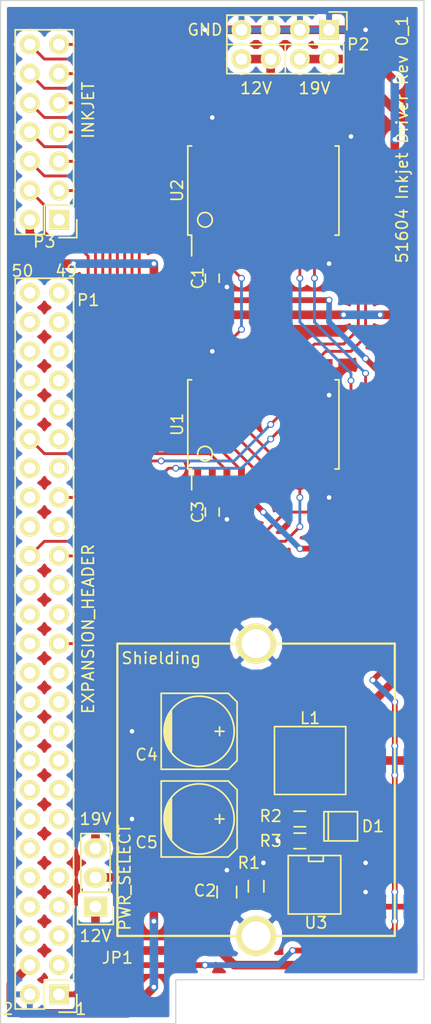
<source format=kicad_pcb>
(kicad_pcb (version 4) (host pcbnew 0.201506122246+5743~23~ubuntu14.04.1-product)

  (general
    (links 65)
    (no_connects 0)
    (area 99.009999 27.889999 136.664762 116.890001)
    (thickness 1.6)
    (drawings 30)
    (tracks 366)
    (zones 0)
    (modules 19)
    (nets 81)
  )

  (page A4)
  (layers
    (0 F.Cu signal)
    (31 B.Cu signal)
    (32 B.Adhes user)
    (33 F.Adhes user)
    (34 B.Paste user)
    (35 F.Paste user)
    (36 B.SilkS user)
    (37 F.SilkS user)
    (38 B.Mask user)
    (39 F.Mask user)
    (40 Dwgs.User user)
    (41 Cmts.User user)
    (42 Eco1.User user)
    (43 Eco2.User user)
    (44 Edge.Cuts user)
    (45 Margin user)
    (46 B.CrtYd user)
    (47 F.CrtYd user)
    (48 B.Fab user)
    (49 F.Fab user)
  )

  (setup
    (last_trace_width 0.25)
    (user_trace_width 0.5)
    (user_trace_width 0.75)
    (trace_clearance 0.2)
    (zone_clearance 0.508)
    (zone_45_only no)
    (trace_min 0.2)
    (segment_width 0.15)
    (edge_width 0.1)
    (via_size 0.6)
    (via_drill 0.4)
    (via_min_size 0.4)
    (via_min_drill 0.3)
    (uvia_size 0.3)
    (uvia_drill 0.1)
    (uvias_allowed no)
    (uvia_min_size 0.2)
    (uvia_min_drill 0.1)
    (pcb_text_width 0.3)
    (pcb_text_size 1.5 1.5)
    (mod_edge_width 0.15)
    (mod_text_size 1 1)
    (mod_text_width 0.15)
    (pad_size 3.5 3.5)
    (pad_drill 2.49936)
    (pad_to_mask_clearance 0)
    (aux_axis_origin 0 0)
    (visible_elements FFFFFF7F)
    (pcbplotparams
      (layerselection 0x00000_00000001)
      (usegerberextensions false)
      (excludeedgelayer true)
      (linewidth 0.100000)
      (plotframeref false)
      (viasonmask false)
      (mode 1)
      (useauxorigin false)
      (hpglpennumber 1)
      (hpglpenspeed 20)
      (hpglpendiameter 15)
      (hpglpenoverlay 2)
      (psnegative false)
      (psa4output false)
      (plotreference true)
      (plotvalue true)
      (plotinvisibletext false)
      (padsonsilk false)
      (subtractmaskfromsilk false)
      (outputformat 0)
      (mirror false)
      (drillshape 0)
      (scaleselection 1)
      (outputdirectory Gerbers/))
  )

  (net 0 "")
  (net 1 GND)
  (net 2 19V)
  (net 3 "Net-(P3-Pad1)")
  (net 4 "Net-(P3-Pad3)")
  (net 5 "Net-(P3-Pad4)")
  (net 6 "Net-(P3-Pad5)")
  (net 7 "Net-(P3-Pad6)")
  (net 8 "Net-(P3-Pad7)")
  (net 9 "Net-(P3-Pad8)")
  (net 10 "Net-(P3-Pad9)")
  (net 11 "Net-(P3-Pad10)")
  (net 12 "Net-(P3-Pad11)")
  (net 13 "Net-(P3-Pad12)")
  (net 14 "Net-(P3-Pad13)")
  (net 15 "Net-(P3-Pad14)")
  (net 16 "Net-(U1-Pad1)")
  (net 17 "Net-(U1-Pad18)")
  (net 18 "Net-(U1-Pad20)")
  (net 19 "Net-(U2-Pad1)")
  (net 20 "Net-(U2-Pad14)")
  (net 21 "Net-(U2-Pad15)")
  (net 22 "Net-(U2-Pad16)")
  (net 23 "Net-(U2-Pad17)")
  (net 24 "Net-(U2-Pad18)")
  (net 25 "Net-(U2-Pad20)")
  (net 26 +5V)
  (net 27 "Net-(C2-Pad1)")
  (net 28 "Net-(D1-Pad2)")
  (net 29 +12V)
  (net 30 "Net-(JP1-Pad2)")
  (net 31 "Net-(R1-Pad1)")
  (net 32 "Net-(R2-Pad2)")
  (net 33 "Net-(P1-Pad40)")
  (net 34 "Net-(P1-Pad25)")
  (net 35 "Net-(P1-Pad31)")
  (net 36 "Net-(P1-Pad32)")
  (net 37 "Net-(P1-Pad35)")
  (net 38 "Net-(U3-Pad4)")
  (net 39 "Net-(P1-Pad3)")
  (net 40 "Net-(P1-Pad5)")
  (net 41 "Net-(P1-Pad6)")
  (net 42 "Net-(P1-Pad7)")
  (net 43 "Net-(P1-Pad8)")
  (net 44 "Net-(P1-Pad9)")
  (net 45 "Net-(P1-Pad10)")
  (net 46 "Net-(P1-Pad11)")
  (net 47 "Net-(P1-Pad12)")
  (net 48 "Net-(P1-Pad13)")
  (net 49 "Net-(P1-Pad14)")
  (net 50 "Net-(P1-Pad15)")
  (net 51 "Net-(P1-Pad16)")
  (net 52 "Net-(P1-Pad17)")
  (net 53 "Net-(P1-Pad18)")
  (net 54 "Net-(P1-Pad19)")
  (net 55 "Net-(P1-Pad20)")
  (net 56 "Net-(P1-Pad21)")
  (net 57 "Net-(P1-Pad22)")
  (net 58 "Net-(P1-Pad23)")
  (net 59 "Net-(P1-Pad24)")
  (net 60 "Net-(P1-Pad26)")
  (net 61 "Net-(P1-Pad27)")
  (net 62 "Net-(P1-Pad28)")
  (net 63 "Net-(P1-Pad29)")
  (net 64 "Net-(P1-Pad30)")
  (net 65 "Net-(P1-Pad33)")
  (net 66 "Net-(P1-Pad34)")
  (net 67 "Net-(P1-Pad36)")
  (net 68 "Net-(P1-Pad37)")
  (net 69 "Net-(P1-Pad38)")
  (net 70 "Net-(P1-Pad39)")
  (net 71 "Net-(P1-Pad41)")
  (net 72 "Net-(P1-Pad42)")
  (net 73 "Net-(P1-Pad43)")
  (net 74 "Net-(P1-Pad44)")
  (net 75 "Net-(P1-Pad45)")
  (net 76 "Net-(P1-Pad46)")
  (net 77 "Net-(P1-Pad47)")
  (net 78 "Net-(P1-Pad48)")
  (net 79 "Net-(P1-Pad49)")
  (net 80 "Net-(P1-Pad50)")

  (net_class Default "This is the default net class."
    (clearance 0.2)
    (trace_width 0.25)
    (via_dia 0.6)
    (via_drill 0.4)
    (uvia_dia 0.3)
    (uvia_drill 0.1)
    (add_net +12V)
    (add_net +5V)
    (add_net 19V)
    (add_net GND)
    (add_net "Net-(C2-Pad1)")
    (add_net "Net-(D1-Pad2)")
    (add_net "Net-(JP1-Pad2)")
    (add_net "Net-(P1-Pad10)")
    (add_net "Net-(P1-Pad11)")
    (add_net "Net-(P1-Pad12)")
    (add_net "Net-(P1-Pad13)")
    (add_net "Net-(P1-Pad14)")
    (add_net "Net-(P1-Pad15)")
    (add_net "Net-(P1-Pad16)")
    (add_net "Net-(P1-Pad17)")
    (add_net "Net-(P1-Pad18)")
    (add_net "Net-(P1-Pad19)")
    (add_net "Net-(P1-Pad20)")
    (add_net "Net-(P1-Pad21)")
    (add_net "Net-(P1-Pad22)")
    (add_net "Net-(P1-Pad23)")
    (add_net "Net-(P1-Pad24)")
    (add_net "Net-(P1-Pad25)")
    (add_net "Net-(P1-Pad26)")
    (add_net "Net-(P1-Pad27)")
    (add_net "Net-(P1-Pad28)")
    (add_net "Net-(P1-Pad29)")
    (add_net "Net-(P1-Pad3)")
    (add_net "Net-(P1-Pad30)")
    (add_net "Net-(P1-Pad31)")
    (add_net "Net-(P1-Pad32)")
    (add_net "Net-(P1-Pad33)")
    (add_net "Net-(P1-Pad34)")
    (add_net "Net-(P1-Pad35)")
    (add_net "Net-(P1-Pad36)")
    (add_net "Net-(P1-Pad37)")
    (add_net "Net-(P1-Pad38)")
    (add_net "Net-(P1-Pad39)")
    (add_net "Net-(P1-Pad40)")
    (add_net "Net-(P1-Pad41)")
    (add_net "Net-(P1-Pad42)")
    (add_net "Net-(P1-Pad43)")
    (add_net "Net-(P1-Pad44)")
    (add_net "Net-(P1-Pad45)")
    (add_net "Net-(P1-Pad46)")
    (add_net "Net-(P1-Pad47)")
    (add_net "Net-(P1-Pad48)")
    (add_net "Net-(P1-Pad49)")
    (add_net "Net-(P1-Pad5)")
    (add_net "Net-(P1-Pad50)")
    (add_net "Net-(P1-Pad6)")
    (add_net "Net-(P1-Pad7)")
    (add_net "Net-(P1-Pad8)")
    (add_net "Net-(P1-Pad9)")
    (add_net "Net-(P3-Pad1)")
    (add_net "Net-(P3-Pad10)")
    (add_net "Net-(P3-Pad11)")
    (add_net "Net-(P3-Pad12)")
    (add_net "Net-(P3-Pad13)")
    (add_net "Net-(P3-Pad14)")
    (add_net "Net-(P3-Pad3)")
    (add_net "Net-(P3-Pad4)")
    (add_net "Net-(P3-Pad5)")
    (add_net "Net-(P3-Pad6)")
    (add_net "Net-(P3-Pad7)")
    (add_net "Net-(P3-Pad8)")
    (add_net "Net-(P3-Pad9)")
    (add_net "Net-(R1-Pad1)")
    (add_net "Net-(R2-Pad2)")
    (add_net "Net-(U1-Pad1)")
    (add_net "Net-(U1-Pad18)")
    (add_net "Net-(U1-Pad20)")
    (add_net "Net-(U2-Pad1)")
    (add_net "Net-(U2-Pad14)")
    (add_net "Net-(U2-Pad15)")
    (add_net "Net-(U2-Pad16)")
    (add_net "Net-(U2-Pad17)")
    (add_net "Net-(U2-Pad18)")
    (add_net "Net-(U2-Pad20)")
    (add_net "Net-(U3-Pad4)")
  )

  (module Housings_SOIC:SOIC-20_7.5x12.8mm_Pitch1.27mm (layer F.Cu) (tedit 55A3B98E) (tstamp 559E5D13)
    (at 121.92 64.77 90)
    (descr "20-Lead Plastic Small Outline (SO) - Wide, 7.50 mm Body [SOIC] (see Microchip Packaging Specification 00000049BS.pdf)")
    (tags "SOIC 1.27")
    (path /559CF38A)
    (attr smd)
    (fp_text reference U1 (at 0 -7.5 90) (layer F.SilkS)
      (effects (font (size 1 1) (thickness 0.15)))
    )
    (fp_text value 6B595 (at 0 7.5 90) (layer F.Fab)
      (effects (font (size 1 1) (thickness 0.15)))
    )
    (fp_line (start -5.95 -6.75) (end -5.95 6.75) (layer F.CrtYd) (width 0.05))
    (fp_line (start 5.95 -6.75) (end 5.95 6.75) (layer F.CrtYd) (width 0.05))
    (fp_line (start -5.95 -6.75) (end 5.95 -6.75) (layer F.CrtYd) (width 0.05))
    (fp_line (start -5.95 6.75) (end 5.95 6.75) (layer F.CrtYd) (width 0.05))
    (fp_line (start -3.875 -6.575) (end -3.875 -6.24) (layer F.SilkS) (width 0.15))
    (fp_line (start 3.875 -6.575) (end 3.875 -6.24) (layer F.SilkS) (width 0.15))
    (fp_line (start 3.875 6.575) (end 3.875 6.24) (layer F.SilkS) (width 0.15))
    (fp_line (start -3.875 6.575) (end -3.875 6.24) (layer F.SilkS) (width 0.15))
    (fp_line (start -3.875 -6.575) (end 3.875 -6.575) (layer F.SilkS) (width 0.15))
    (fp_line (start -3.875 6.575) (end 3.875 6.575) (layer F.SilkS) (width 0.15))
    (fp_line (start -3.875 -6.24) (end -5.675 -6.24) (layer F.SilkS) (width 0.15))
    (pad 1 smd rect (at -4.7 -5.715 90) (size 1.95 0.6) (layers F.Cu F.Paste F.Mask)
      (net 16 "Net-(U1-Pad1)"))
    (pad 2 smd rect (at -4.7 -4.445 90) (size 1.95 0.6) (layers F.Cu F.Paste F.Mask)
      (net 26 +5V))
    (pad 3 smd rect (at -4.7 -3.175 90) (size 1.95 0.6) (layers F.Cu F.Paste F.Mask)
      (net 33 "Net-(P1-Pad40)"))
    (pad 4 smd rect (at -4.7 -1.905 90) (size 1.95 0.6) (layers F.Cu F.Paste F.Mask)
      (net 5 "Net-(P3-Pad4)"))
    (pad 5 smd rect (at -4.7 -0.635 90) (size 1.95 0.6) (layers F.Cu F.Paste F.Mask)
      (net 4 "Net-(P3-Pad3)"))
    (pad 6 smd rect (at -4.7 0.635 90) (size 1.95 0.6) (layers F.Cu F.Paste F.Mask)
      (net 7 "Net-(P3-Pad6)"))
    (pad 7 smd rect (at -4.7 1.905 90) (size 1.95 0.6) (layers F.Cu F.Paste F.Mask)
      (net 6 "Net-(P3-Pad5)"))
    (pad 8 smd rect (at -4.7 3.175 90) (size 1.95 0.6) (layers F.Cu F.Paste F.Mask)
      (net 34 "Net-(P1-Pad25)"))
    (pad 9 smd rect (at -4.7 4.445 90) (size 1.95 0.6) (layers F.Cu F.Paste F.Mask)
      (net 35 "Net-(P1-Pad31)"))
    (pad 10 smd rect (at -4.7 5.715 90) (size 1.95 0.6) (layers F.Cu F.Paste F.Mask)
      (net 1 GND))
    (pad 11 smd rect (at 4.7 5.715 90) (size 1.95 0.6) (layers F.Cu F.Paste F.Mask)
      (net 1 GND))
    (pad 12 smd rect (at 4.7 4.445 90) (size 1.95 0.6) (layers F.Cu F.Paste F.Mask)
      (net 36 "Net-(P1-Pad32)"))
    (pad 13 smd rect (at 4.7 3.175 90) (size 1.95 0.6) (layers F.Cu F.Paste F.Mask)
      (net 37 "Net-(P1-Pad35)"))
    (pad 14 smd rect (at 4.7 1.905 90) (size 1.95 0.6) (layers F.Cu F.Paste F.Mask)
      (net 9 "Net-(P3-Pad8)"))
    (pad 15 smd rect (at 4.7 0.635 90) (size 1.95 0.6) (layers F.Cu F.Paste F.Mask)
      (net 8 "Net-(P3-Pad7)"))
    (pad 16 smd rect (at 4.7 -0.635 90) (size 1.95 0.6) (layers F.Cu F.Paste F.Mask)
      (net 11 "Net-(P3-Pad10)"))
    (pad 17 smd rect (at 4.7 -1.905 90) (size 1.95 0.6) (layers F.Cu F.Paste F.Mask)
      (net 10 "Net-(P3-Pad9)"))
    (pad 18 smd rect (at 4.7 -3.175 90) (size 1.95 0.6) (layers F.Cu F.Paste F.Mask)
      (net 17 "Net-(U1-Pad18)"))
    (pad 19 smd rect (at 4.7 -4.445 90) (size 1.95 0.6) (layers F.Cu F.Paste F.Mask)
      (net 1 GND))
    (pad 20 smd rect (at 4.7 -5.715 90) (size 1.95 0.6) (layers F.Cu F.Paste F.Mask)
      (net 18 "Net-(U1-Pad20)"))
    (model Housings_SOIC.3dshapes/SOIC-20_7.5x12.8mm_Pitch1.27mm.wrl
      (at (xyz 0 0 0))
      (scale (xyz 1 1 1))
      (rotate (xyz 0 0 0))
    )
  )

  (module Housings_SOIC:SOIC-20_7.5x12.8mm_Pitch1.27mm (layer F.Cu) (tedit 55A3B989) (tstamp 559E5D2B)
    (at 121.92 44.45 90)
    (descr "20-Lead Plastic Small Outline (SO) - Wide, 7.50 mm Body [SOIC] (see Microchip Packaging Specification 00000049BS.pdf)")
    (tags "SOIC 1.27")
    (path /559CF3EE)
    (attr smd)
    (fp_text reference U2 (at 0 -7.5 90) (layer F.SilkS)
      (effects (font (size 1 1) (thickness 0.15)))
    )
    (fp_text value 6B595 (at 0 7.5 90) (layer F.Fab)
      (effects (font (size 1 1) (thickness 0.15)))
    )
    (fp_line (start -5.95 -6.75) (end -5.95 6.75) (layer F.CrtYd) (width 0.05))
    (fp_line (start 5.95 -6.75) (end 5.95 6.75) (layer F.CrtYd) (width 0.05))
    (fp_line (start -5.95 -6.75) (end 5.95 -6.75) (layer F.CrtYd) (width 0.05))
    (fp_line (start -5.95 6.75) (end 5.95 6.75) (layer F.CrtYd) (width 0.05))
    (fp_line (start -3.875 -6.575) (end -3.875 -6.24) (layer F.SilkS) (width 0.15))
    (fp_line (start 3.875 -6.575) (end 3.875 -6.24) (layer F.SilkS) (width 0.15))
    (fp_line (start 3.875 6.575) (end 3.875 6.24) (layer F.SilkS) (width 0.15))
    (fp_line (start -3.875 6.575) (end -3.875 6.24) (layer F.SilkS) (width 0.15))
    (fp_line (start -3.875 -6.575) (end 3.875 -6.575) (layer F.SilkS) (width 0.15))
    (fp_line (start -3.875 6.575) (end 3.875 6.575) (layer F.SilkS) (width 0.15))
    (fp_line (start -3.875 -6.24) (end -5.675 -6.24) (layer F.SilkS) (width 0.15))
    (pad 1 smd rect (at -4.7 -5.715 90) (size 1.95 0.6) (layers F.Cu F.Paste F.Mask)
      (net 19 "Net-(U2-Pad1)"))
    (pad 2 smd rect (at -4.7 -4.445 90) (size 1.95 0.6) (layers F.Cu F.Paste F.Mask)
      (net 26 +5V))
    (pad 3 smd rect (at -4.7 -3.175 90) (size 1.95 0.6) (layers F.Cu F.Paste F.Mask)
      (net 17 "Net-(U1-Pad18)"))
    (pad 4 smd rect (at -4.7 -1.905 90) (size 1.95 0.6) (layers F.Cu F.Paste F.Mask)
      (net 13 "Net-(P3-Pad12)"))
    (pad 5 smd rect (at -4.7 -0.635 90) (size 1.95 0.6) (layers F.Cu F.Paste F.Mask)
      (net 12 "Net-(P3-Pad11)"))
    (pad 6 smd rect (at -4.7 0.635 90) (size 1.95 0.6) (layers F.Cu F.Paste F.Mask)
      (net 15 "Net-(P3-Pad14)"))
    (pad 7 smd rect (at -4.7 1.905 90) (size 1.95 0.6) (layers F.Cu F.Paste F.Mask)
      (net 14 "Net-(P3-Pad13)"))
    (pad 8 smd rect (at -4.7 3.175 90) (size 1.95 0.6) (layers F.Cu F.Paste F.Mask)
      (net 34 "Net-(P1-Pad25)"))
    (pad 9 smd rect (at -4.7 4.445 90) (size 1.95 0.6) (layers F.Cu F.Paste F.Mask)
      (net 35 "Net-(P1-Pad31)"))
    (pad 10 smd rect (at -4.7 5.715 90) (size 1.95 0.6) (layers F.Cu F.Paste F.Mask)
      (net 1 GND))
    (pad 11 smd rect (at 4.7 5.715 90) (size 1.95 0.6) (layers F.Cu F.Paste F.Mask)
      (net 1 GND))
    (pad 12 smd rect (at 4.7 4.445 90) (size 1.95 0.6) (layers F.Cu F.Paste F.Mask)
      (net 36 "Net-(P1-Pad32)"))
    (pad 13 smd rect (at 4.7 3.175 90) (size 1.95 0.6) (layers F.Cu F.Paste F.Mask)
      (net 37 "Net-(P1-Pad35)"))
    (pad 14 smd rect (at 4.7 1.905 90) (size 1.95 0.6) (layers F.Cu F.Paste F.Mask)
      (net 20 "Net-(U2-Pad14)"))
    (pad 15 smd rect (at 4.7 0.635 90) (size 1.95 0.6) (layers F.Cu F.Paste F.Mask)
      (net 21 "Net-(U2-Pad15)"))
    (pad 16 smd rect (at 4.7 -0.635 90) (size 1.95 0.6) (layers F.Cu F.Paste F.Mask)
      (net 22 "Net-(U2-Pad16)"))
    (pad 17 smd rect (at 4.7 -1.905 90) (size 1.95 0.6) (layers F.Cu F.Paste F.Mask)
      (net 23 "Net-(U2-Pad17)"))
    (pad 18 smd rect (at 4.7 -3.175 90) (size 1.95 0.6) (layers F.Cu F.Paste F.Mask)
      (net 24 "Net-(U2-Pad18)"))
    (pad 19 smd rect (at 4.7 -4.445 90) (size 1.95 0.6) (layers F.Cu F.Paste F.Mask)
      (net 1 GND))
    (pad 20 smd rect (at 4.7 -5.715 90) (size 1.95 0.6) (layers F.Cu F.Paste F.Mask)
      (net 25 "Net-(U2-Pad20)"))
    (model Housings_SOIC.3dshapes/SOIC-20_7.5x12.8mm_Pitch1.27mm.wrl
      (at (xyz 0 0 0))
      (scale (xyz 1 1 1))
      (rotate (xyz 0 0 0))
    )
  )

  (module Wire_Pads:SolderWirePad_single_2-5mmDrill (layer F.Cu) (tedit 55A3A79D) (tstamp 55A380CE)
    (at 121.285 83.82)
    (fp_text reference SM1 (at 0 2.54) (layer F.Fab)
      (effects (font (size 1 1) (thickness 0.15)))
    )
    (fp_text value Shielding (at -8.255 1.27) (layer F.SilkS)
      (effects (font (size 1 1) (thickness 0.15)))
    )
    (pad 1 thru_hole circle (at 0 0) (size 3.5 3.5) (drill 2.49936) (layers *.Cu *.Mask F.SilkS)
      (net 1 GND))
  )

  (module Capacitors_SMD:C_0603 (layer F.Cu) (tedit 5415D631) (tstamp 559E5C71)
    (at 117.475 52.07 270)
    (descr "Capacitor SMD 0603, reflow soldering, AVX (see smccp.pdf)")
    (tags "capacitor 0603")
    (path /559CFD31)
    (attr smd)
    (fp_text reference C1 (at 0 1.27 270) (layer F.SilkS)
      (effects (font (size 1 1) (thickness 0.15)))
    )
    (fp_text value 0.1uF (at 0 1.9 270) (layer F.Fab)
      (effects (font (size 1 1) (thickness 0.15)))
    )
    (fp_line (start -1.45 -0.75) (end 1.45 -0.75) (layer F.CrtYd) (width 0.05))
    (fp_line (start -1.45 0.75) (end 1.45 0.75) (layer F.CrtYd) (width 0.05))
    (fp_line (start -1.45 -0.75) (end -1.45 0.75) (layer F.CrtYd) (width 0.05))
    (fp_line (start 1.45 -0.75) (end 1.45 0.75) (layer F.CrtYd) (width 0.05))
    (fp_line (start -0.35 -0.6) (end 0.35 -0.6) (layer F.SilkS) (width 0.15))
    (fp_line (start 0.35 0.6) (end -0.35 0.6) (layer F.SilkS) (width 0.15))
    (pad 1 smd rect (at -0.75 0 270) (size 0.8 0.75) (layers F.Cu F.Paste F.Mask)
      (net 26 +5V))
    (pad 2 smd rect (at 0.75 0 270) (size 0.8 0.75) (layers F.Cu F.Paste F.Mask)
      (net 1 GND))
    (model Capacitors_SMD.3dshapes/C_0603.wrl
      (at (xyz 0 0 0))
      (scale (xyz 1 1 1))
      (rotate (xyz 0 0 0))
    )
  )

  (module Capacitors_SMD:C_0603 (layer F.Cu) (tedit 5415D631) (tstamp 559E5C7D)
    (at 117.475 72.39 270)
    (descr "Capacitor SMD 0603, reflow soldering, AVX (see smccp.pdf)")
    (tags "capacitor 0603")
    (path /559D1954)
    (attr smd)
    (fp_text reference C3 (at 0 1.27 450) (layer F.SilkS)
      (effects (font (size 1 1) (thickness 0.15)))
    )
    (fp_text value 0.1uF (at 0 1.9 270) (layer F.Fab)
      (effects (font (size 1 1) (thickness 0.15)))
    )
    (fp_line (start -1.45 -0.75) (end 1.45 -0.75) (layer F.CrtYd) (width 0.05))
    (fp_line (start -1.45 0.75) (end 1.45 0.75) (layer F.CrtYd) (width 0.05))
    (fp_line (start -1.45 -0.75) (end -1.45 0.75) (layer F.CrtYd) (width 0.05))
    (fp_line (start 1.45 -0.75) (end 1.45 0.75) (layer F.CrtYd) (width 0.05))
    (fp_line (start -0.35 -0.6) (end 0.35 -0.6) (layer F.SilkS) (width 0.15))
    (fp_line (start 0.35 0.6) (end -0.35 0.6) (layer F.SilkS) (width 0.15))
    (pad 1 smd rect (at -0.75 0 270) (size 0.8 0.75) (layers F.Cu F.Paste F.Mask)
      (net 26 +5V))
    (pad 2 smd rect (at 0.75 0 270) (size 0.8 0.75) (layers F.Cu F.Paste F.Mask)
      (net 1 GND))
    (model Capacitors_SMD.3dshapes/C_0603.wrl
      (at (xyz 0 0 0))
      (scale (xyz 1 1 1))
      (rotate (xyz 0 0 0))
    )
  )

  (module InkJetPart:CLF6045_Inductor (layer F.Cu) (tedit 559E5280) (tstamp 559E5C95)
    (at 125.984 93.98 180)
    (path /559E451D)
    (fp_text reference L1 (at 0 3.683 360) (layer F.SilkS)
      (effects (font (size 1 1) (thickness 0.15)))
    )
    (fp_text value 220uH (at -1.27 3.81 180) (layer F.Fab)
      (effects (font (size 1 1) (thickness 0.15)))
    )
    (fp_line (start -3.1 2.95) (end 3.1 2.95) (layer F.SilkS) (width 0.15))
    (fp_line (start 3.1 -2.95) (end 3.1 2.95) (layer F.SilkS) (width 0.15))
    (fp_line (start -3.1 -2.95) (end 3.1 -2.95) (layer F.SilkS) (width 0.15))
    (fp_line (start -3.1 2.95) (end -3.1 -2.95) (layer F.SilkS) (width 0.15))
    (pad 1 smd rect (at -2.65 0 180) (size 1.7 2.2) (layers F.Cu F.Paste F.Mask)
      (net 29 +12V))
    (pad 2 smd rect (at 2.65 0 180) (size 1.7 2.2) (layers F.Cu F.Paste F.Mask)
      (net 28 "Net-(D1-Pad2)"))
  )

  (module Pin_Headers:Pin_Header_Straight_2x07 (layer F.Cu) (tedit 55A3A736) (tstamp 559E5CE9)
    (at 104.14 46.99 180)
    (descr "Through hole pin header")
    (tags "pin header")
    (path /559CF69E)
    (fp_text reference P3 (at 1.27 -1.905 180) (layer F.SilkS)
      (effects (font (size 1 1) (thickness 0.15)))
    )
    (fp_text value INKJET (at -2.54 9.525 270) (layer F.SilkS)
      (effects (font (size 1 1) (thickness 0.15)))
    )
    (fp_line (start -1.75 -1.75) (end -1.75 17) (layer F.CrtYd) (width 0.05))
    (fp_line (start 4.3 -1.75) (end 4.3 17) (layer F.CrtYd) (width 0.05))
    (fp_line (start -1.75 -1.75) (end 4.3 -1.75) (layer F.CrtYd) (width 0.05))
    (fp_line (start -1.75 17) (end 4.3 17) (layer F.CrtYd) (width 0.05))
    (fp_line (start 3.81 16.51) (end 3.81 -1.27) (layer F.SilkS) (width 0.15))
    (fp_line (start -1.27 1.27) (end -1.27 16.51) (layer F.SilkS) (width 0.15))
    (fp_line (start 3.81 16.51) (end -1.27 16.51) (layer F.SilkS) (width 0.15))
    (fp_line (start 3.81 -1.27) (end 1.27 -1.27) (layer F.SilkS) (width 0.15))
    (fp_line (start 0 -1.55) (end -1.55 -1.55) (layer F.SilkS) (width 0.15))
    (fp_line (start 1.27 -1.27) (end 1.27 1.27) (layer F.SilkS) (width 0.15))
    (fp_line (start 1.27 1.27) (end -1.27 1.27) (layer F.SilkS) (width 0.15))
    (fp_line (start -1.55 -1.55) (end -1.55 0) (layer F.SilkS) (width 0.15))
    (pad 1 thru_hole rect (at 0 0 180) (size 1.7272 1.7272) (drill 1.016) (layers *.Cu *.Mask F.SilkS)
      (net 3 "Net-(P3-Pad1)"))
    (pad 2 thru_hole oval (at 2.54 0 180) (size 1.7272 1.7272) (drill 1.016) (layers *.Cu *.Mask F.SilkS)
      (net 2 19V))
    (pad 3 thru_hole oval (at 0 2.54 180) (size 1.7272 1.7272) (drill 1.016) (layers *.Cu *.Mask F.SilkS)
      (net 4 "Net-(P3-Pad3)"))
    (pad 4 thru_hole oval (at 2.54 2.54 180) (size 1.7272 1.7272) (drill 1.016) (layers *.Cu *.Mask F.SilkS)
      (net 5 "Net-(P3-Pad4)"))
    (pad 5 thru_hole oval (at 0 5.08 180) (size 1.7272 1.7272) (drill 1.016) (layers *.Cu *.Mask F.SilkS)
      (net 6 "Net-(P3-Pad5)"))
    (pad 6 thru_hole oval (at 2.54 5.08 180) (size 1.7272 1.7272) (drill 1.016) (layers *.Cu *.Mask F.SilkS)
      (net 7 "Net-(P3-Pad6)"))
    (pad 7 thru_hole oval (at 0 7.62 180) (size 1.7272 1.7272) (drill 1.016) (layers *.Cu *.Mask F.SilkS)
      (net 8 "Net-(P3-Pad7)"))
    (pad 8 thru_hole oval (at 2.54 7.62 180) (size 1.7272 1.7272) (drill 1.016) (layers *.Cu *.Mask F.SilkS)
      (net 9 "Net-(P3-Pad8)"))
    (pad 9 thru_hole oval (at 0 10.16 180) (size 1.7272 1.7272) (drill 1.016) (layers *.Cu *.Mask F.SilkS)
      (net 10 "Net-(P3-Pad9)"))
    (pad 10 thru_hole oval (at 2.54 10.16 180) (size 1.7272 1.7272) (drill 1.016) (layers *.Cu *.Mask F.SilkS)
      (net 11 "Net-(P3-Pad10)"))
    (pad 11 thru_hole oval (at 0 12.7 180) (size 1.7272 1.7272) (drill 1.016) (layers *.Cu *.Mask F.SilkS)
      (net 12 "Net-(P3-Pad11)"))
    (pad 12 thru_hole oval (at 2.54 12.7 180) (size 1.7272 1.7272) (drill 1.016) (layers *.Cu *.Mask F.SilkS)
      (net 13 "Net-(P3-Pad12)"))
    (pad 13 thru_hole oval (at 0 15.24 180) (size 1.7272 1.7272) (drill 1.016) (layers *.Cu *.Mask F.SilkS)
      (net 14 "Net-(P3-Pad13)"))
    (pad 14 thru_hole oval (at 2.54 15.24 180) (size 1.7272 1.7272) (drill 1.016) (layers *.Cu *.Mask F.SilkS)
      (net 15 "Net-(P3-Pad14)"))
    (model Pin_Headers.3dshapes/Pin_Header_Straight_2x07.wrl
      (at (xyz 0.05 -0.3 0))
      (scale (xyz 1 1 1))
      (rotate (xyz 0 0 90))
    )
  )

  (module Resistors_SMD:R_0603 (layer F.Cu) (tedit 5415CC62) (tstamp 559E5CEF)
    (at 121.285 104.902 270)
    (descr "Resistor SMD 0603, reflow soldering, Vishay (see dcrcw.pdf)")
    (tags "resistor 0603")
    (path /559E47C2)
    (attr smd)
    (fp_text reference R1 (at -2.032 0.635 540) (layer F.SilkS)
      (effects (font (size 1 1) (thickness 0.15)))
    )
    (fp_text value 1k (at 0 1.27 270) (layer F.Fab)
      (effects (font (size 1 1) (thickness 0.15)))
    )
    (fp_line (start -1.3 -0.8) (end 1.3 -0.8) (layer F.CrtYd) (width 0.05))
    (fp_line (start -1.3 0.8) (end 1.3 0.8) (layer F.CrtYd) (width 0.05))
    (fp_line (start -1.3 -0.8) (end -1.3 0.8) (layer F.CrtYd) (width 0.05))
    (fp_line (start 1.3 -0.8) (end 1.3 0.8) (layer F.CrtYd) (width 0.05))
    (fp_line (start 0.5 0.675) (end -0.5 0.675) (layer F.SilkS) (width 0.15))
    (fp_line (start -0.5 -0.675) (end 0.5 -0.675) (layer F.SilkS) (width 0.15))
    (pad 1 smd rect (at -0.75 0 270) (size 0.5 0.9) (layers F.Cu F.Paste F.Mask)
      (net 31 "Net-(R1-Pad1)"))
    (pad 2 smd rect (at 0.75 0 270) (size 0.5 0.9) (layers F.Cu F.Paste F.Mask)
      (net 27 "Net-(C2-Pad1)"))
    (model Resistors_SMD.3dshapes/R_0603.wrl
      (at (xyz 0 0 0))
      (scale (xyz 1 1 1))
      (rotate (xyz 0 0 0))
    )
  )

  (module Resistors_SMD:R_0603 (layer F.Cu) (tedit 5415CC62) (tstamp 559E5CF5)
    (at 125.095 99.06 180)
    (descr "Resistor SMD 0603, reflow soldering, Vishay (see dcrcw.pdf)")
    (tags "resistor 0603")
    (path /559E4700)
    (attr smd)
    (fp_text reference R2 (at 2.54 0.254 360) (layer F.SilkS)
      (effects (font (size 1 1) (thickness 0.15)))
    )
    (fp_text value 18.7k (at 0.75 1.27 180) (layer F.Fab)
      (effects (font (size 1 1) (thickness 0.15)))
    )
    (fp_line (start -1.3 -0.8) (end 1.3 -0.8) (layer F.CrtYd) (width 0.05))
    (fp_line (start -1.3 0.8) (end 1.3 0.8) (layer F.CrtYd) (width 0.05))
    (fp_line (start -1.3 -0.8) (end -1.3 0.8) (layer F.CrtYd) (width 0.05))
    (fp_line (start 1.3 -0.8) (end 1.3 0.8) (layer F.CrtYd) (width 0.05))
    (fp_line (start 0.5 0.675) (end -0.5 0.675) (layer F.SilkS) (width 0.15))
    (fp_line (start -0.5 -0.675) (end 0.5 -0.675) (layer F.SilkS) (width 0.15))
    (pad 1 smd rect (at -0.75 0 180) (size 0.5 0.9) (layers F.Cu F.Paste F.Mask)
      (net 2 19V))
    (pad 2 smd rect (at 0.75 0 180) (size 0.5 0.9) (layers F.Cu F.Paste F.Mask)
      (net 32 "Net-(R2-Pad2)"))
    (model Resistors_SMD.3dshapes/R_0603.wrl
      (at (xyz 0 0 0))
      (scale (xyz 1 1 1))
      (rotate (xyz 0 0 0))
    )
  )

  (module Resistors_SMD:R_0603 (layer F.Cu) (tedit 5415CC62) (tstamp 559E5CFB)
    (at 125.095 100.965 180)
    (descr "Resistor SMD 0603, reflow soldering, Vishay (see dcrcw.pdf)")
    (tags "resistor 0603")
    (path /559E4771)
    (attr smd)
    (fp_text reference R3 (at 2.54 0 360) (layer F.SilkS)
      (effects (font (size 1 1) (thickness 0.15)))
    )
    (fp_text value 1.27k (at 0.635 1.27 180) (layer F.Fab)
      (effects (font (size 1 1) (thickness 0.15)))
    )
    (fp_line (start -1.3 -0.8) (end 1.3 -0.8) (layer F.CrtYd) (width 0.05))
    (fp_line (start -1.3 0.8) (end 1.3 0.8) (layer F.CrtYd) (width 0.05))
    (fp_line (start -1.3 -0.8) (end -1.3 0.8) (layer F.CrtYd) (width 0.05))
    (fp_line (start 1.3 -0.8) (end 1.3 0.8) (layer F.CrtYd) (width 0.05))
    (fp_line (start 0.5 0.675) (end -0.5 0.675) (layer F.SilkS) (width 0.15))
    (fp_line (start -0.5 -0.675) (end 0.5 -0.675) (layer F.SilkS) (width 0.15))
    (pad 1 smd rect (at -0.75 0 180) (size 0.5 0.9) (layers F.Cu F.Paste F.Mask)
      (net 32 "Net-(R2-Pad2)"))
    (pad 2 smd rect (at 0.75 0 180) (size 0.5 0.9) (layers F.Cu F.Paste F.Mask)
      (net 1 GND))
    (model Resistors_SMD.3dshapes/R_0603.wrl
      (at (xyz 0 0 0))
      (scale (xyz 1 1 1))
      (rotate (xyz 0 0 0))
    )
  )

  (module SMD_Packages:SOIC-8-N (layer F.Cu) (tedit 0) (tstamp 559E5D37)
    (at 126.365 104.775 270)
    (descr "Module Narrow CMS SOJ 8 pins large")
    (tags "CMS SOJ")
    (path /559E4356)
    (attr smd)
    (fp_text reference U3 (at 3.302 -0.127 540) (layer F.SilkS)
      (effects (font (size 1 1) (thickness 0.15)))
    )
    (fp_text value LT1072 (at 0 1.27 270) (layer F.Fab)
      (effects (font (size 1 1) (thickness 0.15)))
    )
    (fp_line (start -2.54 -2.286) (end 2.54 -2.286) (layer F.SilkS) (width 0.15))
    (fp_line (start 2.54 -2.286) (end 2.54 2.286) (layer F.SilkS) (width 0.15))
    (fp_line (start 2.54 2.286) (end -2.54 2.286) (layer F.SilkS) (width 0.15))
    (fp_line (start -2.54 2.286) (end -2.54 -2.286) (layer F.SilkS) (width 0.15))
    (fp_line (start -2.54 -0.762) (end -2.032 -0.762) (layer F.SilkS) (width 0.15))
    (fp_line (start -2.032 -0.762) (end -2.032 0.508) (layer F.SilkS) (width 0.15))
    (fp_line (start -2.032 0.508) (end -2.54 0.508) (layer F.SilkS) (width 0.15))
    (pad 8 smd rect (at -1.905 -3.175 270) (size 0.508 1.143) (layers F.Cu F.Paste F.Mask)
      (net 1 GND))
    (pad 7 smd rect (at -0.635 -3.175 270) (size 0.508 1.143) (layers F.Cu F.Paste F.Mask)
      (net 28 "Net-(D1-Pad2)"))
    (pad 6 smd rect (at 0.635 -3.175 270) (size 0.508 1.143) (layers F.Cu F.Paste F.Mask)
      (net 1 GND))
    (pad 5 smd rect (at 1.905 -3.175 270) (size 0.508 1.143) (layers F.Cu F.Paste F.Mask)
      (net 29 +12V))
    (pad 4 smd rect (at 1.905 3.175 270) (size 0.508 1.143) (layers F.Cu F.Paste F.Mask)
      (net 38 "Net-(U3-Pad4)"))
    (pad 3 smd rect (at 0.635 3.175 270) (size 0.508 1.143) (layers F.Cu F.Paste F.Mask)
      (net 32 "Net-(R2-Pad2)"))
    (pad 2 smd rect (at -0.635 3.175 270) (size 0.508 1.143) (layers F.Cu F.Paste F.Mask)
      (net 31 "Net-(R1-Pad1)"))
    (pad 1 smd rect (at -1.905 3.175 270) (size 0.508 1.143) (layers F.Cu F.Paste F.Mask)
      (net 1 GND))
    (model SMD_Packages.3dshapes/SOIC-8-N.wrl
      (at (xyz 0 0 0))
      (scale (xyz 0.5 0.38 0.5))
      (rotate (xyz 0 0 0))
    )
  )

  (module InkJetPart:DO-220_Diode (layer F.Cu) (tedit 559E8818) (tstamp 559E906B)
    (at 127.824 99.695)
    (path /559E45A6)
    (fp_text reference D1 (at 3.621 0 180) (layer F.SilkS)
      (effects (font (size 1 1) (thickness 0.15)))
    )
    (fp_text value SS3P4 (at 6.161 0) (layer F.Fab)
      (effects (font (size 1 1) (thickness 0.15)))
    )
    (fp_line (start -0.254 -1.27) (end -0.254 1.27) (layer F.SilkS) (width 0.15))
    (fp_line (start 1.778 -1.27) (end 2.286 -1.27) (layer F.SilkS) (width 0.15))
    (fp_line (start 2.286 -1.27) (end 2.286 1.27) (layer F.SilkS) (width 0.15))
    (fp_line (start 2.286 1.27) (end 1.778 1.27) (layer F.SilkS) (width 0.15))
    (fp_line (start -0.635 -1.27) (end 1.905 -1.27) (layer F.SilkS) (width 0.15))
    (fp_line (start -0.635 -1.27) (end -0.635 1.27) (layer F.SilkS) (width 0.15))
    (fp_line (start -0.635 1.27) (end 1.905 1.27) (layer F.SilkS) (width 0.15))
    (pad 1 smd rect (at 0 0) (size 2.67 2.54) (layers F.Cu F.Paste F.Mask)
      (net 2 19V))
    (pad 2 smd rect (at 2.351 0) (size 0.762 1.27) (layers F.Cu F.Paste F.Mask)
      (net 28 "Net-(D1-Pad2)"))
  )

  (module Pin_Headers:Pin_Header_Straight_2x25 (layer F.Cu) (tedit 55A3A725) (tstamp 559E92FD)
    (at 104.14 114.3 180)
    (descr "Through hole pin header")
    (tags "pin header")
    (path /559D014F)
    (fp_text reference P1 (at -2.54 60.325 180) (layer F.SilkS)
      (effects (font (size 1 1) (thickness 0.15)))
    )
    (fp_text value EXPANSION_HEADER (at -2.54 31.75 270) (layer F.SilkS)
      (effects (font (size 1 1) (thickness 0.15)))
    )
    (fp_line (start -1.75 -1.75) (end -1.75 62.75) (layer F.CrtYd) (width 0.05))
    (fp_line (start 4.3 -1.75) (end 4.3 62.75) (layer F.CrtYd) (width 0.05))
    (fp_line (start -1.75 -1.75) (end 4.3 -1.75) (layer F.CrtYd) (width 0.05))
    (fp_line (start -1.75 62.75) (end 4.3 62.75) (layer F.CrtYd) (width 0.05))
    (fp_line (start -1.27 1.27) (end -1.27 62.23) (layer F.SilkS) (width 0.15))
    (fp_line (start 3.81 62.23) (end 3.81 -1.27) (layer F.SilkS) (width 0.15))
    (fp_line (start 3.81 62.23) (end -1.27 62.23) (layer F.SilkS) (width 0.15))
    (fp_line (start 3.81 -1.27) (end 1.27 -1.27) (layer F.SilkS) (width 0.15))
    (fp_line (start 0 -1.55) (end -1.55 -1.55) (layer F.SilkS) (width 0.15))
    (fp_line (start 1.27 -1.27) (end 1.27 1.27) (layer F.SilkS) (width 0.15))
    (fp_line (start 1.27 1.27) (end -1.27 1.27) (layer F.SilkS) (width 0.15))
    (fp_line (start -1.55 -1.55) (end -1.55 0) (layer F.SilkS) (width 0.15))
    (pad 1 thru_hole rect (at 0 0 180) (size 1.7272 1.7272) (drill 1.016) (layers *.Cu *.Mask F.SilkS)
      (net 26 +5V))
    (pad 2 thru_hole oval (at 2.54 0 180) (size 1.7272 1.7272) (drill 1.016) (layers *.Cu *.Mask F.SilkS)
      (net 1 GND))
    (pad 3 thru_hole oval (at 0 2.54 180) (size 1.7272 1.7272) (drill 1.016) (layers *.Cu *.Mask F.SilkS)
      (net 39 "Net-(P1-Pad3)"))
    (pad 4 thru_hole oval (at 2.54 2.54 180) (size 1.7272 1.7272) (drill 1.016) (layers *.Cu *.Mask F.SilkS)
      (net 30 "Net-(JP1-Pad2)"))
    (pad 5 thru_hole oval (at 0 5.08 180) (size 1.7272 1.7272) (drill 1.016) (layers *.Cu *.Mask F.SilkS)
      (net 40 "Net-(P1-Pad5)"))
    (pad 6 thru_hole oval (at 2.54 5.08 180) (size 1.7272 1.7272) (drill 1.016) (layers *.Cu *.Mask F.SilkS)
      (net 41 "Net-(P1-Pad6)"))
    (pad 7 thru_hole oval (at 0 7.62 180) (size 1.7272 1.7272) (drill 1.016) (layers *.Cu *.Mask F.SilkS)
      (net 42 "Net-(P1-Pad7)"))
    (pad 8 thru_hole oval (at 2.54 7.62 180) (size 1.7272 1.7272) (drill 1.016) (layers *.Cu *.Mask F.SilkS)
      (net 43 "Net-(P1-Pad8)"))
    (pad 9 thru_hole oval (at 0 10.16 180) (size 1.7272 1.7272) (drill 1.016) (layers *.Cu *.Mask F.SilkS)
      (net 44 "Net-(P1-Pad9)"))
    (pad 10 thru_hole oval (at 2.54 10.16 180) (size 1.7272 1.7272) (drill 1.016) (layers *.Cu *.Mask F.SilkS)
      (net 45 "Net-(P1-Pad10)"))
    (pad 11 thru_hole oval (at 0 12.7 180) (size 1.7272 1.7272) (drill 1.016) (layers *.Cu *.Mask F.SilkS)
      (net 46 "Net-(P1-Pad11)"))
    (pad 12 thru_hole oval (at 2.54 12.7 180) (size 1.7272 1.7272) (drill 1.016) (layers *.Cu *.Mask F.SilkS)
      (net 47 "Net-(P1-Pad12)"))
    (pad 13 thru_hole oval (at 0 15.24 180) (size 1.7272 1.7272) (drill 1.016) (layers *.Cu *.Mask F.SilkS)
      (net 48 "Net-(P1-Pad13)"))
    (pad 14 thru_hole oval (at 2.54 15.24 180) (size 1.7272 1.7272) (drill 1.016) (layers *.Cu *.Mask F.SilkS)
      (net 49 "Net-(P1-Pad14)"))
    (pad 15 thru_hole oval (at 0 17.78 180) (size 1.7272 1.7272) (drill 1.016) (layers *.Cu *.Mask F.SilkS)
      (net 50 "Net-(P1-Pad15)"))
    (pad 16 thru_hole oval (at 2.54 17.78 180) (size 1.7272 1.7272) (drill 1.016) (layers *.Cu *.Mask F.SilkS)
      (net 51 "Net-(P1-Pad16)"))
    (pad 17 thru_hole oval (at 0 20.32 180) (size 1.7272 1.7272) (drill 1.016) (layers *.Cu *.Mask F.SilkS)
      (net 52 "Net-(P1-Pad17)"))
    (pad 18 thru_hole oval (at 2.54 20.32 180) (size 1.7272 1.7272) (drill 1.016) (layers *.Cu *.Mask F.SilkS)
      (net 53 "Net-(P1-Pad18)"))
    (pad 19 thru_hole oval (at 0 22.86 180) (size 1.7272 1.7272) (drill 1.016) (layers *.Cu *.Mask F.SilkS)
      (net 54 "Net-(P1-Pad19)"))
    (pad 20 thru_hole oval (at 2.54 22.86 180) (size 1.7272 1.7272) (drill 1.016) (layers *.Cu *.Mask F.SilkS)
      (net 55 "Net-(P1-Pad20)"))
    (pad 21 thru_hole oval (at 0 25.4 180) (size 1.7272 1.7272) (drill 1.016) (layers *.Cu *.Mask F.SilkS)
      (net 56 "Net-(P1-Pad21)"))
    (pad 22 thru_hole oval (at 2.54 25.4 180) (size 1.7272 1.7272) (drill 1.016) (layers *.Cu *.Mask F.SilkS)
      (net 57 "Net-(P1-Pad22)"))
    (pad 23 thru_hole oval (at 0 27.94 180) (size 1.7272 1.7272) (drill 1.016) (layers *.Cu *.Mask F.SilkS)
      (net 58 "Net-(P1-Pad23)"))
    (pad 24 thru_hole oval (at 2.54 27.94 180) (size 1.7272 1.7272) (drill 1.016) (layers *.Cu *.Mask F.SilkS)
      (net 59 "Net-(P1-Pad24)"))
    (pad 25 thru_hole oval (at 0 30.48 180) (size 1.7272 1.7272) (drill 1.016) (layers *.Cu *.Mask F.SilkS)
      (net 34 "Net-(P1-Pad25)"))
    (pad 26 thru_hole oval (at 2.54 30.48 180) (size 1.7272 1.7272) (drill 1.016) (layers *.Cu *.Mask F.SilkS)
      (net 60 "Net-(P1-Pad26)"))
    (pad 27 thru_hole oval (at 0 33.02 180) (size 1.7272 1.7272) (drill 1.016) (layers *.Cu *.Mask F.SilkS)
      (net 61 "Net-(P1-Pad27)"))
    (pad 28 thru_hole oval (at 2.54 33.02 180) (size 1.7272 1.7272) (drill 1.016) (layers *.Cu *.Mask F.SilkS)
      (net 62 "Net-(P1-Pad28)"))
    (pad 29 thru_hole oval (at 0 35.56 180) (size 1.7272 1.7272) (drill 1.016) (layers *.Cu *.Mask F.SilkS)
      (net 63 "Net-(P1-Pad29)"))
    (pad 30 thru_hole oval (at 2.54 35.56 180) (size 1.7272 1.7272) (drill 1.016) (layers *.Cu *.Mask F.SilkS)
      (net 64 "Net-(P1-Pad30)"))
    (pad 31 thru_hole oval (at 0 38.1 180) (size 1.7272 1.7272) (drill 1.016) (layers *.Cu *.Mask F.SilkS)
      (net 35 "Net-(P1-Pad31)"))
    (pad 32 thru_hole oval (at 2.54 38.1 180) (size 1.7272 1.7272) (drill 1.016) (layers *.Cu *.Mask F.SilkS)
      (net 36 "Net-(P1-Pad32)"))
    (pad 33 thru_hole oval (at 0 40.64 180) (size 1.7272 1.7272) (drill 1.016) (layers *.Cu *.Mask F.SilkS)
      (net 65 "Net-(P1-Pad33)"))
    (pad 34 thru_hole oval (at 2.54 40.64 180) (size 1.7272 1.7272) (drill 1.016) (layers *.Cu *.Mask F.SilkS)
      (net 66 "Net-(P1-Pad34)"))
    (pad 35 thru_hole oval (at 0 43.18 180) (size 1.7272 1.7272) (drill 1.016) (layers *.Cu *.Mask F.SilkS)
      (net 37 "Net-(P1-Pad35)"))
    (pad 36 thru_hole oval (at 2.54 43.18 180) (size 1.7272 1.7272) (drill 1.016) (layers *.Cu *.Mask F.SilkS)
      (net 67 "Net-(P1-Pad36)"))
    (pad 37 thru_hole oval (at 0 45.72 180) (size 1.7272 1.7272) (drill 1.016) (layers *.Cu *.Mask F.SilkS)
      (net 68 "Net-(P1-Pad37)"))
    (pad 38 thru_hole oval (at 2.54 45.72 180) (size 1.7272 1.7272) (drill 1.016) (layers *.Cu *.Mask F.SilkS)
      (net 69 "Net-(P1-Pad38)"))
    (pad 39 thru_hole oval (at 0 48.26 180) (size 1.7272 1.7272) (drill 1.016) (layers *.Cu *.Mask F.SilkS)
      (net 70 "Net-(P1-Pad39)"))
    (pad 40 thru_hole oval (at 2.54 48.26 180) (size 1.7272 1.7272) (drill 1.016) (layers *.Cu *.Mask F.SilkS)
      (net 33 "Net-(P1-Pad40)"))
    (pad 41 thru_hole oval (at 0 50.8 180) (size 1.7272 1.7272) (drill 1.016) (layers *.Cu *.Mask F.SilkS)
      (net 71 "Net-(P1-Pad41)"))
    (pad 42 thru_hole oval (at 2.54 50.8 180) (size 1.7272 1.7272) (drill 1.016) (layers *.Cu *.Mask F.SilkS)
      (net 72 "Net-(P1-Pad42)"))
    (pad 43 thru_hole oval (at 0 53.34 180) (size 1.7272 1.7272) (drill 1.016) (layers *.Cu *.Mask F.SilkS)
      (net 73 "Net-(P1-Pad43)"))
    (pad 44 thru_hole oval (at 2.54 53.34 180) (size 1.7272 1.7272) (drill 1.016) (layers *.Cu *.Mask F.SilkS)
      (net 74 "Net-(P1-Pad44)"))
    (pad 45 thru_hole oval (at 0 55.88 180) (size 1.7272 1.7272) (drill 1.016) (layers *.Cu *.Mask F.SilkS)
      (net 75 "Net-(P1-Pad45)"))
    (pad 46 thru_hole oval (at 2.54 55.88 180) (size 1.7272 1.7272) (drill 1.016) (layers *.Cu *.Mask F.SilkS)
      (net 76 "Net-(P1-Pad46)"))
    (pad 47 thru_hole oval (at 0 58.42 180) (size 1.7272 1.7272) (drill 1.016) (layers *.Cu *.Mask F.SilkS)
      (net 77 "Net-(P1-Pad47)"))
    (pad 48 thru_hole oval (at 2.54 58.42 180) (size 1.7272 1.7272) (drill 1.016) (layers *.Cu *.Mask F.SilkS)
      (net 78 "Net-(P1-Pad48)"))
    (pad 49 thru_hole oval (at 0 60.96 180) (size 1.7272 1.7272) (drill 1.016) (layers *.Cu *.Mask F.SilkS)
      (net 79 "Net-(P1-Pad49)"))
    (pad 50 thru_hole oval (at 2.54 60.96 180) (size 1.7272 1.7272) (drill 1.016) (layers *.Cu *.Mask F.SilkS)
      (net 80 "Net-(P1-Pad50)"))
    (model Pin_Headers.3dshapes/Pin_Header_Straight_2x25.wrl
      (at (xyz 0.05 -1.2 0))
      (scale (xyz 1 1 1))
      (rotate (xyz 0 0 90))
    )
  )

  (module Capacitors_SMD:C_0805 (layer F.Cu) (tedit 5415D6EA) (tstamp 559E973C)
    (at 118.745 105.41 90)
    (descr "Capacitor SMD 0805, reflow soldering, AVX (see smccp.pdf)")
    (tags "capacitor 0805")
    (path /559E4838)
    (attr smd)
    (fp_text reference C2 (at 0.127 -1.905 180) (layer F.SilkS)
      (effects (font (size 1 1) (thickness 0.15)))
    )
    (fp_text value 1uF (at 0 -1.905 90) (layer F.Fab)
      (effects (font (size 1 1) (thickness 0.15)))
    )
    (fp_line (start -1.8 -1) (end 1.8 -1) (layer F.CrtYd) (width 0.05))
    (fp_line (start -1.8 1) (end 1.8 1) (layer F.CrtYd) (width 0.05))
    (fp_line (start -1.8 -1) (end -1.8 1) (layer F.CrtYd) (width 0.05))
    (fp_line (start 1.8 -1) (end 1.8 1) (layer F.CrtYd) (width 0.05))
    (fp_line (start 0.5 -0.85) (end -0.5 -0.85) (layer F.SilkS) (width 0.15))
    (fp_line (start -0.5 0.85) (end 0.5 0.85) (layer F.SilkS) (width 0.15))
    (pad 1 smd rect (at -1 0 90) (size 1 1.25) (layers F.Cu F.Paste F.Mask)
      (net 27 "Net-(C2-Pad1)"))
    (pad 2 smd rect (at 1 0 90) (size 1 1.25) (layers F.Cu F.Paste F.Mask)
      (net 1 GND))
    (model Capacitors_SMD.3dshapes/C_0805.wrl
      (at (xyz 0 0 0))
      (scale (xyz 1 1 1))
      (rotate (xyz 0 0 0))
    )
  )

  (module Capacitors_SMD:c_elec_6.3x7.7 (layer F.Cu) (tedit 0) (tstamp 55A37476)
    (at 116.332 91.44)
    (descr "SMT capacitor, aluminium electrolytic, 6.3x7.7")
    (path /559E5417)
    (fp_text reference C4 (at -4.572 2.032 180) (layer F.SilkS)
      (effects (font (size 1 1) (thickness 0.15)))
    )
    (fp_text value 100uF (at 0 3.81) (layer F.Fab)
      (effects (font (size 1 1) (thickness 0.15)))
    )
    (fp_line (start -2.921 -0.762) (end -2.921 0.762) (layer F.SilkS) (width 0.15))
    (fp_line (start -2.794 1.143) (end -2.794 -1.143) (layer F.SilkS) (width 0.15))
    (fp_line (start -2.667 -1.397) (end -2.667 1.397) (layer F.SilkS) (width 0.15))
    (fp_line (start -2.54 1.651) (end -2.54 -1.651) (layer F.SilkS) (width 0.15))
    (fp_line (start -2.413 -1.778) (end -2.413 1.778) (layer F.SilkS) (width 0.15))
    (fp_circle (center 0 0) (end -3.048 0) (layer F.SilkS) (width 0.15))
    (fp_line (start -3.302 -3.302) (end -3.302 3.302) (layer F.SilkS) (width 0.15))
    (fp_line (start -3.302 3.302) (end 2.54 3.302) (layer F.SilkS) (width 0.15))
    (fp_line (start 2.54 3.302) (end 3.302 2.54) (layer F.SilkS) (width 0.15))
    (fp_line (start 3.302 2.54) (end 3.302 -2.54) (layer F.SilkS) (width 0.15))
    (fp_line (start 3.302 -2.54) (end 2.54 -3.302) (layer F.SilkS) (width 0.15))
    (fp_line (start 2.54 -3.302) (end -3.302 -3.302) (layer F.SilkS) (width 0.15))
    (fp_line (start 2.159 0) (end 1.397 0) (layer F.SilkS) (width 0.15))
    (fp_line (start 1.778 -0.381) (end 1.778 0.381) (layer F.SilkS) (width 0.15))
    (pad 1 smd rect (at 2.75082 0) (size 3.59918 1.6002) (layers F.Cu F.Paste F.Mask)
      (net 2 19V))
    (pad 2 smd rect (at -2.75082 0) (size 3.59918 1.6002) (layers F.Cu F.Paste F.Mask)
      (net 1 GND))
    (model Capacitors_SMD.3dshapes/c_elec_6.3x7.7.wrl
      (at (xyz 0 0 0))
      (scale (xyz 1 1 1))
      (rotate (xyz 0 0 0))
    )
  )

  (module Capacitors_SMD:c_elec_6.3x7.7 (layer F.Cu) (tedit 0) (tstamp 55A3747C)
    (at 116.332 99.06)
    (descr "SMT capacitor, aluminium electrolytic, 6.3x7.7")
    (path /559EA2ED)
    (fp_text reference C5 (at -4.572 2.032 180) (layer F.SilkS)
      (effects (font (size 1 1) (thickness 0.15)))
    )
    (fp_text value 100uF (at 0 3.81) (layer F.Fab)
      (effects (font (size 1 1) (thickness 0.15)))
    )
    (fp_line (start -2.921 -0.762) (end -2.921 0.762) (layer F.SilkS) (width 0.15))
    (fp_line (start -2.794 1.143) (end -2.794 -1.143) (layer F.SilkS) (width 0.15))
    (fp_line (start -2.667 -1.397) (end -2.667 1.397) (layer F.SilkS) (width 0.15))
    (fp_line (start -2.54 1.651) (end -2.54 -1.651) (layer F.SilkS) (width 0.15))
    (fp_line (start -2.413 -1.778) (end -2.413 1.778) (layer F.SilkS) (width 0.15))
    (fp_circle (center 0 0) (end -3.048 0) (layer F.SilkS) (width 0.15))
    (fp_line (start -3.302 -3.302) (end -3.302 3.302) (layer F.SilkS) (width 0.15))
    (fp_line (start -3.302 3.302) (end 2.54 3.302) (layer F.SilkS) (width 0.15))
    (fp_line (start 2.54 3.302) (end 3.302 2.54) (layer F.SilkS) (width 0.15))
    (fp_line (start 3.302 2.54) (end 3.302 -2.54) (layer F.SilkS) (width 0.15))
    (fp_line (start 3.302 -2.54) (end 2.54 -3.302) (layer F.SilkS) (width 0.15))
    (fp_line (start 2.54 -3.302) (end -3.302 -3.302) (layer F.SilkS) (width 0.15))
    (fp_line (start 2.159 0) (end 1.397 0) (layer F.SilkS) (width 0.15))
    (fp_line (start 1.778 -0.381) (end 1.778 0.381) (layer F.SilkS) (width 0.15))
    (pad 1 smd rect (at 2.75082 0) (size 3.59918 1.6002) (layers F.Cu F.Paste F.Mask)
      (net 2 19V))
    (pad 2 smd rect (at -2.75082 0) (size 3.59918 1.6002) (layers F.Cu F.Paste F.Mask)
      (net 1 GND))
    (model Capacitors_SMD.3dshapes/c_elec_6.3x7.7.wrl
      (at (xyz 0 0 0))
      (scale (xyz 1 1 1))
      (rotate (xyz 0 0 0))
    )
  )

  (module Wire_Pads:SolderWirePad_single_2-5mmDrill (layer F.Cu) (tedit 55A3A784) (tstamp 55A3808E)
    (at 121.285 109.22)
    (fp_text reference SM2 (at 0 2.54) (layer F.Fab)
      (effects (font (size 1 1) (thickness 0.15)))
    )
    (fp_text value Shield (at -4.445 0) (layer F.Fab)
      (effects (font (size 1 1) (thickness 0.15)))
    )
    (pad 1 thru_hole circle (at 0 0) (size 3.5 3.5) (drill 2.49936) (layers *.Cu *.Mask F.SilkS)
      (net 1 GND))
  )

  (module InkJetPart:Pin_Header_Straight_2x04_Silk_Change (layer F.Cu) (tedit 55A3A292) (tstamp 559E5CD7)
    (at 127.635 30.48 270)
    (descr "Through hole pin header")
    (tags "pin header")
    (path /559E8443)
    (fp_text reference P2 (at 1.27 -2.54 360) (layer F.SilkS)
      (effects (font (size 1 1) (thickness 0.15)))
    )
    (fp_text value PWR (at -0.635 -3.175 540) (layer F.Fab)
      (effects (font (size 1 1) (thickness 0.15)))
    )
    (fp_line (start -1.75 -1.75) (end -1.75 9.4) (layer F.CrtYd) (width 0.05))
    (fp_line (start 4.3 -1.75) (end 4.3 9.4) (layer F.CrtYd) (width 0.05))
    (fp_line (start -1.75 -1.75) (end 4.3 -1.75) (layer F.CrtYd) (width 0.05))
    (fp_line (start -1.75 9.4) (end 4.3 9.4) (layer F.CrtYd) (width 0.05))
    (fp_line (start -1.27 1.27) (end -1.27 8.89) (layer F.SilkS) (width 0.15))
    (fp_line (start -1.27 8.89) (end 3.81 8.89) (layer F.SilkS) (width 0.15))
    (fp_line (start 3.81 8.89) (end 3.81 -1.27) (layer F.SilkS) (width 0.15))
    (fp_line (start 3.81 -1.27) (end 1.27 -1.27) (layer F.SilkS) (width 0.15))
    (fp_line (start 0 -1.55) (end -1.55 -1.55) (layer F.SilkS) (width 0.15))
    (fp_line (start -1.55 -1.55) (end -1.55 0) (layer F.SilkS) (width 0.15))
    (pad 1 thru_hole rect (at 0 0 270) (size 1.7272 1.7272) (drill 1.016) (layers *.Cu *.Mask F.SilkS)
      (net 1 GND))
    (pad 2 thru_hole oval (at 2.54 0 270) (size 1.7272 1.7272) (drill 1.016) (layers *.Cu *.Mask F.SilkS)
      (net 2 19V))
    (pad 3 thru_hole oval (at 0 2.54 270) (size 1.7272 1.7272) (drill 1.016) (layers *.Cu *.Mask F.SilkS)
      (net 1 GND))
    (pad 4 thru_hole oval (at 2.54 2.54 270) (size 1.7272 1.7272) (drill 1.016) (layers *.Cu *.Mask F.SilkS)
      (net 2 19V))
    (pad 5 thru_hole oval (at 0 5.08 270) (size 1.7272 1.7272) (drill 1.016) (layers *.Cu *.Mask F.SilkS)
      (net 1 GND))
    (pad 6 thru_hole oval (at 2.54 5.08 270) (size 1.7272 1.7272) (drill 1.016) (layers *.Cu *.Mask F.SilkS)
      (net 29 +12V))
    (pad 7 thru_hole oval (at 0 7.62 270) (size 1.7272 1.7272) (drill 1.016) (layers *.Cu *.Mask F.SilkS)
      (net 1 GND))
    (pad 8 thru_hole oval (at 2.54 7.62 270) (size 1.7272 1.7272) (drill 1.016) (layers *.Cu *.Mask F.SilkS)
      (net 29 +12V))
    (model Pin_Headers.3dshapes/Pin_Header_Straight_2x04.wrl
      (at (xyz 0.05 -0.15 0))
      (scale (xyz 1 1 1))
      (rotate (xyz 0 0 90))
    )
  )

  (module Socket_Strips:Socket_Strip_Straight_1x03 (layer F.Cu) (tedit 55A3DF07) (tstamp 55A3DE6C)
    (at 107.315 106.68 90)
    (descr "Through hole socket strip")
    (tags "socket strip")
    (path /55A3EE6A)
    (fp_text reference JP1 (at -4.445 1.905 180) (layer F.SilkS)
      (effects (font (size 1 1) (thickness 0.15)))
    )
    (fp_text value PWR_SELECT (at 2.54 2.54 90) (layer F.SilkS)
      (effects (font (size 1 1) (thickness 0.15)))
    )
    (fp_line (start 0 -1.55) (end -1.55 -1.55) (layer F.SilkS) (width 0.15))
    (fp_line (start -1.55 -1.55) (end -1.55 1.55) (layer F.SilkS) (width 0.15))
    (fp_line (start -1.55 1.55) (end 0 1.55) (layer F.SilkS) (width 0.15))
    (fp_line (start -1.75 -1.75) (end -1.75 1.75) (layer F.CrtYd) (width 0.05))
    (fp_line (start 6.85 -1.75) (end 6.85 1.75) (layer F.CrtYd) (width 0.05))
    (fp_line (start -1.75 -1.75) (end 6.85 -1.75) (layer F.CrtYd) (width 0.05))
    (fp_line (start -1.75 1.75) (end 6.85 1.75) (layer F.CrtYd) (width 0.05))
    (fp_line (start 1.27 -1.27) (end 6.35 -1.27) (layer F.SilkS) (width 0.15))
    (fp_line (start 6.35 -1.27) (end 6.35 1.27) (layer F.SilkS) (width 0.15))
    (fp_line (start 6.35 1.27) (end 1.27 1.27) (layer F.SilkS) (width 0.15))
    (fp_line (start 1.27 1.27) (end 1.27 -1.27) (layer F.SilkS) (width 0.15))
    (pad 1 thru_hole rect (at 0 0 90) (size 1.7272 2.032) (drill 1.016) (layers *.Cu *.Mask F.SilkS)
      (net 29 +12V))
    (pad 2 thru_hole oval (at 2.54 0 90) (size 1.7272 2.032) (drill 1.016) (layers *.Cu *.Mask F.SilkS)
      (net 30 "Net-(JP1-Pad2)"))
    (pad 3 thru_hole oval (at 5.08 0 90) (size 1.7272 2.032) (drill 1.016) (layers *.Cu *.Mask F.SilkS)
      (net 2 19V))
    (model Socket_Strips.3dshapes/Socket_Strip_Straight_1x03.wrl
      (at (xyz 0.1 0 0))
      (scale (xyz 1 1 1))
      (rotate (xyz 0 0 180))
    )
  )

  (gr_text 19V (at 107.315 99.06) (layer F.SilkS) (tstamp 55A3DEF3)
    (effects (font (size 1 1) (thickness 0.15)))
  )
  (gr_text 12V (at 107.315 109.22) (layer F.SilkS)
    (effects (font (size 1 1) (thickness 0.15)))
  )
  (gr_text 50 (at 100.965 51.435) (layer F.SilkS)
    (effects (font (size 1 1) (thickness 0.15)))
  )
  (gr_text 49 (at 104.775 51.435) (layer F.SilkS)
    (effects (font (size 1 1) (thickness 0.15)))
  )
  (gr_text 2 (at 99.695 115.57) (layer F.SilkS)
    (effects (font (size 1 1) (thickness 0.15)))
  )
  (gr_text 1 (at 106.045 115.57) (layer F.SilkS)
    (effects (font (size 1 1) (thickness 0.15)))
  )
  (gr_circle (center 116.84 46.99) (end 116.84 46.355) (layer F.SilkS) (width 0.15))
  (gr_circle (center 116.84 67.31) (end 116.84 66.675) (layer F.SilkS) (width 0.15))
  (gr_text GND (at 116.84 30.48) (layer F.SilkS)
    (effects (font (size 1 1) (thickness 0.15)))
  )
  (gr_line (start 123.825 31.75) (end 123.825 34.29) (layer F.SilkS) (width 0.15))
  (gr_line (start 118.745 31.75) (end 128.905 31.75) (layer F.SilkS) (width 0.15))
  (gr_text 19V (at 126.365 35.56) (layer F.SilkS)
    (effects (font (size 1 1) (thickness 0.15)))
  )
  (gr_text 12V (at 121.285 35.56) (layer F.SilkS)
    (effects (font (size 1 1) (thickness 0.15)))
  )
  (gr_text "51604 Inkjet Driver Rev 0_1" (at 133.985 40.005 90) (layer F.SilkS)
    (effects (font (size 1 1) (thickness 0.15)))
  )
  (gr_line (start 133.35 83.82) (end 109.22 83.82) (layer F.SilkS) (width 0.2))
  (gr_line (start 133.35 83.82) (end 133.35 86.36) (layer F.SilkS) (width 0.2))
  (gr_line (start 109.22 109.22) (end 109.22 83.82) (layer F.SilkS) (width 0.2))
  (gr_line (start 110.49 109.22) (end 109.22 109.22) (layer F.SilkS) (width 0.2))
  (gr_line (start 133.35 109.22) (end 110.49 109.22) (layer F.SilkS) (width 0.2))
  (gr_line (start 133.35 86.36) (end 133.35 109.22) (layer F.SilkS) (width 0.2))
  (gr_line (start 135.89 113.03) (end 135.89 27.94) (layer Edge.Cuts) (width 0.1))
  (gr_line (start 114.3 113.03) (end 135.89 113.03) (layer Edge.Cuts) (width 0.1))
  (gr_line (start 114.3 114.3) (end 114.3 113.03) (layer Edge.Cuts) (width 0.1))
  (gr_line (start 135.89 27.94) (end 127 27.94) (layer Edge.Cuts) (width 0.1))
  (gr_line (start 127 27.94) (end 120.65 27.94) (layer Edge.Cuts) (width 0.1))
  (gr_line (start 99.06 27.94) (end 120.65 27.94) (layer Edge.Cuts) (width 0.1))
  (gr_line (start 99.06 50.8) (end 99.06 27.94) (layer Edge.Cuts) (width 0.1))
  (gr_line (start 114.3 116.84) (end 114.3 114.3) (layer Edge.Cuts) (width 0.1))
  (gr_line (start 99.06 116.84) (end 114.3 116.84) (layer Edge.Cuts) (width 0.1))
  (gr_line (start 99.06 116.84) (end 99.06 50.8) (layer Edge.Cuts) (width 0.1))

  (via (at 130.81 102.87) (size 0.6) (drill 0.4) (layers F.Cu B.Cu) (net 1))
  (segment (start 129.54 102.87) (end 130.81 102.87) (width 0.25) (layer F.Cu) (net 1))
  (via (at 110.49 99.06) (size 0.6) (layers F.Cu B.Cu) (net 1))
  (segment (start 113.58118 99.06) (end 110.49 99.06) (width 0.75) (layer F.Cu) (net 1))
  (via (at 110.49 91.44) (size 0.6) (drill 0.4) (layers F.Cu B.Cu) (net 1))
  (segment (start 113.58118 91.44) (end 110.49 91.44) (width 0.75) (layer F.Cu) (net 1))
  (via (at 130.81 105.41) (size 0.6) (drill 0.4) (layers F.Cu B.Cu) (net 1))
  (segment (start 129.54 105.41) (end 130.81 105.41) (width 0.25) (layer F.Cu) (net 1))
  (via (at 118.745 103.505) (size 0.6) (drill 0.4) (layers F.Cu B.Cu) (net 1))
  (segment (start 118.745 104.41) (end 118.745 103.505) (width 0.5) (layer F.Cu) (net 1))
  (via (at 121.92 102.87) (size 0.6) (drill 0.4) (layers F.Cu B.Cu) (net 1))
  (segment (start 123.19 102.87) (end 121.92 102.87) (width 0.25) (layer F.Cu) (net 1))
  (via (at 123.19 100.965) (size 0.6) (drill 0.4) (layers F.Cu B.Cu) (net 1))
  (segment (start 124.345 100.965) (end 123.19 100.965) (width 0.25) (layer F.Cu) (net 1))
  (segment (start 113.58118 91.44) (end 114.58067 91.44) (width 0.75) (layer F.Cu) (net 1))
  (via (at 129.54 39.751) (size 0.6) (drill 0.4) (layers F.Cu B.Cu) (net 1))
  (segment (start 129.539 39.75) (end 129.54 39.751) (width 0.5) (layer F.Cu) (net 1))
  (segment (start 127.635 39.75) (end 129.539 39.75) (width 0.5) (layer F.Cu) (net 1))
  (via (at 118.745 52.832) (size 0.6) (drill 0.4) (layers F.Cu B.Cu) (net 1))
  (segment (start 118.733 52.82) (end 118.745 52.832) (width 0.5) (layer F.Cu) (net 1))
  (segment (start 117.475 52.82) (end 118.733 52.82) (width 0.5) (layer F.Cu) (net 1))
  (via (at 118.745 73.025) (size 0.6) (drill 0.4) (layers F.Cu B.Cu) (net 1))
  (segment (start 118.63 73.14) (end 118.745 73.025) (width 0.5) (layer F.Cu) (net 1))
  (segment (start 117.475 73.14) (end 118.63 73.14) (width 0.5) (layer F.Cu) (net 1))
  (via (at 117.475 58.42) (size 0.6) (drill 0.4) (layers F.Cu B.Cu) (net 1))
  (segment (start 117.475 60.07) (end 117.475 58.42) (width 0.5) (layer F.Cu) (net 1))
  (via (at 117.475 38.1) (size 0.6) (drill 0.4) (layers F.Cu B.Cu) (net 1))
  (segment (start 117.475 39.75) (end 117.475 38.1) (width 0.5) (layer F.Cu) (net 1))
  (via (at 127.635 50.8) (size 0.6) (drill 0.4) (layers F.Cu B.Cu) (net 1))
  (segment (start 127.635 49.15) (end 127.635 50.8) (width 0.5) (layer F.Cu) (net 1))
  (via (at 127.635 71.12) (size 0.6) (drill 0.4) (layers F.Cu B.Cu) (net 1))
  (segment (start 127.635 69.47) (end 127.635 71.12) (width 0.5) (layer F.Cu) (net 1))
  (via (at 127.635 62.23) (size 0.6) (drill 0.4) (layers F.Cu B.Cu) (net 1))
  (segment (start 127.635 60.07) (end 127.635 62.23) (width 0.5) (layer F.Cu) (net 1))
  (via (at 130.81 30.48) (size 0.6) (drill 0.4) (layers F.Cu B.Cu) (net 1))
  (segment (start 120.015 30.48) (end 130.81 30.48) (width 0.75) (layer F.Cu) (net 1))
  (via (at 116.84 30.48) (size 0.6) (drill 0.4) (layers F.Cu B.Cu) (net 1))
  (segment (start 120.015 30.48) (end 116.84 30.48) (width 0.75) (layer F.Cu) (net 1))
  (segment (start 107.315 99.06) (end 107.315 101.6) (width 0.75) (layer F.Cu) (net 2))
  (segment (start 119.08282 91.44) (end 119.08282 95.231046) (width 0.75) (layer F.Cu) (net 2))
  (segment (start 119.08282 95.231046) (end 119.08282 99.06) (width 0.75) (layer F.Cu) (net 2))
  (segment (start 107.315 99.06) (end 111.143954 95.231046) (width 0.75) (layer F.Cu) (net 2))
  (segment (start 111.143954 95.231046) (end 119.08282 95.231046) (width 0.75) (layer F.Cu) (net 2))
  (segment (start 128.905 55.245) (end 114.935 55.245) (width 0.75) (layer F.Cu) (net 2))
  (segment (start 114.935 55.245) (end 112.395 52.705) (width 0.75) (layer F.Cu) (net 2))
  (segment (start 112.395 52.705) (end 112.395 50.8) (width 0.75) (layer F.Cu) (net 2))
  (segment (start 133.35 55.885607) (end 133.35 55.193109) (width 0.75) (layer F.Cu) (net 2))
  (segment (start 133.35 55.193109) (end 133.35 40.39999) (width 0.75) (layer F.Cu) (net 2))
  (segment (start 132.08 55.245) (end 133.298109 55.245) (width 0.75) (layer F.Cu) (net 2))
  (segment (start 133.298109 55.245) (end 133.35 55.193109) (width 0.75) (layer F.Cu) (net 2))
  (segment (start 128.905 55.245) (end 132.08 55.245) (width 0.75) (layer B.Cu) (net 2))
  (via (at 132.08 55.245) (size 0.6) (drill 0.4) (layers F.Cu B.Cu) (net 2))
  (via (at 128.905 55.245) (size 0.6) (drill 0.4) (layers F.Cu B.Cu) (net 2))
  (segment (start 133.35 86.995) (end 133.35 55.885607) (width 0.75) (layer F.Cu) (net 2))
  (segment (start 133.344393 55.88) (end 133.35 55.885607) (width 0.75) (layer F.Cu) (net 2))
  (segment (start 105.41 50.8) (end 112.395 50.8) (width 0.75) (layer B.Cu) (net 2))
  (via (at 112.395 50.8) (size 0.6) (drill 0.4) (layers F.Cu B.Cu) (net 2))
  (segment (start 101.6 46.99) (end 101.6 48.211314) (width 0.75) (layer F.Cu) (net 2))
  (segment (start 101.6 48.211314) (end 104.188686 50.8) (width 0.75) (layer F.Cu) (net 2))
  (segment (start 104.188686 50.8) (end 105.41 50.8) (width 0.75) (layer F.Cu) (net 2))
  (via (at 105.41 50.8) (size 0.6) (drill 0.4) (layers F.Cu B.Cu) (net 2))
  (segment (start 127.824 97.675) (end 127.304 97.155) (width 0.75) (layer F.Cu) (net 2))
  (segment (start 127.824 99.695) (end 127.824 97.675) (width 0.75) (layer F.Cu) (net 2))
  (segment (start 121.63241 99.06) (end 119.08282 99.06) (width 0.75) (layer F.Cu) (net 2))
  (segment (start 123.53741 97.155) (end 121.63241 99.06) (width 0.75) (layer F.Cu) (net 2))
  (segment (start 127.304 97.155) (end 123.53741 97.155) (width 0.75) (layer F.Cu) (net 2))
  (segment (start 127.189 99.06) (end 127.824 99.695) (width 0.25) (layer F.Cu) (net 2))
  (segment (start 125.845 99.06) (end 127.189 99.06) (width 0.25) (layer F.Cu) (net 2))
  (segment (start 119.08282 89.8899) (end 120.07272 88.9) (width 0.75) (layer F.Cu) (net 2))
  (segment (start 119.08282 91.44) (end 119.08282 89.8899) (width 0.75) (layer F.Cu) (net 2))
  (segment (start 120.07272 88.9) (end 131.445 88.9) (width 0.75) (layer F.Cu) (net 2))
  (segment (start 131.445 88.9) (end 133.35 86.995) (width 0.75) (layer F.Cu) (net 2))
  (via (at 133.35 40.005) (size 0.6) (drill 0.4) (layers F.Cu B.Cu) (net 2))
  (segment (start 133.35 40.39999) (end 133.35 40.005) (width 0.75) (layer F.Cu) (net 2))
  (via (at 133.35 34.925) (size 0.6) (drill 0.4) (layers F.Cu B.Cu) (net 2))
  (segment (start 133.35 40.005) (end 133.35 34.925) (width 0.75) (layer B.Cu) (net 2))
  (segment (start 133.35 34.925) (end 131.445 33.02) (width 0.75) (layer F.Cu) (net 2))
  (segment (start 131.445 33.02) (end 127.635 33.02) (width 0.75) (layer F.Cu) (net 2))
  (segment (start 127.635 33.02) (end 125.095 33.02) (width 0.75) (layer F.Cu) (net 2))
  (segment (start 107.315 60.82623) (end 107.315 63.5) (width 0.25) (layer F.Cu) (net 4))
  (segment (start 107.315 63.5) (end 109.22 65.405) (width 0.25) (layer F.Cu) (net 4))
  (segment (start 121.285 68.795) (end 121.285 69.47) (width 0.25) (layer F.Cu) (net 4))
  (segment (start 109.22 65.405) (end 117.895 65.405) (width 0.25) (layer F.Cu) (net 4))
  (segment (start 117.895 65.405) (end 121.285 68.795) (width 0.25) (layer F.Cu) (net 4))
  (segment (start 107.315 46.355) (end 105.41 44.45) (width 0.25) (layer F.Cu) (net 4))
  (segment (start 105.41 44.45) (end 104.14 44.45) (width 0.25) (layer F.Cu) (net 4))
  (segment (start 107.315 60.82623) (end 107.315 46.355) (width 0.25) (layer F.Cu) (net 4))
  (segment (start 107.315 60.96) (end 107.315 60.82623) (width 0.25) (layer F.Cu) (net 4))
  (segment (start 120.015 69.47) (end 120.015 68.795) (width 0.25) (layer F.Cu) (net 5))
  (segment (start 117.26 66.04) (end 108.585 66.04) (width 0.25) (layer F.Cu) (net 5))
  (segment (start 120.015 68.795) (end 117.26 66.04) (width 0.25) (layer F.Cu) (net 5))
  (segment (start 108.585 66.04) (end 106.68 64.135) (width 0.25) (layer F.Cu) (net 5))
  (segment (start 106.68 64.135) (end 106.68 50.165) (width 0.25) (layer F.Cu) (net 5))
  (segment (start 102.87 45.72) (end 101.6 44.45) (width 0.25) (layer F.Cu) (net 5))
  (segment (start 106.68 50.165) (end 105.41 48.895) (width 0.25) (layer F.Cu) (net 5))
  (segment (start 105.41 48.895) (end 103.732798 48.895) (width 0.25) (layer F.Cu) (net 5))
  (segment (start 103.732798 48.895) (end 102.87 48.032202) (width 0.25) (layer F.Cu) (net 5))
  (segment (start 102.87 48.032202) (end 102.87 45.72) (width 0.25) (layer F.Cu) (net 5))
  (segment (start 123.825 68.58) (end 123.825 69.47) (width 0.25) (layer F.Cu) (net 6))
  (segment (start 122.885474 67.640474) (end 123.19 67.945) (width 0.25) (layer F.Cu) (net 6))
  (segment (start 119.38 64.135) (end 122.885474 67.640474) (width 0.25) (layer F.Cu) (net 6))
  (segment (start 122.885474 67.640474) (end 123.825 68.58) (width 0.25) (layer F.Cu) (net 6))
  (segment (start 123.825 69.47) (end 123.825 68.795) (width 0.25) (layer F.Cu) (net 6))
  (segment (start 104.14 41.91) (end 105.361314 41.91) (width 0.25) (layer F.Cu) (net 6))
  (segment (start 105.361314 41.91) (end 108.585 45.133686) (width 0.25) (layer F.Cu) (net 6))
  (segment (start 108.585 45.133686) (end 108.585 62.23) (width 0.25) (layer F.Cu) (net 6))
  (segment (start 110.49 64.135) (end 119.38 64.135) (width 0.25) (layer F.Cu) (net 6))
  (segment (start 108.585 62.23) (end 110.49 64.135) (width 0.25) (layer F.Cu) (net 6))
  (segment (start 101.6 41.91) (end 102.87 43.18) (width 0.25) (layer F.Cu) (net 7))
  (segment (start 102.87 43.18) (end 105.41 43.18) (width 0.25) (layer F.Cu) (net 7))
  (segment (start 105.41 43.18) (end 107.95 45.72) (width 0.25) (layer F.Cu) (net 7))
  (segment (start 107.95 62.865) (end 109.855 64.77) (width 0.25) (layer F.Cu) (net 7))
  (segment (start 107.95 45.72) (end 107.95 62.865) (width 0.25) (layer F.Cu) (net 7))
  (segment (start 109.855 64.77) (end 118.53 64.77) (width 0.25) (layer F.Cu) (net 7))
  (segment (start 118.53 64.77) (end 122.555 68.795) (width 0.25) (layer F.Cu) (net 7))
  (segment (start 122.555 68.795) (end 122.555 69.47) (width 0.25) (layer F.Cu) (net 7))
  (segment (start 104.14 39.37) (end 105.41 39.37) (width 0.25) (layer F.Cu) (net 8))
  (segment (start 105.41 39.37) (end 109.855 43.815) (width 0.25) (layer F.Cu) (net 8))
  (segment (start 120.65 62.865) (end 122.555 60.96) (width 0.25) (layer F.Cu) (net 8))
  (segment (start 109.855 43.815) (end 109.855 60.96) (width 0.25) (layer F.Cu) (net 8))
  (segment (start 109.855 60.96) (end 111.76 62.865) (width 0.25) (layer F.Cu) (net 8))
  (segment (start 111.76 62.865) (end 120.65 62.865) (width 0.25) (layer F.Cu) (net 8))
  (segment (start 122.555 60.96) (end 122.555 60.07) (width 0.25) (layer F.Cu) (net 8))
  (segment (start 122.555 60.07) (end 122.555 60.745) (width 0.25) (layer F.Cu) (net 8))
  (segment (start 101.6 39.37) (end 102.87 40.64) (width 0.25) (layer F.Cu) (net 9))
  (segment (start 102.87 40.64) (end 105.41 40.64) (width 0.25) (layer F.Cu) (net 9))
  (segment (start 105.41 40.64) (end 109.22 44.45) (width 0.25) (layer F.Cu) (net 9))
  (segment (start 109.22 61.595) (end 111.125 63.5) (width 0.25) (layer F.Cu) (net 9))
  (segment (start 109.22 44.45) (end 109.22 61.595) (width 0.25) (layer F.Cu) (net 9))
  (segment (start 111.125 63.5) (end 121.285 63.5) (width 0.25) (layer F.Cu) (net 9))
  (segment (start 121.285 63.5) (end 123.825 60.96) (width 0.25) (layer F.Cu) (net 9))
  (segment (start 123.825 60.96) (end 123.825 60.07) (width 0.25) (layer F.Cu) (net 9))
  (segment (start 123.825 60.745) (end 123.825 60.07) (width 0.25) (layer F.Cu) (net 9))
  (segment (start 104.14 36.83) (end 105.41 36.83) (width 0.25) (layer F.Cu) (net 10))
  (segment (start 105.41 36.83) (end 111.125 42.545) (width 0.25) (layer F.Cu) (net 10))
  (segment (start 111.125 42.545) (end 111.125 59.69) (width 0.25) (layer F.Cu) (net 10))
  (segment (start 111.125 59.69) (end 113.03 61.595) (width 0.25) (layer F.Cu) (net 10))
  (segment (start 120.015 60.96) (end 120.015 60.07) (width 0.25) (layer F.Cu) (net 10))
  (segment (start 113.03 61.595) (end 119.38 61.595) (width 0.25) (layer F.Cu) (net 10))
  (segment (start 119.38 61.595) (end 120.015 60.96) (width 0.25) (layer F.Cu) (net 10))
  (segment (start 120.015 60.07) (end 120.015 60.745) (width 0.25) (layer F.Cu) (net 10))
  (segment (start 101.6 36.83) (end 102.87 38.1) (width 0.25) (layer F.Cu) (net 11))
  (segment (start 102.87 38.1) (end 105.41 38.1) (width 0.25) (layer F.Cu) (net 11))
  (segment (start 105.41 38.1) (end 110.49 43.18) (width 0.25) (layer F.Cu) (net 11))
  (segment (start 110.49 43.18) (end 110.49 60.325) (width 0.25) (layer F.Cu) (net 11))
  (segment (start 110.49 60.325) (end 112.395 62.23) (width 0.25) (layer F.Cu) (net 11))
  (segment (start 112.395 62.23) (end 120.015 62.23) (width 0.25) (layer F.Cu) (net 11))
  (segment (start 120.015 62.23) (end 121.285 60.96) (width 0.25) (layer F.Cu) (net 11))
  (segment (start 121.285 60.96) (end 121.285 60.07) (width 0.25) (layer F.Cu) (net 11))
  (segment (start 121.285 60.07) (end 121.285 60.745) (width 0.25) (layer F.Cu) (net 11))
  (segment (start 104.14 34.29) (end 105.41 34.29) (width 0.25) (layer F.Cu) (net 12))
  (segment (start 105.41 34.29) (end 115.57 44.45) (width 0.25) (layer F.Cu) (net 12))
  (segment (start 115.57 44.45) (end 120.015 44.45) (width 0.25) (layer F.Cu) (net 12))
  (segment (start 120.015 44.45) (end 121.285 45.72) (width 0.25) (layer F.Cu) (net 12))
  (segment (start 121.285 45.72) (end 121.285 49.15) (width 0.25) (layer F.Cu) (net 12))
  (segment (start 120.015 49.15) (end 120.015 45.72) (width 0.25) (layer F.Cu) (net 13))
  (segment (start 120.015 45.72) (end 119.38 45.085) (width 0.25) (layer F.Cu) (net 13))
  (segment (start 119.38 45.085) (end 114.935 45.085) (width 0.25) (layer F.Cu) (net 13))
  (segment (start 114.935 45.085) (end 105.41 35.56) (width 0.25) (layer F.Cu) (net 13))
  (segment (start 105.41 35.56) (end 102.87 35.56) (width 0.25) (layer F.Cu) (net 13))
  (segment (start 102.87 35.56) (end 102.463599 35.153599) (width 0.25) (layer F.Cu) (net 13))
  (segment (start 102.463599 35.153599) (end 101.6 34.29) (width 0.25) (layer F.Cu) (net 13))
  (segment (start 104.14 31.75) (end 105.41 31.75) (width 0.25) (layer F.Cu) (net 14))
  (segment (start 105.41 31.75) (end 116.84 43.18) (width 0.25) (layer F.Cu) (net 14))
  (segment (start 116.84 43.18) (end 121.285 43.18) (width 0.25) (layer F.Cu) (net 14))
  (segment (start 121.285 43.18) (end 123.825 45.72) (width 0.25) (layer F.Cu) (net 14))
  (segment (start 123.825 45.72) (end 123.825 49.15) (width 0.25) (layer F.Cu) (net 14))
  (segment (start 122.555 45.72) (end 122.555 46.355) (width 0.25) (layer F.Cu) (net 15))
  (segment (start 120.65 43.815) (end 122.555 45.72) (width 0.25) (layer F.Cu) (net 15))
  (segment (start 116.205 43.815) (end 120.65 43.815) (width 0.25) (layer F.Cu) (net 15))
  (segment (start 105.41 33.02) (end 116.205 43.815) (width 0.25) (layer F.Cu) (net 15))
  (segment (start 101.6 31.75) (end 102.87 33.02) (width 0.25) (layer F.Cu) (net 15))
  (segment (start 102.87 33.02) (end 105.41 33.02) (width 0.25) (layer F.Cu) (net 15))
  (segment (start 122.555 46.355) (end 122.555 49.15) (width 0.25) (layer F.Cu) (net 15))
  (segment (start 118.745 57.785) (end 118.745 60.07) (width 0.25) (layer F.Cu) (net 17))
  (segment (start 120.015 56.515) (end 118.745 57.785) (width 0.25) (layer F.Cu) (net 17))
  (segment (start 120.015 52.07) (end 120.015 56.515) (width 0.25) (layer B.Cu) (net 17))
  (via (at 120.015 56.515) (size 0.6) (drill 0.4) (layers F.Cu B.Cu) (net 17))
  (segment (start 118.745 49.825) (end 118.745 50.8) (width 0.25) (layer F.Cu) (net 17))
  (segment (start 118.745 50.8) (end 120.015 52.07) (width 0.25) (layer F.Cu) (net 17))
  (via (at 120.015 52.07) (size 0.6) (drill 0.4) (layers F.Cu B.Cu) (net 17))
  (segment (start 118.745 49.15) (end 118.745 49.825) (width 0.25) (layer F.Cu) (net 17))
  (segment (start 105.5036 114.3) (end 107.904561 111.899039) (width 0.5) (layer F.Cu) (net 26))
  (segment (start 116.84 111.76) (end 108.0436 111.76) (width 0.5) (layer F.Cu) (net 26))
  (segment (start 108.0436 111.76) (end 107.904561 111.899039) (width 0.5) (layer F.Cu) (net 26))
  (segment (start 119.38 111.76) (end 116.84 111.76) (width 0.5) (layer B.Cu) (net 26))
  (via (at 116.84 111.76) (size 0.6) (drill 0.4) (layers F.Cu B.Cu) (net 26))
  (segment (start 117.475 51.32) (end 116.32 51.32) (width 0.5) (layer F.Cu) (net 26))
  (segment (start 116.32 51.32) (end 115.57 52.07) (width 0.5) (layer F.Cu) (net 26))
  (segment (start 115.57 52.07) (end 115.57 53.34) (width 0.5) (layer F.Cu) (net 26))
  (segment (start 115.57 53.34) (end 116.205 53.975) (width 0.5) (layer F.Cu) (net 26))
  (segment (start 116.205 53.975) (end 124.46 53.975) (width 0.5) (layer F.Cu) (net 26))
  (segment (start 124.46 53.975) (end 127.635 53.975) (width 0.5) (layer F.Cu) (net 26))
  (segment (start 127.635 55.88) (end 127.635 53.975) (width 0.5) (layer B.Cu) (net 26))
  (via (at 127.635 53.975) (size 0.6) (drill 0.4) (layers F.Cu B.Cu) (net 26))
  (segment (start 130.81 59.055) (end 127.635 55.88) (width 0.5) (layer B.Cu) (net 26))
  (segment (start 132.08 75.535562) (end 132.08 60.325) (width 0.5) (layer F.Cu) (net 26))
  (segment (start 132.08 60.325) (end 130.81 59.055) (width 0.5) (layer F.Cu) (net 26))
  (via (at 130.81 59.055) (size 0.6) (drill 0.4) (layers F.Cu B.Cu) (net 26))
  (segment (start 132.08 86.36) (end 132.08 75.535562) (width 0.5) (layer F.Cu) (net 26))
  (segment (start 132.050562 75.565) (end 132.08 75.535562) (width 0.5) (layer F.Cu) (net 26))
  (segment (start 125.095 75.565) (end 132.050562 75.565) (width 0.5) (layer F.Cu) (net 26))
  (segment (start 121.92 72.39) (end 125.095 75.565) (width 0.5) (layer B.Cu) (net 26))
  (via (at 125.095 75.565) (size 0.6) (drill 0.4) (layers F.Cu B.Cu) (net 26))
  (segment (start 117.475 71.64) (end 121.17 71.64) (width 0.5) (layer F.Cu) (net 26))
  (segment (start 121.17 71.64) (end 121.92 72.39) (width 0.5) (layer F.Cu) (net 26))
  (via (at 121.92 72.39) (size 0.6) (drill 0.4) (layers F.Cu B.Cu) (net 26))
  (segment (start 104.14 114.3) (end 105.5036 114.3) (width 0.5) (layer F.Cu) (net 26))
  (via (at 124.46 110.49) (size 0.6) (drill 0.4) (layers F.Cu B.Cu) (net 26))
  (segment (start 123.19 111.76) (end 124.46 110.49) (width 0.5) (layer B.Cu) (net 26))
  (segment (start 119.38 111.76) (end 123.19 111.76) (width 0.5) (layer B.Cu) (net 26))
  (segment (start 124.46 110.49) (end 131.445 110.49) (width 0.5) (layer F.Cu) (net 26))
  (segment (start 131.445 110.49) (end 133.35 108.585) (width 0.5) (layer F.Cu) (net 26))
  (via (at 133.35 107.95) (size 0.6) (drill 0.4) (layers F.Cu B.Cu) (net 26))
  (segment (start 133.35 108.585) (end 133.35 107.95) (width 0.5) (layer F.Cu) (net 26))
  (via (at 133.35 105.41) (size 0.6) (drill 0.4) (layers F.Cu B.Cu) (net 26))
  (segment (start 133.35 107.95) (end 133.35 105.41) (width 0.5) (layer B.Cu) (net 26))
  (via (at 133.35 95.25) (size 0.6) (drill 0.4) (layers F.Cu B.Cu) (net 26))
  (segment (start 133.35 105.41) (end 133.35 95.25) (width 0.5) (layer F.Cu) (net 26))
  (via (at 133.35 92.71) (size 0.6) (drill 0.4) (layers F.Cu B.Cu) (net 26))
  (segment (start 133.35 95.25) (end 133.35 92.71) (width 0.5) (layer B.Cu) (net 26))
  (via (at 133.35 88.9) (size 0.6) (drill 0.4) (layers F.Cu B.Cu) (net 26))
  (segment (start 133.35 92.71) (end 133.35 88.9) (width 0.5) (layer F.Cu) (net 26))
  (via (at 131.445 86.995) (size 0.6) (drill 0.4) (layers F.Cu B.Cu) (net 26))
  (segment (start 133.35 88.9) (end 131.445 86.995) (width 0.5) (layer B.Cu) (net 26))
  (segment (start 131.445 86.995) (end 132.08 86.36) (width 0.5) (layer F.Cu) (net 26))
  (segment (start 117.475 69.47) (end 117.475 71.64) (width 0.5) (layer F.Cu) (net 26))
  (segment (start 117.475 49.15) (end 117.475 51.32) (width 0.5) (layer F.Cu) (net 26))
  (segment (start 121.285 106.152) (end 121.285 105.652) (width 0.25) (layer F.Cu) (net 27))
  (segment (start 121.027 106.41) (end 121.285 106.152) (width 0.25) (layer F.Cu) (net 27))
  (segment (start 118.745 106.41) (end 121.027 106.41) (width 0.25) (layer F.Cu) (net 27))
  (segment (start 129.54 104.14) (end 131.445 104.14) (width 0.5) (layer F.Cu) (net 28))
  (segment (start 131.445 104.14) (end 132.08 103.505) (width 0.5) (layer F.Cu) (net 28))
  (segment (start 132.08 103.505) (end 132.08 100.33) (width 0.5) (layer F.Cu) (net 28))
  (segment (start 131.445 99.695) (end 130.175 99.695) (width 0.5) (layer F.Cu) (net 28))
  (segment (start 132.08 100.33) (end 131.445 99.695) (width 0.5) (layer F.Cu) (net 28))
  (segment (start 123.334 94.23) (end 123.334 93.98) (width 0.75) (layer F.Cu) (net 28))
  (segment (start 124.989 95.885) (end 123.334 94.23) (width 0.75) (layer F.Cu) (net 28))
  (segment (start 127.75 95.885) (end 124.989 95.885) (width 0.75) (layer F.Cu) (net 28))
  (segment (start 130.175 98.31) (end 127.75 95.885) (width 0.75) (layer F.Cu) (net 28))
  (segment (start 130.175 99.695) (end 130.175 98.31) (width 0.75) (layer F.Cu) (net 28))
  (segment (start 134.62 106.653215) (end 134.62 109.22) (width 0.75) (layer F.Cu) (net 29))
  (segment (start 134.62 109.22) (end 132.08 111.76) (width 0.75) (layer F.Cu) (net 29))
  (segment (start 132.08 111.76) (end 119.38 111.76) (width 0.75) (layer F.Cu) (net 29))
  (segment (start 119.38 111.76) (end 118.11 110.49) (width 0.75) (layer F.Cu) (net 29))
  (segment (start 118.11 110.49) (end 107.95 110.49) (width 0.75) (layer F.Cu) (net 29))
  (segment (start 107.95 110.49) (end 107.315 109.855) (width 0.75) (layer F.Cu) (net 29))
  (segment (start 107.315 109.855) (end 107.315 108.2936) (width 0.75) (layer F.Cu) (net 29))
  (segment (start 107.315 108.2936) (end 107.315 106.68) (width 0.75) (layer F.Cu) (net 29))
  (segment (start 134.62 38.735) (end 132.08 36.195) (width 0.75) (layer F.Cu) (net 29))
  (segment (start 132.08 36.195) (end 123.825 36.195) (width 0.75) (layer F.Cu) (net 29))
  (segment (start 123.825 36.195) (end 122.555 34.925) (width 0.75) (layer F.Cu) (net 29))
  (segment (start 122.555 34.925) (end 122.555 33.02) (width 0.75) (layer F.Cu) (net 29))
  (segment (start 134.593215 106.68) (end 134.62 106.653215) (width 0.5) (layer F.Cu) (net 29))
  (segment (start 129.54 106.68) (end 134.593215 106.68) (width 0.5) (layer F.Cu) (net 29))
  (segment (start 120.015 33.02) (end 122.555 33.02) (width 0.75) (layer F.Cu) (net 29))
  (segment (start 134.596528 93.98) (end 134.62 93.956528) (width 0.75) (layer F.Cu) (net 29))
  (segment (start 128.634 93.98) (end 134.596528 93.98) (width 0.75) (layer F.Cu) (net 29))
  (segment (start 134.62 93.956528) (end 134.62 38.735) (width 0.75) (layer F.Cu) (net 29))
  (segment (start 134.62 106.653215) (end 134.62 93.956528) (width 0.75) (layer F.Cu) (net 29))
  (segment (start 112.395 106.045) (end 110.49 104.14) (width 0.75) (layer F.Cu) (net 30))
  (segment (start 110.49 104.14) (end 107.315 104.14) (width 0.75) (layer F.Cu) (net 30))
  (segment (start 112.395 107.95) (end 112.395 106.045) (width 0.75) (layer F.Cu) (net 30))
  (segment (start 112.395 113.665) (end 112.395 107.95) (width 0.75) (layer B.Cu) (net 30))
  (via (at 112.395 107.95) (size 0.6) (drill 0.4) (layers F.Cu B.Cu) (net 30))
  (segment (start 107.569 115.951) (end 110.109 115.951) (width 0.75) (layer F.Cu) (net 30))
  (segment (start 110.109 115.951) (end 112.395 113.665) (width 0.75) (layer F.Cu) (net 30))
  (via (at 112.395 113.665) (size 0.6) (drill 0.4) (layers F.Cu B.Cu) (net 30))
  (segment (start 101.6 111.76) (end 99.949 113.411) (width 0.75) (layer F.Cu) (net 30))
  (segment (start 99.949 113.411) (end 99.949 115.062) (width 0.75) (layer F.Cu) (net 30))
  (segment (start 99.949 115.062) (end 100.838 115.951) (width 0.75) (layer F.Cu) (net 30))
  (segment (start 100.838 115.951) (end 107.569 115.951) (width 0.75) (layer F.Cu) (net 30))
  (segment (start 121.297 104.14) (end 121.285 104.152) (width 0.25) (layer F.Cu) (net 31))
  (segment (start 123.19 104.14) (end 121.297 104.14) (width 0.25) (layer F.Cu) (net 31))
  (segment (start 125.845 100.765) (end 125.845 100.965) (width 0.25) (layer F.Cu) (net 32))
  (segment (start 124.345 99.265) (end 125.845 100.765) (width 0.25) (layer F.Cu) (net 32))
  (segment (start 124.345 99.06) (end 124.345 99.265) (width 0.25) (layer F.Cu) (net 32))
  (segment (start 125.845 104.66) (end 125.845 100.965) (width 0.25) (layer F.Cu) (net 32))
  (segment (start 125.095 105.41) (end 125.845 104.66) (width 0.25) (layer F.Cu) (net 32))
  (segment (start 123.19 105.41) (end 125.095 105.41) (width 0.25) (layer F.Cu) (net 32))
  (segment (start 101.6 66.04) (end 102.87 67.31) (width 0.25) (layer F.Cu) (net 33))
  (segment (start 102.87 67.31) (end 117.26 67.31) (width 0.25) (layer F.Cu) (net 33))
  (segment (start 117.26 67.31) (end 118.745 68.795) (width 0.25) (layer F.Cu) (net 33))
  (segment (start 118.745 68.795) (end 118.745 69.47) (width 0.25) (layer F.Cu) (net 33))
  (segment (start 125.095 69.47) (end 125.095 68.58) (width 0.25) (layer F.Cu) (net 34))
  (segment (start 125.095 68.58) (end 129.54 64.135) (width 0.25) (layer F.Cu) (net 34))
  (segment (start 129.54 64.135) (end 129.54 60.96) (width 0.25) (layer F.Cu) (net 34))
  (segment (start 125.095 52.07) (end 125.095 49.15) (width 0.25) (layer F.Cu) (net 34))
  (segment (start 129.54 60.325) (end 125.095 55.88) (width 0.25) (layer B.Cu) (net 34))
  (segment (start 125.095 55.88) (end 125.095 52.07) (width 0.25) (layer B.Cu) (net 34))
  (via (at 125.095 52.07) (size 0.6) (drill 0.4) (layers F.Cu B.Cu) (net 34))
  (segment (start 129.54 60.96) (end 129.54 60.325) (width 0.25) (layer B.Cu) (net 34))
  (via (at 129.54 60.96) (size 0.6) (drill 0.4) (layers F.Cu B.Cu) (net 34))
  (segment (start 104.14 83.82) (end 105.41 83.82) (width 0.25) (layer F.Cu) (net 34))
  (segment (start 105.41 83.82) (end 107.95 81.28) (width 0.25) (layer F.Cu) (net 34))
  (segment (start 107.95 81.28) (end 107.95 76.835) (width 0.25) (layer F.Cu) (net 34))
  (segment (start 107.95 76.835) (end 109.855 74.93) (width 0.25) (layer F.Cu) (net 34))
  (via (at 125.095 71.12) (size 0.6) (drill 0.4) (layers F.Cu B.Cu) (net 34))
  (segment (start 125.095 73.025) (end 125.095 71.12) (width 0.25) (layer B.Cu) (net 34))
  (segment (start 125.095 71.12) (end 125.095 69.47) (width 0.25) (layer F.Cu) (net 34))
  (via (at 125.095 73.66) (size 0.6) (drill 0.4) (layers F.Cu B.Cu) (net 34))
  (segment (start 125.095 73.025) (end 125.095 73.66) (width 0.25) (layer B.Cu) (net 34))
  (segment (start 123.825 74.93) (end 123.045407 74.93) (width 0.25) (layer F.Cu) (net 34))
  (segment (start 123.045407 74.93) (end 123.19 74.93) (width 0.25) (layer F.Cu) (net 34))
  (segment (start 109.855 74.93) (end 123.045407 74.93) (width 0.25) (layer F.Cu) (net 34))
  (segment (start 123.825 74.93) (end 125.095 73.66) (width 0.25) (layer F.Cu) (net 34))
  (segment (start 130.81 60.325) (end 130.81 64.135) (width 0.25) (layer F.Cu) (net 35))
  (segment (start 126.365 68.58) (end 126.365 69.47) (width 0.25) (layer F.Cu) (net 35))
  (segment (start 130.81 64.135) (end 126.365 68.58) (width 0.25) (layer F.Cu) (net 35))
  (segment (start 126.365 55.423186) (end 126.365 55.88) (width 0.25) (layer B.Cu) (net 35))
  (segment (start 126.365 55.88) (end 130.81 60.325) (width 0.25) (layer B.Cu) (net 35))
  (via (at 130.81 60.325) (size 0.6) (drill 0.4) (layers F.Cu B.Cu) (net 35))
  (segment (start 126.365 52.07) (end 126.365 55.423186) (width 0.25) (layer B.Cu) (net 35))
  (segment (start 126.365 49.15) (end 126.365 52.07) (width 0.25) (layer F.Cu) (net 35))
  (via (at 126.365 52.07) (size 0.6) (drill 0.4) (layers F.Cu B.Cu) (net 35))
  (segment (start 126.365 71.12) (end 126.365 69.47) (width 0.25) (layer F.Cu) (net 35))
  (segment (start 126.365 71.755) (end 126.365 71.12) (width 0.25) (layer F.Cu) (net 35))
  (segment (start 125.73 72.39) (end 126.365 71.755) (width 0.25) (layer F.Cu) (net 35))
  (segment (start 123.825 72.39) (end 125.73 72.39) (width 0.25) (layer F.Cu) (net 35))
  (segment (start 121.92 74.295) (end 123.825 72.39) (width 0.25) (layer F.Cu) (net 35))
  (segment (start 109.22 74.295) (end 121.92 74.295) (width 0.25) (layer F.Cu) (net 35))
  (segment (start 107.315 76.2) (end 109.22 74.295) (width 0.25) (layer F.Cu) (net 35))
  (segment (start 104.14 76.2) (end 107.315 76.2) (width 0.25) (layer F.Cu) (net 35))
  (segment (start 122.555 66.04) (end 126.365 62.23) (width 0.25) (layer F.Cu) (net 36))
  (segment (start 126.365 62.23) (end 126.365 60.07) (width 0.25) (layer F.Cu) (net 36))
  (segment (start 114.3 68.58) (end 120.015 68.58) (width 0.25) (layer B.Cu) (net 36))
  (segment (start 120.015 68.58) (end 122.555 66.04) (width 0.25) (layer B.Cu) (net 36))
  (via (at 122.555 66.04) (size 0.6) (drill 0.4) (layers F.Cu B.Cu) (net 36))
  (segment (start 109.22 73.025) (end 113.665 68.58) (width 0.25) (layer F.Cu) (net 36))
  (segment (start 113.665 68.58) (end 114.3 68.58) (width 0.25) (layer F.Cu) (net 36))
  (via (at 114.3 68.58) (size 0.6) (drill 0.4) (layers F.Cu B.Cu) (net 36))
  (segment (start 107.315 74.93) (end 109.22 73.025) (width 0.25) (layer F.Cu) (net 36))
  (segment (start 106.045 74.93) (end 107.315 74.93) (width 0.25) (layer F.Cu) (net 36))
  (segment (start 104.62913 74.93) (end 106.045 74.93) (width 0.25) (layer F.Cu) (net 36))
  (segment (start 101.6 76.2) (end 102.463599 75.336401) (width 0.25) (layer F.Cu) (net 36))
  (segment (start 102.463599 75.336401) (end 102.87 74.93) (width 0.25) (layer F.Cu) (net 36))
  (segment (start 102.87 74.93) (end 104.62913 74.93) (width 0.25) (layer F.Cu) (net 36))
  (segment (start 127.34 58.42) (end 126.365 59.395) (width 0.25) (layer F.Cu) (net 36))
  (segment (start 130.81 43.18) (end 130.81 57.15) (width 0.25) (layer F.Cu) (net 36))
  (segment (start 129.54 58.42) (end 127.34 58.42) (width 0.25) (layer F.Cu) (net 36))
  (segment (start 129.54 41.91) (end 130.81 43.18) (width 0.25) (layer F.Cu) (net 36))
  (segment (start 130.81 57.15) (end 129.54 58.42) (width 0.25) (layer F.Cu) (net 36))
  (segment (start 127 41.91) (end 129.54 41.91) (width 0.25) (layer F.Cu) (net 36))
  (segment (start 126.365 41.275) (end 127 41.91) (width 0.25) (layer F.Cu) (net 36))
  (segment (start 126.365 59.395) (end 126.365 60.07) (width 0.25) (layer F.Cu) (net 36))
  (segment (start 126.365 39.75) (end 126.365 41.275) (width 0.25) (layer F.Cu) (net 36))
  (segment (start 125.095 39.75) (end 125.095 41.275) (width 0.25) (layer F.Cu) (net 37))
  (segment (start 128.905 57.785) (end 126.365 57.785) (width 0.25) (layer F.Cu) (net 37))
  (segment (start 125.095 41.275) (end 126.365 42.545) (width 0.25) (layer F.Cu) (net 37))
  (segment (start 126.365 42.545) (end 128.905 42.545) (width 0.25) (layer F.Cu) (net 37))
  (segment (start 126.365 57.785) (end 125.095 59.055) (width 0.25) (layer F.Cu) (net 37))
  (segment (start 128.905 42.545) (end 130.175 43.815) (width 0.25) (layer F.Cu) (net 37))
  (segment (start 130.175 43.815) (end 130.175 56.515) (width 0.25) (layer F.Cu) (net 37))
  (segment (start 130.175 56.515) (end 128.905 57.785) (width 0.25) (layer F.Cu) (net 37))
  (segment (start 125.095 59.055) (end 125.095 60.07) (width 0.25) (layer F.Cu) (net 37))
  (segment (start 122.555 64.77) (end 119.38 67.945) (width 0.25) (layer B.Cu) (net 37))
  (segment (start 125.095 62.23) (end 122.555 64.77) (width 0.25) (layer F.Cu) (net 37))
  (via (at 122.555 64.77) (size 0.6) (drill 0.4) (layers F.Cu B.Cu) (net 37))
  (segment (start 113.03 67.945) (end 108.585 67.945) (width 0.25) (layer F.Cu) (net 37))
  (segment (start 108.585 67.945) (end 105.41 71.12) (width 0.25) (layer F.Cu) (net 37))
  (segment (start 105.41 71.12) (end 104.14 71.12) (width 0.25) (layer F.Cu) (net 37))
  (via (at 113.03 67.945) (size 0.6) (drill 0.4) (layers F.Cu B.Cu) (net 37))
  (segment (start 119.38 67.945) (end 113.03 67.945) (width 0.25) (layer B.Cu) (net 37))
  (segment (start 125.095 60.07) (end 125.095 62.23) (width 0.25) (layer F.Cu) (net 37))
  (segment (start 125.095 60.745) (end 125.095 60.96) (width 0.25) (layer F.Cu) (net 37))
  (segment (start 125.095 60.07) (end 125.095 60.745) (width 0.25) (layer F.Cu) (net 37))

  (zone (net 1) (net_name GND) (layer B.Cu) (tstamp 0) (hatch edge 0.508)
    (connect_pads (clearance 0.508))
    (min_thickness 0.254)
    (fill yes (arc_segments 16) (thermal_gap 0.508) (thermal_bridge_width 0.508))
    (polygon
      (pts
        (xy 99.06 116.84) (xy 114.3 116.84) (xy 114.3 113.03) (xy 135.89 113.03) (xy 135.89 27.94)
        (xy 99.06 27.94)
      )
    )
    (filled_polygon
      (pts
        (xy 135.205 112.345) (xy 134.36 112.345) (xy 134.36 40.005) (xy 134.36 34.925) (xy 134.283118 34.53849)
        (xy 134.064178 34.210822) (xy 133.73651 33.991882) (xy 133.35 33.915) (xy 132.96349 33.991882) (xy 132.635822 34.210822)
        (xy 132.416882 34.53849) (xy 132.34 34.925) (xy 132.34 40.005) (xy 132.416882 40.39151) (xy 132.635822 40.719178)
        (xy 132.96349 40.938118) (xy 133.35 41.015) (xy 133.73651 40.938118) (xy 134.064178 40.719178) (xy 134.283118 40.39151)
        (xy 134.36 40.005) (xy 134.36 112.345) (xy 134.285162 112.345) (xy 134.285162 107.764833) (xy 134.235 107.643431)
        (xy 134.235 105.716821) (xy 134.284838 105.596799) (xy 134.285162 105.224833) (xy 134.285162 95.064833) (xy 134.235 94.943431)
        (xy 134.235 93.016821) (xy 134.284838 92.896799) (xy 134.285162 92.524833) (xy 134.285162 88.714833) (xy 134.143117 88.371057)
        (xy 133.880327 88.107808) (xy 133.759012 88.057433) (xy 133.09 87.38842) (xy 133.09 55.245) (xy 133.013118 54.85849)
        (xy 132.794178 54.530822) (xy 132.46651 54.311882) (xy 132.08 54.235) (xy 129.1336 54.235) (xy 129.1336 33.049359)
        (xy 129.1336 32.990641) (xy 129.019526 32.417152) (xy 128.704473 31.945643) (xy 128.858299 31.881927) (xy 129.036927 31.703298)
        (xy 129.1336 31.469909) (xy 129.1336 30.76575) (xy 129.1336 30.19425) (xy 129.1336 29.490091) (xy 129.036927 29.256702)
        (xy 128.858299 29.078073) (xy 128.62491 28.9814) (xy 128.372291 28.9814) (xy 127.92075 28.9814) (xy 127.762 29.14015)
        (xy 127.762 30.353) (xy 128.97485 30.353) (xy 129.1336 30.19425) (xy 129.1336 30.76575) (xy 128.97485 30.607)
        (xy 127.762 30.607) (xy 127.762 30.627) (xy 127.508 30.627) (xy 127.508 30.607) (xy 127.508 30.353)
        (xy 127.508 29.14015) (xy 127.34925 28.9814) (xy 126.897709 28.9814) (xy 126.64509 28.9814) (xy 126.411701 29.078073)
        (xy 126.233073 29.256702) (xy 126.151299 29.454119) (xy 125.869947 29.197312) (xy 125.454026 29.025042) (xy 125.222 29.146183)
        (xy 125.222 30.353) (xy 126.29515 30.353) (xy 126.429469 30.353) (xy 127.508 30.353) (xy 127.508 30.607)
        (xy 126.429469 30.607) (xy 126.29515 30.607) (xy 125.222 30.607) (xy 125.222 30.627) (xy 124.968 30.627)
        (xy 124.968 30.607) (xy 124.968 30.353) (xy 124.968 29.146183) (xy 124.735974 29.025042) (xy 124.320053 29.197312)
        (xy 123.888179 29.59151) (xy 123.825 29.726312) (xy 123.761821 29.59151) (xy 123.329947 29.197312) (xy 122.914026 29.025042)
        (xy 122.682 29.146183) (xy 122.682 30.353) (xy 123.760531 30.353) (xy 123.889469 30.353) (xy 124.968 30.353)
        (xy 124.968 30.607) (xy 123.889469 30.607) (xy 123.760531 30.607) (xy 122.682 30.607) (xy 122.682 30.627)
        (xy 122.428 30.627) (xy 122.428 30.607) (xy 122.428 30.353) (xy 122.428 29.146183) (xy 122.195974 29.025042)
        (xy 121.780053 29.197312) (xy 121.348179 29.59151) (xy 121.285 29.726312) (xy 121.221821 29.59151) (xy 120.789947 29.197312)
        (xy 120.374026 29.025042) (xy 120.142 29.146183) (xy 120.142 30.353) (xy 121.220531 30.353) (xy 121.349469 30.353)
        (xy 122.428 30.353) (xy 122.428 30.607) (xy 121.349469 30.607) (xy 121.220531 30.607) (xy 120.142 30.607)
        (xy 120.142 30.627) (xy 119.888 30.627) (xy 119.888 30.607) (xy 119.888 30.353) (xy 119.888 29.146183)
        (xy 119.655974 29.025042) (xy 119.240053 29.197312) (xy 118.808179 29.59151) (xy 118.560032 30.120973) (xy 118.680531 30.353)
        (xy 119.888 30.353) (xy 119.888 30.607) (xy 118.680531 30.607) (xy 118.560032 30.839027) (xy 118.808179 31.36849)
        (xy 119.22616 31.750007) (xy 118.95533 31.930971) (xy 118.630474 32.417152) (xy 118.5164 32.990641) (xy 118.5164 33.049359)
        (xy 118.630474 33.622848) (xy 118.95533 34.109029) (xy 119.441511 34.433885) (xy 120.015 34.547959) (xy 120.588489 34.433885)
        (xy 121.07467 34.109029) (xy 121.285 33.794248) (xy 121.49533 34.109029) (xy 121.981511 34.433885) (xy 122.555 34.547959)
        (xy 123.128489 34.433885) (xy 123.61467 34.109029) (xy 123.825 33.794248) (xy 124.03533 34.109029) (xy 124.521511 34.433885)
        (xy 125.095 34.547959) (xy 125.668489 34.433885) (xy 126.15467 34.109029) (xy 126.365 33.794248) (xy 126.57533 34.109029)
        (xy 127.061511 34.433885) (xy 127.635 34.547959) (xy 128.208489 34.433885) (xy 128.69467 34.109029) (xy 129.019526 33.622848)
        (xy 129.1336 33.049359) (xy 129.1336 54.235) (xy 128.905 54.235) (xy 128.52 54.311581) (xy 128.52 54.281821)
        (xy 128.569838 54.161799) (xy 128.570162 53.789833) (xy 128.428117 53.446057) (xy 128.165327 53.182808) (xy 127.821799 53.040162)
        (xy 127.449833 53.039838) (xy 127.125 53.174055) (xy 127.125 52.632462) (xy 127.157192 52.600327) (xy 127.299838 52.256799)
        (xy 127.300162 51.884833) (xy 127.158117 51.541057) (xy 126.895327 51.277808) (xy 126.551799 51.135162) (xy 126.179833 51.134838)
        (xy 125.836057 51.276883) (xy 125.730045 51.382709) (xy 125.625327 51.277808) (xy 125.281799 51.135162) (xy 124.909833 51.134838)
        (xy 124.566057 51.276883) (xy 124.302808 51.539673) (xy 124.160162 51.883201) (xy 124.159838 52.255167) (xy 124.301883 52.598943)
        (xy 124.335 52.632117) (xy 124.335 55.88) (xy 124.392852 56.170839) (xy 124.557599 56.417401) (xy 128.6956 60.555402)
        (xy 128.605162 60.773201) (xy 128.604838 61.145167) (xy 128.746883 61.488943) (xy 129.009673 61.752192) (xy 129.353201 61.894838)
        (xy 129.725167 61.895162) (xy 130.068943 61.753117) (xy 130.332192 61.490327) (xy 130.456621 61.190667) (xy 130.623201 61.259838)
        (xy 130.995167 61.260162) (xy 131.338943 61.118117) (xy 131.602192 60.855327) (xy 131.744838 60.511799) (xy 131.745162 60.139833)
        (xy 131.603117 59.796057) (xy 131.49729 59.690045) (xy 131.602192 59.585327) (xy 131.744838 59.241799) (xy 131.745162 58.869833)
        (xy 131.603117 58.526057) (xy 131.340327 58.262808) (xy 131.219012 58.212433) (xy 129.261579 56.255) (xy 132.08 56.255)
        (xy 132.46651 56.178118) (xy 132.794178 55.959178) (xy 133.013118 55.63151) (xy 133.09 55.245) (xy 133.09 87.38842)
        (xy 132.287744 86.586164) (xy 132.238117 86.466057) (xy 131.975327 86.202808) (xy 131.631799 86.060162) (xy 131.259833 86.059838)
        (xy 130.916057 86.201883) (xy 130.652808 86.464673) (xy 130.510162 86.808201) (xy 130.509838 87.180167) (xy 130.651883 87.523943)
        (xy 130.914673 87.787192) (xy 131.035985 87.837565) (xy 132.507255 89.308834) (xy 132.556883 89.428943) (xy 132.819673 89.692192)
        (xy 133.163201 89.834838) (xy 133.535167 89.835162) (xy 133.878943 89.693117) (xy 134.142192 89.430327) (xy 134.284838 89.086799)
        (xy 134.285162 88.714833) (xy 134.285162 92.524833) (xy 134.143117 92.181057) (xy 133.880327 91.917808) (xy 133.536799 91.775162)
        (xy 133.164833 91.774838) (xy 132.821057 91.916883) (xy 132.557808 92.179673) (xy 132.415162 92.523201) (xy 132.414838 92.895167)
        (xy 132.465 93.016568) (xy 132.465 94.943178) (xy 132.415162 95.063201) (xy 132.414838 95.435167) (xy 132.556883 95.778943)
        (xy 132.819673 96.042192) (xy 133.163201 96.184838) (xy 133.535167 96.185162) (xy 133.878943 96.043117) (xy 134.142192 95.780327)
        (xy 134.284838 95.436799) (xy 134.285162 95.064833) (xy 134.285162 105.224833) (xy 134.143117 104.881057) (xy 133.880327 104.617808)
        (xy 133.536799 104.475162) (xy 133.164833 104.474838) (xy 132.821057 104.616883) (xy 132.557808 104.879673) (xy 132.415162 105.223201)
        (xy 132.414838 105.595167) (xy 132.465 105.716568) (xy 132.465 107.643178) (xy 132.415162 107.763201) (xy 132.414838 108.135167)
        (xy 132.556883 108.478943) (xy 132.819673 108.742192) (xy 133.163201 108.884838) (xy 133.535167 108.885162) (xy 133.878943 108.743117)
        (xy 134.142192 108.480327) (xy 134.284838 108.136799) (xy 134.285162 107.764833) (xy 134.285162 112.345) (xy 126.030162 112.345)
        (xy 126.030162 75.379833) (xy 125.888117 75.036057) (xy 125.625327 74.772808) (xy 125.504012 74.722433) (xy 125.348504 74.566925)
        (xy 125.623943 74.453117) (xy 125.887192 74.190327) (xy 126.029838 73.846799) (xy 126.030162 73.474833) (xy 125.888117 73.131057)
        (xy 125.855 73.097882) (xy 125.855 73.025) (xy 125.855 71.682462) (xy 125.887192 71.650327) (xy 126.029838 71.306799)
        (xy 126.030162 70.934833) (xy 125.888117 70.591057) (xy 125.625327 70.327808) (xy 125.281799 70.185162) (xy 124.909833 70.184838)
        (xy 124.566057 70.326883) (xy 124.302808 70.589673) (xy 124.160162 70.933201) (xy 124.159838 71.305167) (xy 124.301883 71.648943)
        (xy 124.335 71.682117) (xy 124.335 73.025) (xy 124.335 73.097537) (xy 124.302808 73.129673) (xy 124.187923 73.406344)
        (xy 123.490162 72.708582) (xy 123.490162 65.854833) (xy 123.348117 65.511057) (xy 123.24229 65.405045) (xy 123.347192 65.300327)
        (xy 123.489838 64.956799) (xy 123.490162 64.584833) (xy 123.348117 64.241057) (xy 123.085327 63.977808) (xy 122.741799 63.835162)
        (xy 122.369833 63.834838) (xy 122.026057 63.976883) (xy 121.762808 64.239673) (xy 121.620162 64.583201) (xy 121.620121 64.630076)
        (xy 120.950162 65.300035) (xy 120.950162 56.329833) (xy 120.808117 55.986057) (xy 120.775 55.952882) (xy 120.775 52.632462)
        (xy 120.807192 52.600327) (xy 120.949838 52.256799) (xy 120.950162 51.884833) (xy 120.808117 51.541057) (xy 120.545327 51.277808)
        (xy 120.201799 51.135162) (xy 119.829833 51.134838) (xy 119.486057 51.276883) (xy 119.222808 51.539673) (xy 119.080162 51.883201)
        (xy 119.079838 52.255167) (xy 119.221883 52.598943) (xy 119.255 52.632117) (xy 119.255 55.952537) (xy 119.222808 55.984673)
        (xy 119.080162 56.328201) (xy 119.079838 56.700167) (xy 119.221883 57.043943) (xy 119.484673 57.307192) (xy 119.828201 57.449838)
        (xy 120.200167 57.450162) (xy 120.543943 57.308117) (xy 120.807192 57.045327) (xy 120.949838 56.701799) (xy 120.950162 56.329833)
        (xy 120.950162 65.300035) (xy 119.065198 67.185) (xy 113.592462 67.185) (xy 113.560327 67.152808) (xy 113.405 67.08831)
        (xy 113.405 50.8) (xy 113.328118 50.41349) (xy 113.109178 50.085822) (xy 112.78151 49.866882) (xy 112.395 49.79)
        (xy 105.667959 49.79) (xy 105.667959 44.45) (xy 105.553885 43.876511) (xy 105.229029 43.39033) (xy 104.914248 43.18)
        (xy 105.229029 42.96967) (xy 105.553885 42.483489) (xy 105.667959 41.91) (xy 105.553885 41.336511) (xy 105.229029 40.85033)
        (xy 104.914248 40.64) (xy 105.229029 40.42967) (xy 105.553885 39.943489) (xy 105.667959 39.37) (xy 105.553885 38.796511)
        (xy 105.229029 38.31033) (xy 104.914248 38.1) (xy 105.229029 37.88967) (xy 105.553885 37.403489) (xy 105.667959 36.83)
        (xy 105.553885 36.256511) (xy 105.229029 35.77033) (xy 104.914248 35.56) (xy 105.229029 35.34967) (xy 105.553885 34.863489)
        (xy 105.667959 34.29) (xy 105.553885 33.716511) (xy 105.229029 33.23033) (xy 104.914248 33.02) (xy 105.229029 32.80967)
        (xy 105.553885 32.323489) (xy 105.667959 31.75) (xy 105.553885 31.176511) (xy 105.229029 30.69033) (xy 104.742848 30.365474)
        (xy 104.169359 30.2514) (xy 104.110641 30.2514) (xy 103.537152 30.365474) (xy 103.050971 30.69033) (xy 102.87 30.961172)
        (xy 102.689029 30.69033) (xy 102.202848 30.365474) (xy 101.629359 30.2514) (xy 101.570641 30.2514) (xy 100.997152 30.365474)
        (xy 100.510971 30.69033) (xy 100.186115 31.176511) (xy 100.072041 31.75) (xy 100.186115 32.323489) (xy 100.510971 32.80967)
        (xy 100.825751 33.02) (xy 100.510971 33.23033) (xy 100.186115 33.716511) (xy 100.072041 34.29) (xy 100.186115 34.863489)
        (xy 100.510971 35.34967) (xy 100.825751 35.56) (xy 100.510971 35.77033) (xy 100.186115 36.256511) (xy 100.072041 36.83)
        (xy 100.186115 37.403489) (xy 100.510971 37.88967) (xy 100.825751 38.1) (xy 100.510971 38.31033) (xy 100.186115 38.796511)
        (xy 100.072041 39.37) (xy 100.186115 39.943489) (xy 100.510971 40.42967) (xy 100.825751 40.64) (xy 100.510971 40.85033)
        (xy 100.186115 41.336511) (xy 100.072041 41.91) (xy 100.186115 42.483489) (xy 100.510971 42.96967) (xy 100.825751 43.18)
        (xy 100.510971 43.39033) (xy 100.186115 43.876511) (xy 100.072041 44.45) (xy 100.186115 45.023489) (xy 100.510971 45.50967)
        (xy 100.825751 45.72) (xy 100.510971 45.93033) (xy 100.186115 46.416511) (xy 100.072041 46.99) (xy 100.186115 47.563489)
        (xy 100.510971 48.04967) (xy 100.997152 48.374526) (xy 101.570641 48.4886) (xy 101.629359 48.4886) (xy 102.202848 48.374526)
        (xy 102.674356 48.059473) (xy 102.738073 48.213298) (xy 102.916701 48.391927) (xy 103.15009 48.4886) (xy 103.402709 48.4886)
        (xy 105.129909 48.4886) (xy 105.363298 48.391927) (xy 105.541927 48.213299) (xy 105.6386 47.97991) (xy 105.6386 47.727291)
        (xy 105.6386 46.000091) (xy 105.541927 45.766702) (xy 105.363299 45.588073) (xy 105.207977 45.523736) (xy 105.229029 45.50967)
        (xy 105.553885 45.023489) (xy 105.667959 44.45) (xy 105.667959 49.79) (xy 105.41 49.79) (xy 105.02349 49.866882)
        (xy 104.695822 50.085822) (xy 104.476882 50.41349) (xy 104.4 50.8) (xy 104.476882 51.18651) (xy 104.695822 51.514178)
        (xy 105.02349 51.733118) (xy 105.41 51.81) (xy 112.395 51.81) (xy 112.78151 51.733118) (xy 113.109178 51.514178)
        (xy 113.328118 51.18651) (xy 113.405 50.8) (xy 113.405 67.08831) (xy 113.216799 67.010162) (xy 112.844833 67.009838)
        (xy 112.501057 67.151883) (xy 112.237808 67.414673) (xy 112.095162 67.758201) (xy 112.094838 68.130167) (xy 112.236883 68.473943)
        (xy 112.499673 68.737192) (xy 112.843201 68.879838) (xy 113.215167 68.880162) (xy 113.383597 68.810568) (xy 113.506883 69.108943)
        (xy 113.769673 69.372192) (xy 114.113201 69.514838) (xy 114.485167 69.515162) (xy 114.828943 69.373117) (xy 114.862117 69.34)
        (xy 120.015 69.34) (xy 120.305839 69.282148) (xy 120.552401 69.117401) (xy 122.694679 66.975122) (xy 122.740167 66.975162)
        (xy 123.083943 66.833117) (xy 123.347192 66.570327) (xy 123.489838 66.226799) (xy 123.490162 65.854833) (xy 123.490162 72.708582)
        (xy 122.762744 71.981164) (xy 122.713117 71.861057) (xy 122.450327 71.597808) (xy 122.106799 71.455162) (xy 121.734833 71.454838)
        (xy 121.391057 71.596883) (xy 121.127808 71.859673) (xy 120.985162 72.203201) (xy 120.984838 72.575167) (xy 121.126883 72.918943)
        (xy 121.389673 73.182192) (xy 121.510985 73.232565) (xy 124.252255 75.973834) (xy 124.301883 76.093943) (xy 124.564673 76.357192)
        (xy 124.908201 76.499838) (xy 125.280167 76.500162) (xy 125.623943 76.358117) (xy 125.887192 76.095327) (xy 126.029838 75.751799)
        (xy 126.030162 75.379833) (xy 126.030162 112.345) (xy 123.856579 112.345) (xy 124.868834 111.332744) (xy 124.988943 111.283117)
        (xy 125.252192 111.020327) (xy 125.394838 110.676799) (xy 125.395162 110.304833) (xy 125.253117 109.961057) (xy 124.990327 109.697808)
        (xy 124.646799 109.555162) (xy 124.274833 109.554838) (xy 123.931057 109.696883) (xy 123.667808 109.959673) (xy 123.617433 110.080987)
        (xy 123.437496 110.260924) (xy 123.675956 109.663409) (xy 123.675956 84.263409) (xy 123.663641 83.314677) (xy 123.324271 82.495364)
        (xy 122.979528 82.305077) (xy 122.799923 82.484682) (xy 122.799923 82.125472) (xy 122.609636 81.780729) (xy 121.728409 81.429044)
        (xy 120.779677 81.441359) (xy 119.960364 81.780729) (xy 119.770077 82.125472) (xy 121.285 83.640395) (xy 122.799923 82.125472)
        (xy 122.799923 82.484682) (xy 121.464605 83.82) (xy 122.979528 85.334923) (xy 123.324271 85.144636) (xy 123.675956 84.263409)
        (xy 123.675956 109.663409) (xy 123.663641 108.714677) (xy 123.324271 107.895364) (xy 122.979528 107.705077) (xy 122.799923 107.884682)
        (xy 122.799923 107.525472) (xy 122.799923 85.514528) (xy 121.285 83.999605) (xy 121.105395 84.17921) (xy 121.105395 83.82)
        (xy 119.590472 82.305077) (xy 119.245729 82.495364) (xy 118.894044 83.376591) (xy 118.906359 84.325323) (xy 119.245729 85.144636)
        (xy 119.590472 85.334923) (xy 121.105395 83.82) (xy 121.105395 84.17921) (xy 119.770077 85.514528) (xy 119.960364 85.859271)
        (xy 120.841591 86.210956) (xy 121.790323 86.198641) (xy 122.609636 85.859271) (xy 122.799923 85.514528) (xy 122.799923 107.525472)
        (xy 122.609636 107.180729) (xy 121.728409 106.829044) (xy 120.779677 106.841359) (xy 119.960364 107.180729) (xy 119.770077 107.525472)
        (xy 121.285 109.040395) (xy 122.799923 107.525472) (xy 122.799923 107.884682) (xy 121.464605 109.22) (xy 121.478747 109.234142)
        (xy 121.299142 109.413747) (xy 121.285 109.399605) (xy 121.270857 109.413747) (xy 121.105395 109.248285) (xy 121.091252 109.234142)
        (xy 121.105395 109.22) (xy 119.590472 107.705077) (xy 119.245729 107.895364) (xy 118.894044 108.776591) (xy 118.906359 109.725323)
        (xy 119.245729 110.544636) (xy 119.59047 110.734921) (xy 119.477466 110.847926) (xy 119.50454 110.875) (xy 119.38 110.875)
        (xy 117.146821 110.875) (xy 117.026799 110.825162) (xy 116.654833 110.824838) (xy 116.311057 110.966883) (xy 116.047808 111.229673)
        (xy 115.905162 111.573201) (xy 115.904838 111.945167) (xy 116.046883 112.288943) (xy 116.102842 112.345) (xy 114.3 112.345)
        (xy 114.037862 112.397143) (xy 113.815632 112.545632) (xy 113.667143 112.767862) (xy 113.615 113.03) (xy 113.615 114.3)
        (xy 113.615 116.155) (xy 113.405 116.155) (xy 113.405 113.665) (xy 113.405 107.95) (xy 113.328118 107.56349)
        (xy 113.109178 107.235822) (xy 112.78151 107.016882) (xy 112.395 106.94) (xy 112.00849 107.016882) (xy 111.680822 107.235822)
        (xy 111.461882 107.56349) (xy 111.385 107.95) (xy 111.385 113.665) (xy 111.461882 114.05151) (xy 111.680822 114.379178)
        (xy 112.00849 114.598118) (xy 112.395 114.675) (xy 112.78151 114.598118) (xy 113.109178 114.379178) (xy 113.328118 114.05151)
        (xy 113.405 113.665) (xy 113.405 116.155) (xy 108.998345 116.155) (xy 108.998345 104.14) (xy 108.884271 103.566511)
        (xy 108.559415 103.08033) (xy 108.244634 102.87) (xy 108.559415 102.65967) (xy 108.884271 102.173489) (xy 108.998345 101.6)
        (xy 108.884271 101.026511) (xy 108.559415 100.54033) (xy 108.073234 100.215474) (xy 107.499745 100.1014) (xy 107.130255 100.1014)
        (xy 106.556766 100.215474) (xy 106.070585 100.54033) (xy 105.745729 101.026511) (xy 105.649807 101.508743) (xy 105.553885 101.026511)
        (xy 105.229029 100.54033) (xy 104.914248 100.33) (xy 105.229029 100.11967) (xy 105.553885 99.633489) (xy 105.667959 99.06)
        (xy 105.553885 98.486511) (xy 105.229029 98.00033) (xy 104.914248 97.79) (xy 105.229029 97.57967) (xy 105.553885 97.093489)
        (xy 105.667959 96.52) (xy 105.553885 95.946511) (xy 105.229029 95.46033) (xy 104.914248 95.25) (xy 105.229029 95.03967)
        (xy 105.553885 94.553489) (xy 105.667959 93.98) (xy 105.553885 93.406511) (xy 105.229029 92.92033) (xy 104.914248 92.71)
        (xy 105.229029 92.49967) (xy 105.553885 92.013489) (xy 105.667959 91.44) (xy 105.553885 90.866511) (xy 105.229029 90.38033)
        (xy 104.914248 90.17) (xy 105.229029 89.95967) (xy 105.553885 89.473489) (xy 105.667959 88.9) (xy 105.553885 88.326511)
        (xy 105.229029 87.84033) (xy 104.914248 87.63) (xy 105.229029 87.41967) (xy 105.553885 86.933489) (xy 105.667959 86.36)
        (xy 105.553885 85.786511) (xy 105.229029 85.30033) (xy 104.914248 85.09) (xy 105.229029 84.87967) (xy 105.553885 84.393489)
        (xy 105.667959 83.82) (xy 105.553885 83.246511) (xy 105.229029 82.76033) (xy 104.914248 82.55) (xy 105.229029 82.33967)
        (xy 105.553885 81.853489) (xy 105.667959 81.28) (xy 105.553885 80.706511) (xy 105.229029 80.22033) (xy 104.914248 80.01)
        (xy 105.229029 79.79967) (xy 105.553885 79.313489) (xy 105.667959 78.74) (xy 105.553885 78.166511) (xy 105.229029 77.68033)
        (xy 104.914248 77.47) (xy 105.229029 77.25967) (xy 105.553885 76.773489) (xy 105.667959 76.2) (xy 105.553885 75.626511)
        (xy 105.229029 75.14033) (xy 104.914248 74.93) (xy 105.229029 74.71967) (xy 105.553885 74.233489) (xy 105.667959 73.66)
        (xy 105.553885 73.086511) (xy 105.229029 72.60033) (xy 104.914248 72.39) (xy 105.229029 72.17967) (xy 105.553885 71.693489)
        (xy 105.667959 71.12) (xy 105.553885 70.546511) (xy 105.229029 70.06033) (xy 104.914248 69.85) (xy 105.229029 69.63967)
        (xy 105.553885 69.153489) (xy 105.667959 68.58) (xy 105.553885 68.006511) (xy 105.229029 67.52033) (xy 104.914248 67.31)
        (xy 105.229029 67.09967) (xy 105.553885 66.613489) (xy 105.667959 66.04) (xy 105.553885 65.466511) (xy 105.229029 64.98033)
        (xy 104.914248 64.77) (xy 105.229029 64.55967) (xy 105.553885 64.073489) (xy 105.667959 63.5) (xy 105.553885 62.926511)
        (xy 105.229029 62.44033) (xy 104.914248 62.23) (xy 105.229029 62.01967) (xy 105.553885 61.533489) (xy 105.667959 60.96)
        (xy 105.553885 60.386511) (xy 105.229029 59.90033) (xy 104.914248 59.69) (xy 105.229029 59.47967) (xy 105.553885 58.993489)
        (xy 105.667959 58.42) (xy 105.553885 57.846511) (xy 105.229029 57.36033) (xy 104.914248 57.15) (xy 105.229029 56.93967)
        (xy 105.553885 56.453489) (xy 105.667959 55.88) (xy 105.553885 55.306511) (xy 105.229029 54.82033) (xy 104.914248 54.61)
        (xy 105.229029 54.39967) (xy 105.553885 53.913489) (xy 105.667959 53.34) (xy 105.553885 52.766511) (xy 105.229029 52.28033)
        (xy 104.742848 51.955474) (xy 104.169359 51.8414) (xy 104.110641 51.8414) (xy 103.537152 51.955474) (xy 103.050971 52.28033)
        (xy 102.87 52.551172) (xy 102.689029 52.28033) (xy 102.202848 51.955474) (xy 101.629359 51.8414) (xy 101.570641 51.8414)
        (xy 100.997152 51.955474) (xy 100.510971 52.28033) (xy 100.186115 52.766511) (xy 100.072041 53.34) (xy 100.186115 53.913489)
        (xy 100.510971 54.39967) (xy 100.825751 54.61) (xy 100.510971 54.82033) (xy 100.186115 55.306511) (xy 100.072041 55.88)
        (xy 100.186115 56.453489) (xy 100.510971 56.93967) (xy 100.825751 57.15) (xy 100.510971 57.36033) (xy 100.186115 57.846511)
        (xy 100.072041 58.42) (xy 100.186115 58.993489) (xy 100.510971 59.47967) (xy 100.825751 59.69) (xy 100.510971 59.90033)
        (xy 100.186115 60.386511) (xy 100.072041 60.96) (xy 100.186115 61.533489) (xy 100.510971 62.01967) (xy 100.825751 62.23)
        (xy 100.510971 62.44033) (xy 100.186115 62.926511) (xy 100.072041 63.5) (xy 100.186115 64.073489) (xy 100.510971 64.55967)
        (xy 100.825751 64.77) (xy 100.510971 64.98033) (xy 100.186115 65.466511) (xy 100.072041 66.04) (xy 100.186115 66.613489)
        (xy 100.510971 67.09967) (xy 100.825751 67.31) (xy 100.510971 67.52033) (xy 100.186115 68.006511) (xy 100.072041 68.58)
        (xy 100.186115 69.153489) (xy 100.510971 69.63967) (xy 100.825751 69.85) (xy 100.510971 70.06033) (xy 100.186115 70.546511)
        (xy 100.072041 71.12) (xy 100.186115 71.693489) (xy 100.510971 72.17967) (xy 100.825751 72.39) (xy 100.510971 72.60033)
        (xy 100.186115 73.086511) (xy 100.072041 73.66) (xy 100.186115 74.233489) (xy 100.510971 74.71967) (xy 100.825751 74.93)
        (xy 100.510971 75.14033) (xy 100.186115 75.626511) (xy 100.072041 76.2) (xy 100.186115 76.773489) (xy 100.510971 77.25967)
        (xy 100.825751 77.47) (xy 100.510971 77.68033) (xy 100.186115 78.166511) (xy 100.072041 78.74) (xy 100.186115 79.313489)
        (xy 100.510971 79.79967) (xy 100.825751 80.01) (xy 100.510971 80.22033) (xy 100.186115 80.706511) (xy 100.072041 81.28)
        (xy 100.186115 81.853489) (xy 100.510971 82.33967) (xy 100.825751 82.55) (xy 100.510971 82.76033) (xy 100.186115 83.246511)
        (xy 100.072041 83.82) (xy 100.186115 84.393489) (xy 100.510971 84.87967) (xy 100.825751 85.09) (xy 100.510971 85.30033)
        (xy 100.186115 85.786511) (xy 100.072041 86.36) (xy 100.186115 86.933489) (xy 100.510971 87.41967) (xy 100.825751 87.63)
        (xy 100.510971 87.84033) (xy 100.186115 88.326511) (xy 100.072041 88.9) (xy 100.186115 89.473489) (xy 100.510971 89.95967)
        (xy 100.825751 90.17) (xy 100.510971 90.38033) (xy 100.186115 90.866511) (xy 100.072041 91.44) (xy 100.186115 92.013489)
        (xy 100.510971 92.49967) (xy 100.825751 92.71) (xy 100.510971 92.92033) (xy 100.186115 93.406511) (xy 100.072041 93.98)
        (xy 100.186115 94.553489) (xy 100.510971 95.03967) (xy 100.825751 95.25) (xy 100.510971 95.46033) (xy 100.186115 95.946511)
        (xy 100.072041 96.52) (xy 100.186115 97.093489) (xy 100.510971 97.57967) (xy 100.825751 97.79) (xy 100.510971 98.00033)
        (xy 100.186115 98.486511) (xy 100.072041 99.06) (xy 100.186115 99.633489) (xy 100.510971 100.11967) (xy 100.825751 100.33)
        (xy 100.510971 100.54033) (xy 100.186115 101.026511) (xy 100.072041 101.6) (xy 100.186115 102.173489) (xy 100.510971 102.65967)
        (xy 100.825751 102.87) (xy 100.510971 103.08033) (xy 100.186115 103.566511) (xy 100.072041 104.14) (xy 100.186115 104.713489)
        (xy 100.510971 105.19967) (xy 100.825751 105.41) (xy 100.510971 105.62033) (xy 100.186115 106.106511) (xy 100.072041 106.68)
        (xy 100.186115 107.253489) (xy 100.510971 107.73967) (xy 100.825751 107.95) (xy 100.510971 108.16033) (xy 100.186115 108.646511)
        (xy 100.072041 109.22) (xy 100.186115 109.793489) (xy 100.510971 110.27967) (xy 100.825751 110.49) (xy 100.510971 110.70033)
        (xy 100.186115 111.186511) (xy 100.072041 111.76) (xy 100.186115 112.333489) (xy 100.510971 112.81967) (xy 100.834228 113.035663)
        (xy 100.71151 113.093179) (xy 100.317312 113.525053) (xy 100.145042 113.940974) (xy 100.266183 114.173) (xy 101.473 114.173)
        (xy 101.473 114.153) (xy 101.727 114.153) (xy 101.727 114.173) (xy 101.747 114.173) (xy 101.747 114.427)
        (xy 101.727 114.427) (xy 101.727 115.634469) (xy 101.959027 115.754968) (xy 102.48849 115.506821) (xy 102.655471 115.32388)
        (xy 102.738073 115.523298) (xy 102.916701 115.701927) (xy 103.15009 115.7986) (xy 103.402709 115.7986) (xy 105.129909 115.7986)
        (xy 105.363298 115.701927) (xy 105.541927 115.523299) (xy 105.6386 115.28991) (xy 105.6386 115.037291) (xy 105.6386 113.310091)
        (xy 105.541927 113.076702) (xy 105.363299 112.898073) (xy 105.207977 112.833736) (xy 105.229029 112.81967) (xy 105.553885 112.333489)
        (xy 105.667959 111.76) (xy 105.553885 111.186511) (xy 105.229029 110.70033) (xy 104.914248 110.49) (xy 105.229029 110.27967)
        (xy 105.553885 109.793489) (xy 105.667959 109.22) (xy 105.553885 108.646511) (xy 105.229029 108.16033) (xy 104.914248 107.95)
        (xy 105.229029 107.73967) (xy 105.553885 107.253489) (xy 105.664 106.699903) (xy 105.664 107.669909) (xy 105.760673 107.903298)
        (xy 105.939301 108.081927) (xy 106.17269 108.1786) (xy 106.425309 108.1786) (xy 108.457309 108.1786) (xy 108.690698 108.081927)
        (xy 108.869327 107.903299) (xy 108.966 107.66991) (xy 108.966 107.417291) (xy 108.966 105.690091) (xy 108.869327 105.456702)
        (xy 108.690699 105.278073) (xy 108.53722 105.214499) (xy 108.559415 105.19967) (xy 108.884271 104.713489) (xy 108.998345 104.14)
        (xy 108.998345 116.155) (xy 101.473 116.155) (xy 101.473 115.634469) (xy 101.473 114.427) (xy 100.266183 114.427)
        (xy 100.145042 114.659026) (xy 100.317312 115.074947) (xy 100.71151 115.506821) (xy 101.240973 115.754968) (xy 101.473 115.634469)
        (xy 101.473 116.155) (xy 99.745 116.155) (xy 99.745 50.8) (xy 99.745 28.625) (xy 120.65 28.625)
        (xy 127 28.625) (xy 135.205 28.625) (xy 135.205 112.345)
      )
    )
  )
  (zone (net 1) (net_name GND) (layer F.Cu) (tstamp 0) (hatch edge 0.508)
    (connect_pads (clearance 0.508))
    (min_thickness 0.254)
    (fill yes (arc_segments 16) (thermal_gap 0.508) (thermal_bridge_width 0.508))
    (polygon
      (pts
        (xy 99.06 116.84) (xy 114.3 116.84) (xy 114.3 113.03) (xy 135.89 113.03) (xy 135.89 27.94)
        (xy 99.06 27.94)
      )
    )
    (filled_polygon
      (pts
        (xy 101.747 114.427) (xy 101.727 114.427) (xy 101.727 114.447) (xy 101.473 114.447) (xy 101.473 114.427)
        (xy 101.453 114.427) (xy 101.453 114.173) (xy 101.473 114.173) (xy 101.473 114.153) (xy 101.727 114.153)
        (xy 101.727 114.173) (xy 101.747 114.173) (xy 101.747 114.427)
      )
    )
    (filled_polygon
      (pts
        (xy 119.110557 56.255) (xy 119.080162 56.328201) (xy 119.080121 56.375076) (xy 118.207599 57.247599) (xy 118.042852 57.494161)
        (xy 117.985 57.785) (xy 117.985 58.494665) (xy 117.90131 58.46) (xy 117.76075 58.46) (xy 117.602 58.61875)
        (xy 117.602 59.943) (xy 117.622 59.943) (xy 117.622 60.197) (xy 117.602 60.197) (xy 117.602 60.217)
        (xy 117.348 60.217) (xy 117.348 60.197) (xy 117.328 60.197) (xy 117.328 59.943) (xy 117.348 59.943)
        (xy 117.348 58.61875) (xy 117.18925 58.46) (xy 117.04869 58.46) (xy 116.84 58.546442) (xy 116.63131 58.46)
        (xy 116.378691 58.46) (xy 115.778691 58.46) (xy 115.545302 58.556673) (xy 115.366673 58.735301) (xy 115.27 58.96869)
        (xy 115.27 59.221309) (xy 115.27 60.835) (xy 113.344802 60.835) (xy 111.885 59.375198) (xy 111.885 53.623356)
        (xy 114.220822 55.959178) (xy 114.548489 56.178118) (xy 114.54849 56.178118) (xy 114.935 56.255) (xy 119.110557 56.255)
      )
    )
    (filled_polygon
      (pts
        (xy 121.478747 109.234142) (xy 121.299142 109.413747) (xy 121.285 109.399605) (xy 121.270857 109.413747) (xy 121.091252 109.234142)
        (xy 121.105395 109.22) (xy 121.091252 109.205857) (xy 121.270857 109.026252) (xy 121.285 109.040395) (xy 121.299142 109.026252)
        (xy 121.478747 109.205857) (xy 121.464605 109.22) (xy 121.478747 109.234142)
      )
    )
    (filled_polygon
      (pts
        (xy 121.815288 73.324909) (xy 121.605198 73.535) (xy 118.485 73.535) (xy 118.485 73.42575) (xy 118.32625 73.267)
        (xy 117.602 73.267) (xy 117.602 73.287) (xy 117.348 73.287) (xy 117.348 73.267) (xy 116.62375 73.267)
        (xy 116.465 73.42575) (xy 116.465 73.535) (xy 109.784802 73.535) (xy 113.895402 69.424399) (xy 114.113201 69.514838)
        (xy 114.485167 69.515162) (xy 114.828943 69.373117) (xy 115.092192 69.110327) (xy 115.234838 68.766799) (xy 115.235162 68.394833)
        (xy 115.100944 68.07) (xy 115.431974 68.07) (xy 115.366673 68.135301) (xy 115.27 68.36869) (xy 115.27 68.621309)
        (xy 115.27 70.571309) (xy 115.366673 70.804698) (xy 115.545301 70.983327) (xy 115.77869 71.08) (xy 116.031309 71.08)
        (xy 116.478954 71.08) (xy 116.465 71.11369) (xy 116.465 71.366309) (xy 116.465 72.166309) (xy 116.557655 72.39)
        (xy 116.465 72.613691) (xy 116.465 72.85425) (xy 116.62375 73.013) (xy 117.348 73.013) (xy 117.348 72.993)
        (xy 117.602 72.993) (xy 117.602 73.013) (xy 118.32625 73.013) (xy 118.485 72.85425) (xy 118.485 72.613691)
        (xy 118.448262 72.525) (xy 120.80342 72.525) (xy 121.077255 72.798834) (xy 121.126883 72.918943) (xy 121.389673 73.182192)
        (xy 121.733201 73.324838) (xy 121.815288 73.324909)
      )
    )
    (filled_polygon
      (pts
        (xy 125.085 104.345198) (xy 124.780198 104.65) (xy 124.34278 104.65) (xy 124.3965 104.52031) (xy 124.3965 104.267691)
        (xy 124.3965 103.759691) (xy 124.299827 103.526302) (xy 124.278525 103.505) (xy 124.299827 103.483698) (xy 124.3965 103.250309)
        (xy 124.3965 103.15575) (xy 124.3965 102.58425) (xy 124.3965 102.489691) (xy 124.299827 102.256302) (xy 124.121199 102.077673)
        (xy 124.05439 102.05) (xy 124.06125 102.05) (xy 124.22 101.89125) (xy 124.22 101.092) (xy 123.61875 101.092)
        (xy 123.46 101.25075) (xy 123.46 101.288691) (xy 123.46 101.54131) (xy 123.556673 101.774699) (xy 123.735302 101.953327)
        (xy 123.80211 101.981) (xy 123.635191 101.981) (xy 123.47575 101.981) (xy 123.317 102.13975) (xy 123.317 102.743)
        (xy 124.23775 102.743) (xy 124.3965 102.58425) (xy 124.3965 103.15575) (xy 124.23775 102.997) (xy 123.317 102.997)
        (xy 123.317 103.017) (xy 123.063 103.017) (xy 123.063 102.997) (xy 123.063 102.743) (xy 123.063 102.13975)
        (xy 122.90425 101.981) (xy 122.744809 101.981) (xy 122.49219 101.981) (xy 122.258801 102.077673) (xy 122.080173 102.256302)
        (xy 121.9835 102.489691) (xy 121.9835 102.58425) (xy 122.14225 102.743) (xy 123.063 102.743) (xy 123.063 102.997)
        (xy 122.14225 102.997) (xy 121.9835 103.15575) (xy 121.9835 103.250309) (xy 122.017151 103.331551) (xy 121.86131 103.267)
        (xy 121.608691 103.267) (xy 120.708691 103.267) (xy 120.475302 103.363673) (xy 120.296673 103.542301) (xy 120.2 103.77569)
        (xy 120.2 104.028309) (xy 120.2 104.528309) (xy 120.296673 104.761698) (xy 120.436974 104.902) (xy 120.296673 105.042301)
        (xy 120.2 105.27569) (xy 120.2 105.528309) (xy 120.2 105.65) (xy 119.949623 105.65) (xy 119.908327 105.550302)
        (xy 119.768025 105.41) (xy 119.908327 105.269698) (xy 120.005 105.036309) (xy 120.005 104.69575) (xy 120.005 104.12425)
        (xy 120.005 103.783691) (xy 119.908327 103.550302) (xy 119.729699 103.371673) (xy 119.49631 103.275) (xy 119.243691 103.275)
        (xy 119.03075 103.275) (xy 118.872 103.43375) (xy 118.872 104.283) (xy 119.84625 104.283) (xy 120.005 104.12425)
        (xy 120.005 104.69575) (xy 119.84625 104.537) (xy 118.872 104.537) (xy 118.872 104.557) (xy 118.618 104.557)
        (xy 118.618 104.537) (xy 118.618 104.283) (xy 118.618 103.43375) (xy 118.45925 103.275) (xy 118.246309 103.275)
        (xy 117.99369 103.275) (xy 117.760301 103.371673) (xy 117.581673 103.550302) (xy 117.485 103.783691) (xy 117.485 104.12425)
        (xy 117.64375 104.283) (xy 118.618 104.283) (xy 118.618 104.537) (xy 117.64375 104.537) (xy 117.485 104.69575)
        (xy 117.485 105.036309) (xy 117.581673 105.269698) (xy 117.721974 105.41) (xy 117.581673 105.550301) (xy 117.485 105.78369)
        (xy 117.485 106.036309) (xy 117.485 107.036309) (xy 117.581673 107.269698) (xy 117.760301 107.448327) (xy 117.99369 107.545)
        (xy 118.246309 107.545) (xy 119.496309 107.545) (xy 119.544502 107.525037) (xy 119.477466 107.592074) (xy 119.59047 107.705078)
        (xy 119.245729 107.895364) (xy 118.894044 108.776591) (xy 118.906359 109.725323) (xy 119.000177 109.951821) (xy 118.824178 109.775822)
        (xy 118.49651 109.556882) (xy 118.11 109.48) (xy 116.01577 109.48) (xy 116.01577 99.98641) (xy 116.01577 99.733791)
        (xy 116.01577 99.34575) (xy 116.01577 98.77425) (xy 116.01577 98.386209) (xy 116.01577 98.13359) (xy 115.919097 97.900201)
        (xy 115.740468 97.721573) (xy 115.507079 97.6249) (xy 113.86693 97.6249) (xy 113.70818 97.78365) (xy 113.70818 98.933)
        (xy 115.85702 98.933) (xy 116.01577 98.77425) (xy 116.01577 99.34575) (xy 115.85702 99.187) (xy 113.70818 99.187)
        (xy 113.70818 100.33635) (xy 113.86693 100.4951) (xy 115.507079 100.4951) (xy 115.740468 100.398427) (xy 115.919097 100.219799)
        (xy 116.01577 99.98641) (xy 116.01577 109.48) (xy 113.45418 109.48) (xy 113.45418 100.33635) (xy 113.45418 99.187)
        (xy 113.45418 98.933) (xy 113.45418 97.78365) (xy 113.29543 97.6249) (xy 111.655281 97.6249) (xy 111.421892 97.721573)
        (xy 111.243263 97.900201) (xy 111.14659 98.13359) (xy 111.14659 98.386209) (xy 111.14659 98.77425) (xy 111.30534 98.933)
        (xy 113.45418 98.933) (xy 113.45418 99.187) (xy 111.30534 99.187) (xy 111.14659 99.34575) (xy 111.14659 99.733791)
        (xy 111.14659 99.98641) (xy 111.243263 100.219799) (xy 111.421892 100.398427) (xy 111.655281 100.4951) (xy 113.29543 100.4951)
        (xy 113.45418 100.33635) (xy 113.45418 109.48) (xy 108.368356 109.48) (xy 108.325 109.436644) (xy 108.325 108.2936)
        (xy 108.325 108.1786) (xy 108.457309 108.1786) (xy 108.690698 108.081927) (xy 108.869327 107.903299) (xy 108.966 107.66991)
        (xy 108.966 107.417291) (xy 108.966 105.690091) (xy 108.869327 105.456702) (xy 108.690699 105.278073) (xy 108.53722 105.214499)
        (xy 108.559415 105.19967) (xy 108.592603 105.15) (xy 110.071644 105.15) (xy 111.385 106.463356) (xy 111.385 107.95)
        (xy 111.461882 108.33651) (xy 111.680822 108.664178) (xy 112.00849 108.883118) (xy 112.395 108.96) (xy 112.78151 108.883118)
        (xy 113.109178 108.664178) (xy 113.328118 108.33651) (xy 113.405 107.95) (xy 113.405 106.045) (xy 113.328118 105.65849)
        (xy 113.109178 105.330822) (xy 111.204178 103.425822) (xy 110.87651 103.206882) (xy 110.49 103.13) (xy 108.592603 103.13)
        (xy 108.559415 103.08033) (xy 108.244634 102.87) (xy 108.559415 102.65967) (xy 108.884271 102.173489) (xy 108.998345 101.6)
        (xy 108.884271 101.026511) (xy 108.559415 100.54033) (xy 108.325 100.383698) (xy 108.325 99.478356) (xy 111.56231 96.241046)
        (xy 118.07282 96.241046) (xy 118.07282 97.6249) (xy 117.156921 97.6249) (xy 116.923532 97.721573) (xy 116.744903 97.900201)
        (xy 116.64823 98.13359) (xy 116.64823 98.386209) (xy 116.64823 99.986409) (xy 116.744903 100.219798) (xy 116.923531 100.398427)
        (xy 117.15692 100.4951) (xy 117.409539 100.4951) (xy 121.008719 100.4951) (xy 121.242108 100.398427) (xy 121.420737 100.219799)
        (xy 121.482785 100.07) (xy 121.63241 100.07) (xy 122.01892 99.993118) (xy 122.346588 99.774178) (xy 123.46 98.660766)
        (xy 123.46 98.736309) (xy 123.46 99.636309) (xy 123.556673 99.869698) (xy 123.699474 100.0125) (xy 123.556673 100.155301)
        (xy 123.46 100.38869) (xy 123.46 100.641309) (xy 123.46 100.67925) (xy 123.61875 100.838) (xy 124.22 100.838)
        (xy 124.22 100.818) (xy 124.47 100.818) (xy 124.47 100.838) (xy 124.492 100.838) (xy 124.492 101.092)
        (xy 124.47 101.092) (xy 124.47 101.89125) (xy 124.62875 102.05) (xy 124.721309 102.05) (xy 124.954698 101.953327)
        (xy 125.085 101.823025) (xy 125.085 104.345198)
      )
    )
    (filled_polygon
      (pts
        (xy 130.122709 59.689954) (xy 130.017808 59.794673) (xy 129.893378 60.094332) (xy 129.726799 60.025162) (xy 129.354833 60.024838)
        (xy 129.011057 60.166883) (xy 128.747808 60.429673) (xy 128.605162 60.773201) (xy 128.604838 61.145167) (xy 128.746883 61.488943)
        (xy 128.78 61.522117) (xy 128.78 63.820198) (xy 128.57 64.030198) (xy 128.57 61.171309) (xy 128.57 60.35575)
        (xy 128.41125 60.197) (xy 127.762 60.197) (xy 127.762 61.52125) (xy 127.92075 61.68) (xy 128.06131 61.68)
        (xy 128.294699 61.583327) (xy 128.473327 61.404698) (xy 128.57 61.171309) (xy 128.57 64.030198) (xy 124.740198 67.86)
        (xy 124.668691 67.86) (xy 124.46 67.946442) (xy 124.25131 67.86) (xy 124.179802 67.86) (xy 123.727401 67.407599)
        (xy 123.422875 67.103073) (xy 123.118461 66.798659) (xy 123.347192 66.570327) (xy 123.489838 66.226799) (xy 123.489878 66.179923)
        (xy 126.902401 62.767401) (xy 127.067148 62.520839) (xy 127.125 62.23) (xy 127.125 61.645334) (xy 127.20869 61.68)
        (xy 127.34925 61.68) (xy 127.508 61.52125) (xy 127.508 60.197) (xy 127.488 60.197) (xy 127.488 59.943)
        (xy 127.508 59.943) (xy 127.508 59.923) (xy 127.762 59.923) (xy 127.762 59.943) (xy 128.41125 59.943)
        (xy 128.57 59.78425) (xy 128.57 59.18) (xy 129.54 59.18) (xy 129.830839 59.122148) (xy 129.874966 59.092663)
        (xy 129.874838 59.240167) (xy 130.016883 59.583943) (xy 130.122709 59.689954)
      )
    )
    (filled_polygon
      (pts
        (xy 131.195 74.68) (xy 128.57 74.68) (xy 128.57 70.571309) (xy 128.57 69.75575) (xy 128.41125 69.597)
        (xy 127.762 69.597) (xy 127.762 70.92125) (xy 127.92075 71.08) (xy 128.06131 71.08) (xy 128.294699 70.983327)
        (xy 128.473327 70.804698) (xy 128.57 70.571309) (xy 128.57 74.68) (xy 125.401821 74.68) (xy 125.281799 74.630162)
        (xy 125.199711 74.63009) (xy 125.234679 74.595122) (xy 125.280167 74.595162) (xy 125.623943 74.453117) (xy 125.887192 74.190327)
        (xy 126.029838 73.846799) (xy 126.030162 73.474833) (xy 125.888117 73.131057) (xy 125.877698 73.12062) (xy 126.020839 73.092148)
        (xy 126.267401 72.927401) (xy 126.902401 72.292401) (xy 127.067148 72.045839) (xy 127.125 71.755) (xy 127.125 71.12)
        (xy 127.125 71.045334) (xy 127.20869 71.08) (xy 127.34925 71.08) (xy 127.508 70.92125) (xy 127.508 69.597)
        (xy 127.488 69.597) (xy 127.488 69.343) (xy 127.508 69.343) (xy 127.508 69.323) (xy 127.762 69.323)
        (xy 127.762 69.343) (xy 128.41125 69.343) (xy 128.57 69.18425) (xy 128.57 68.368691) (xy 128.473327 68.135302)
        (xy 128.294699 67.956673) (xy 128.130954 67.888847) (xy 131.195 64.824802) (xy 131.195 74.68)
      )
    )
    (filled_polygon
      (pts
        (xy 131.195 85.99342) (xy 131.036164 86.152255) (xy 130.916057 86.201883) (xy 130.652808 86.464673) (xy 130.510162 86.808201)
        (xy 130.509838 87.180167) (xy 130.651883 87.523943) (xy 130.914673 87.787192) (xy 131.066434 87.850209) (xy 131.026643 87.89)
        (xy 123.675956 87.89) (xy 123.675956 84.263409) (xy 123.663641 83.314677) (xy 123.324271 82.495364) (xy 122.979528 82.305077)
        (xy 122.799923 82.484682) (xy 122.799923 82.125472) (xy 122.609636 81.780729) (xy 121.728409 81.429044) (xy 120.779677 81.441359)
        (xy 119.960364 81.780729) (xy 119.770077 82.125472) (xy 121.285 83.640395) (xy 122.799923 82.125472) (xy 122.799923 82.484682)
        (xy 121.464605 83.82) (xy 122.979528 85.334923) (xy 123.324271 85.144636) (xy 123.675956 84.263409) (xy 123.675956 87.89)
        (xy 122.799923 87.89) (xy 122.799923 85.514528) (xy 121.285 83.999605) (xy 121.105395 84.17921) (xy 121.105395 83.82)
        (xy 119.590472 82.305077) (xy 119.245729 82.495364) (xy 118.894044 83.376591) (xy 118.906359 84.325323) (xy 119.245729 85.144636)
        (xy 119.590472 85.334923) (xy 121.105395 83.82) (xy 121.105395 84.17921) (xy 119.770077 85.514528) (xy 119.960364 85.859271)
        (xy 120.841591 86.210956) (xy 121.790323 86.198641) (xy 122.609636 85.859271) (xy 122.799923 85.514528) (xy 122.799923 87.89)
        (xy 120.07272 87.89) (xy 119.68621 87.966882) (xy 119.358542 88.185822) (xy 118.368642 89.175722) (xy 118.149702 89.50339)
        (xy 118.07282 89.8899) (xy 118.07282 90.0049) (xy 117.156921 90.0049) (xy 116.923532 90.101573) (xy 116.744903 90.280201)
        (xy 116.64823 90.51359) (xy 116.64823 90.766209) (xy 116.64823 92.366409) (xy 116.744903 92.599798) (xy 116.923531 92.778427)
        (xy 117.15692 92.8751) (xy 117.409539 92.8751) (xy 118.07282 92.8751) (xy 118.07282 94.221046) (xy 116.01577 94.221046)
        (xy 116.01577 92.36641) (xy 116.01577 92.113791) (xy 116.01577 91.72575) (xy 116.01577 91.15425) (xy 116.01577 90.766209)
        (xy 116.01577 90.51359) (xy 115.919097 90.280201) (xy 115.740468 90.101573) (xy 115.507079 90.0049) (xy 113.86693 90.0049)
        (xy 113.70818 90.16365) (xy 113.70818 91.313) (xy 115.85702 91.313) (xy 116.01577 91.15425) (xy 116.01577 91.72575)
        (xy 115.85702 91.567) (xy 113.70818 91.567) (xy 113.70818 92.71635) (xy 113.86693 92.8751) (xy 115.507079 92.8751)
        (xy 115.740468 92.778427) (xy 115.919097 92.599799) (xy 116.01577 92.36641) (xy 116.01577 94.221046) (xy 113.45418 94.221046)
        (xy 113.45418 92.71635) (xy 113.45418 91.567) (xy 113.45418 91.313) (xy 113.45418 90.16365) (xy 113.29543 90.0049)
        (xy 111.655281 90.0049) (xy 111.421892 90.101573) (xy 111.243263 90.280201) (xy 111.14659 90.51359) (xy 111.14659 90.766209)
        (xy 111.14659 91.15425) (xy 111.30534 91.313) (xy 113.45418 91.313) (xy 113.45418 91.567) (xy 111.30534 91.567)
        (xy 111.14659 91.72575) (xy 111.14659 92.113791) (xy 111.14659 92.36641) (xy 111.243263 92.599799) (xy 111.421892 92.778427)
        (xy 111.655281 92.8751) (xy 113.29543 92.8751) (xy 113.45418 92.71635) (xy 113.45418 94.221046) (xy 111.143954 94.221046)
        (xy 110.757444 94.297928) (xy 110.429776 94.516868) (xy 106.600822 98.345822) (xy 106.381882 98.67349) (xy 106.305 99.06)
        (xy 106.305 100.383698) (xy 106.070585 100.54033) (xy 105.745729 101.026511) (xy 105.649807 101.508743) (xy 105.553885 101.026511)
        (xy 105.229029 100.54033) (xy 104.914248 100.33) (xy 105.229029 100.11967) (xy 105.553885 99.633489) (xy 105.667959 99.06)
        (xy 105.553885 98.486511) (xy 105.229029 98.00033) (xy 104.914248 97.79) (xy 105.229029 97.57967) (xy 105.553885 97.093489)
        (xy 105.667959 96.52) (xy 105.553885 95.946511) (xy 105.229029 95.46033) (xy 104.914248 95.25) (xy 105.229029 95.03967)
        (xy 105.553885 94.553489) (xy 105.667959 93.98) (xy 105.553885 93.406511) (xy 105.229029 92.92033) (xy 104.914248 92.71)
        (xy 105.229029 92.49967) (xy 105.553885 92.013489) (xy 105.667959 91.44) (xy 105.553885 90.866511) (xy 105.229029 90.38033)
        (xy 104.914248 90.17) (xy 105.229029 89.95967) (xy 105.553885 89.473489) (xy 105.667959 88.9) (xy 105.553885 88.326511)
        (xy 105.229029 87.84033) (xy 104.914248 87.63) (xy 105.229029 87.41967) (xy 105.553885 86.933489) (xy 105.667959 86.36)
        (xy 105.553885 85.786511) (xy 105.229029 85.30033) (xy 104.914248 85.09) (xy 105.229029 84.87967) (xy 105.432214 84.575581)
        (xy 105.700839 84.522148) (xy 105.947401 84.357401) (xy 108.487401 81.817401) (xy 108.652148 81.57084) (xy 108.652148 81.570839)
        (xy 108.661746 81.522586) (xy 108.709999 81.28) (xy 108.71 81.28) (xy 108.71 77.149802) (xy 110.169802 75.69)
        (xy 123.045407 75.69) (xy 123.19 75.69) (xy 123.825 75.69) (xy 124.115839 75.632148) (xy 124.159966 75.602663)
        (xy 124.159838 75.750167) (xy 124.301883 76.093943) (xy 124.564673 76.357192) (xy 124.908201 76.499838) (xy 125.280167 76.500162)
        (xy 125.401568 76.45) (xy 131.195 76.45) (xy 131.195 85.99342)
      )
    )
    (filled_polygon
      (pts
        (xy 132.497462 107.565) (xy 132.415162 107.763201) (xy 132.414838 108.135167) (xy 132.453846 108.229574) (xy 131.07842 109.605)
        (xy 124.766821 109.605) (xy 124.646799 109.555162) (xy 124.274833 109.554838) (xy 123.931057 109.696883) (xy 123.675956 109.951539)
        (xy 123.667808 109.959673) (xy 123.525162 110.303201) (xy 123.524838 110.675167) (xy 123.555758 110.75) (xy 122.994607 110.75)
        (xy 122.979529 110.734921) (xy 123.324271 110.544636) (xy 123.675956 109.663409) (xy 123.663641 108.714677) (xy 123.324271 107.895364)
        (xy 122.979529 107.705078) (xy 123.092534 107.592074) (xy 123.06946 107.569) (xy 123.887809 107.569) (xy 124.121198 107.472327)
        (xy 124.299827 107.293699) (xy 124.3965 107.06031) (xy 124.3965 106.807691) (xy 124.3965 106.299691) (xy 124.34278 106.17)
        (xy 125.095 106.17) (xy 125.385839 106.112148) (xy 125.632401 105.947401) (xy 126.382401 105.197401) (xy 126.547148 104.95084)
        (xy 126.547148 104.950839) (xy 126.605 104.66) (xy 126.605 101.803025) (xy 126.633327 101.774699) (xy 126.705689 101.6)
        (xy 129.285309 101.6) (xy 129.518698 101.503327) (xy 129.697327 101.324699) (xy 129.794 101.09131) (xy 129.794 100.965)
        (xy 129.920309 100.965) (xy 130.682309 100.965) (xy 130.915698 100.868327) (xy 131.094327 100.689699) (xy 131.121798 100.623377)
        (xy 131.195 100.696579) (xy 131.195 103.13842) (xy 131.07842 103.255) (xy 130.744556 103.255) (xy 130.7465 103.250309)
        (xy 130.7465 103.15575) (xy 130.7465 102.58425) (xy 130.7465 102.489691) (xy 130.649827 102.256302) (xy 130.471199 102.077673)
        (xy 130.23781 101.981) (xy 129.985191 101.981) (xy 129.82575 101.981) (xy 129.667 102.13975) (xy 129.667 102.743)
        (xy 130.58775 102.743) (xy 130.7465 102.58425) (xy 130.7465 103.15575) (xy 130.58775 102.997) (xy 129.667 102.997)
        (xy 129.667 103.017) (xy 129.413 103.017) (xy 129.413 102.997) (xy 129.413 102.743) (xy 129.413 102.13975)
        (xy 129.25425 101.981) (xy 129.094809 101.981) (xy 128.84219 101.981) (xy 128.608801 102.077673) (xy 128.430173 102.256302)
        (xy 128.3335 102.489691) (xy 128.3335 102.58425) (xy 128.49225 102.743) (xy 129.413 102.743) (xy 129.413 102.997)
        (xy 128.49225 102.997) (xy 128.3335 103.15575) (xy 128.3335 103.250309) (xy 128.430173 103.483698) (xy 128.451474 103.504999)
        (xy 128.430173 103.526301) (xy 128.3335 103.75969) (xy 128.3335 104.012309) (xy 128.3335 104.520309) (xy 128.430173 104.753698)
        (xy 128.451474 104.775) (xy 128.430173 104.796302) (xy 128.3335 105.029691) (xy 128.3335 105.12425) (xy 128.49225 105.283)
        (xy 129.413 105.283) (xy 129.413 105.263) (xy 129.667 105.263) (xy 129.667 105.283) (xy 130.58775 105.283)
        (xy 130.7465 105.12425) (xy 130.7465 105.029691) (xy 130.744556 105.025) (xy 131.444994 105.025) (xy 131.445 105.025001)
        (xy 131.445 105.025) (xy 131.727484 104.96881) (xy 131.783674 104.957633) (xy 131.783675 104.957633) (xy 132.07079 104.76579)
        (xy 132.465 104.371579) (xy 132.465 105.103178) (xy 132.415162 105.223201) (xy 132.414838 105.595167) (xy 132.497407 105.795)
        (xy 130.744556 105.795) (xy 130.7465 105.790309) (xy 130.7465 105.69575) (xy 130.58775 105.537) (xy 129.667 105.537)
        (xy 129.667 105.557) (xy 129.413 105.557) (xy 129.413 105.537) (xy 128.49225 105.537) (xy 128.3335 105.69575)
        (xy 128.3335 105.790309) (xy 128.430173 106.023698) (xy 128.451474 106.044999) (xy 128.430173 106.066301) (xy 128.3335 106.29969)
        (xy 128.3335 106.552309) (xy 128.3335 107.060309) (xy 128.430173 107.293698) (xy 128.608801 107.472327) (xy 128.84219 107.569)
        (xy 129.094809 107.569) (xy 130.237809 107.569) (xy 130.247465 107.565) (xy 132.497462 107.565)
      )
    )
    (filled_polygon
      (pts
        (xy 135.205 37.891644) (xy 133.223117 35.909761) (xy 133.35 35.935) (xy 133.73651 35.858118) (xy 134.064178 35.639178)
        (xy 134.283118 35.31151) (xy 134.36 34.925) (xy 134.283118 34.53849) (xy 134.064178 34.210822) (xy 132.159178 32.305822)
        (xy 131.83151 32.086882) (xy 131.445 32.01) (xy 128.747475 32.01) (xy 128.704473 31.945643) (xy 128.858299 31.881927)
        (xy 129.036927 31.703298) (xy 129.1336 31.469909) (xy 129.1336 30.76575) (xy 129.1336 30.19425) (xy 129.1336 29.490091)
        (xy 129.036927 29.256702) (xy 128.858299 29.078073) (xy 128.62491 28.9814) (xy 128.372291 28.9814) (xy 127.92075 28.9814)
        (xy 127.762 29.14015) (xy 127.762 30.353) (xy 128.97485 30.353) (xy 129.1336 30.19425) (xy 129.1336 30.76575)
        (xy 128.97485 30.607) (xy 127.762 30.607) (xy 127.762 30.627) (xy 127.508 30.627) (xy 127.508 30.607)
        (xy 127.508 30.353) (xy 127.508 29.14015) (xy 127.34925 28.9814) (xy 126.897709 28.9814) (xy 126.64509 28.9814)
        (xy 126.411701 29.078073) (xy 126.233073 29.256702) (xy 126.151299 29.454119) (xy 125.869947 29.197312) (xy 125.454026 29.025042)
        (xy 125.222 29.146183) (xy 125.222 30.353) (xy 126.29515 30.353) (xy 126.429469 30.353) (xy 127.508 30.353)
        (xy 127.508 30.607) (xy 126.429469 30.607) (xy 126.29515 30.607) (xy 125.222 30.607) (xy 125.222 30.627)
        (xy 124.968 30.627) (xy 124.968 30.607) (xy 124.968 30.353) (xy 124.968 29.146183) (xy 124.735974 29.025042)
        (xy 124.320053 29.197312) (xy 123.888179 29.59151) (xy 123.825 29.726312) (xy 123.761821 29.59151) (xy 123.329947 29.197312)
        (xy 122.914026 29.025042) (xy 122.682 29.146183) (xy 122.682 30.353) (xy 123.760531 30.353) (xy 123.889469 30.353)
        (xy 124.968 30.353) (xy 124.968 30.607) (xy 123.889469 30.607) (xy 123.760531 30.607) (xy 122.682 30.607)
        (xy 122.682 30.627) (xy 122.428 30.627) (xy 122.428 30.607) (xy 122.428 30.353) (xy 122.428 29.146183)
        (xy 122.195974 29.025042) (xy 121.780053 29.197312) (xy 121.348179 29.59151) (xy 121.285 29.726312) (xy 121.221821 29.59151)
        (xy 120.789947 29.197312) (xy 120.374026 29.025042) (xy 120.142 29.146183) (xy 120.142 30.353) (xy 121.220531 30.353)
        (xy 121.349469 30.353) (xy 122.428 30.353) (xy 122.428 30.607) (xy 121.349469 30.607) (xy 121.220531 30.607)
        (xy 120.142 30.607) (xy 120.142 30.627) (xy 119.888 30.627) (xy 119.888 30.607) (xy 119.888 30.353)
        (xy 119.888 29.146183) (xy 119.655974 29.025042) (xy 119.240053 29.197312) (xy 118.808179 29.59151) (xy 118.560032 30.120973)
        (xy 118.680531 30.353) (xy 119.888 30.353) (xy 119.888 30.607) (xy 118.680531 30.607) (xy 118.560032 30.839027)
        (xy 118.808179 31.36849) (xy 119.22616 31.750007) (xy 118.95533 31.930971) (xy 118.630474 32.417152) (xy 118.5164 32.990641)
        (xy 118.5164 33.049359) (xy 118.630474 33.622848) (xy 118.95533 34.109029) (xy 119.441511 34.433885) (xy 120.015 34.547959)
        (xy 120.588489 34.433885) (xy 121.07467 34.109029) (xy 121.127475 34.03) (xy 121.442524 34.03) (xy 121.49533 34.109029)
        (xy 121.545 34.142217) (xy 121.545 34.925) (xy 121.621882 35.31151) (xy 121.840822 35.639178) (xy 123.110822 36.909178)
        (xy 123.43849 37.128118) (xy 123.825 37.205) (xy 131.661644 37.205) (xy 133.476882 39.020238) (xy 133.35 38.995)
        (xy 132.96349 39.071882) (xy 132.635822 39.290822) (xy 132.416882 39.61849) (xy 132.34 40.005) (xy 132.34 40.39999)
        (xy 132.34 54.235) (xy 132.08 54.235) (xy 131.69349 54.311882) (xy 131.57 54.394395) (xy 131.57 43.18)
        (xy 131.512148 42.889161) (xy 131.512148 42.88916) (xy 131.347401 42.642599) (xy 130.077401 41.372599) (xy 129.830839 41.207852)
        (xy 129.54 41.15) (xy 128.408025 41.15) (xy 128.473327 41.084698) (xy 128.57 40.851309) (xy 128.57 40.03575)
        (xy 128.57 39.46425) (xy 128.57 38.648691) (xy 128.473327 38.415302) (xy 128.294699 38.236673) (xy 128.06131 38.14)
        (xy 127.92075 38.14) (xy 127.762 38.29875) (xy 127.762 39.623) (xy 128.41125 39.623) (xy 128.57 39.46425)
        (xy 128.57 40.03575) (xy 128.41125 39.877) (xy 127.762 39.877) (xy 127.762 39.897) (xy 127.508 39.897)
        (xy 127.508 39.877) (xy 127.488 39.877) (xy 127.488 39.623) (xy 127.508 39.623) (xy 127.508 38.29875)
        (xy 127.34925 38.14) (xy 127.20869 38.14) (xy 127 38.226442) (xy 126.79131 38.14) (xy 126.538691 38.14)
        (xy 125.938691 38.14) (xy 125.73 38.226442) (xy 125.52131 38.14) (xy 125.268691 38.14) (xy 124.668691 38.14)
        (xy 124.46 38.226442) (xy 124.25131 38.14) (xy 123.998691 38.14) (xy 123.398691 38.14) (xy 123.19 38.226442)
        (xy 122.98131 38.14) (xy 122.728691 38.14) (xy 122.128691 38.14) (xy 121.92 38.226442) (xy 121.71131 38.14)
        (xy 121.458691 38.14) (xy 120.858691 38.14) (xy 120.65 38.226442) (xy 120.44131 38.14) (xy 120.188691 38.14)
        (xy 119.588691 38.14) (xy 119.38 38.226442) (xy 119.17131 38.14) (xy 118.918691 38.14) (xy 118.318691 38.14)
        (xy 118.11 38.226442) (xy 117.90131 38.14) (xy 117.76075 38.14) (xy 117.602 38.29875) (xy 117.602 39.623)
        (xy 117.622 39.623) (xy 117.622 39.877) (xy 117.602 39.877) (xy 117.602 41.20125) (xy 117.76075 41.36)
        (xy 117.90131 41.36) (xy 118.11 41.273557) (xy 118.31869 41.36) (xy 118.571309 41.36) (xy 119.171309 41.36)
        (xy 119.379999 41.273557) (xy 119.58869 41.36) (xy 119.841309 41.36) (xy 120.441309 41.36) (xy 120.649999 41.273557)
        (xy 120.85869 41.36) (xy 121.111309 41.36) (xy 121.711309 41.36) (xy 121.919999 41.273557) (xy 122.12869 41.36)
        (xy 122.381309 41.36) (xy 122.981309 41.36) (xy 123.189999 41.273557) (xy 123.39869 41.36) (xy 123.651309 41.36)
        (xy 124.251309 41.36) (xy 124.34425 41.321502) (xy 124.392852 41.565839) (xy 124.557599 41.812401) (xy 125.827599 43.082401)
        (xy 126.07416 43.247148) (xy 126.074161 43.247148) (xy 126.365 43.305) (xy 128.590198 43.305) (xy 129.415 44.129802)
        (xy 129.415 54.394395) (xy 129.29151 54.311882) (xy 128.905 54.235) (xy 128.539442 54.235) (xy 128.569838 54.161799)
        (xy 128.570162 53.789833) (xy 128.57 53.78944) (xy 128.57 50.251309) (xy 128.57 49.43575) (xy 128.57 48.86425)
        (xy 128.57 48.048691) (xy 128.473327 47.815302) (xy 128.294699 47.636673) (xy 128.06131 47.54) (xy 127.92075 47.54)
        (xy 127.762 47.69875) (xy 127.762 49.023) (xy 128.41125 49.023) (xy 128.57 48.86425) (xy 128.57 49.43575)
        (xy 128.41125 49.277) (xy 127.762 49.277) (xy 127.762 50.60125) (xy 127.92075 50.76) (xy 128.06131 50.76)
        (xy 128.294699 50.663327) (xy 128.473327 50.484698) (xy 128.57 50.251309) (xy 128.57 53.78944) (xy 128.428117 53.446057)
        (xy 128.165327 53.182808) (xy 127.821799 53.040162) (xy 127.449833 53.039838) (xy 127.328431 53.09) (xy 124.46 53.09)
        (xy 118.46925 53.09) (xy 118.32625 52.947) (xy 117.602 52.947) (xy 117.602 52.967) (xy 117.348 52.967)
        (xy 117.348 52.947) (xy 116.62375 52.947) (xy 116.526164 53.044585) (xy 116.455 52.97342) (xy 116.455 52.436579)
        (xy 116.465 52.426579) (xy 116.465 52.53425) (xy 116.62375 52.693) (xy 117.348 52.693) (xy 117.348 52.673)
        (xy 117.602 52.673) (xy 117.602 52.693) (xy 118.32625 52.693) (xy 118.485 52.53425) (xy 118.485 52.293691)
        (xy 118.392344 52.07) (xy 118.485 51.84631) (xy 118.485 51.614802) (xy 119.079877 52.209679) (xy 119.079838 52.255167)
        (xy 119.221883 52.598943) (xy 119.484673 52.862192) (xy 119.828201 53.004838) (xy 120.200167 53.005162) (xy 120.543943 52.863117)
        (xy 120.807192 52.600327) (xy 120.949838 52.256799) (xy 120.950162 51.884833) (xy 120.808117 51.541057) (xy 120.545327 51.277808)
        (xy 120.201799 51.135162) (xy 120.154923 51.135121) (xy 119.779802 50.76) (xy 119.841309 50.76) (xy 120.441309 50.76)
        (xy 120.649999 50.673557) (xy 120.85869 50.76) (xy 121.111309 50.76) (xy 121.711309 50.76) (xy 121.919999 50.673557)
        (xy 122.12869 50.76) (xy 122.381309 50.76) (xy 122.981309 50.76) (xy 123.189999 50.673557) (xy 123.39869 50.76)
        (xy 123.651309 50.76) (xy 124.251309 50.76) (xy 124.335 50.725334) (xy 124.335 51.507537) (xy 124.302808 51.539673)
        (xy 124.160162 51.883201) (xy 124.159838 52.255167) (xy 124.301883 52.598943) (xy 124.564673 52.862192) (xy 124.908201 53.004838)
        (xy 125.280167 53.005162) (xy 125.623943 52.863117) (xy 125.729954 52.75729) (xy 125.834673 52.862192) (xy 126.178201 53.004838)
        (xy 126.550167 53.005162) (xy 126.893943 52.863117) (xy 127.157192 52.600327) (xy 127.299838 52.256799) (xy 127.300162 51.884833)
        (xy 127.158117 51.541057) (xy 127.125 51.507882) (xy 127.125 50.725334) (xy 127.20869 50.76) (xy 127.34925 50.76)
        (xy 127.508 50.60125) (xy 127.508 49.277) (xy 127.488 49.277) (xy 127.488 49.023) (xy 127.508 49.023)
        (xy 127.508 47.69875) (xy 127.34925 47.54) (xy 127.20869 47.54) (xy 127 47.626442) (xy 126.79131 47.54)
        (xy 126.538691 47.54) (xy 125.938691 47.54) (xy 125.73 47.626442) (xy 125.52131 47.54) (xy 125.268691 47.54)
        (xy 124.668691 47.54) (xy 124.585 47.574665) (xy 124.585 45.72) (xy 124.536746 45.477413) (xy 124.527148 45.429161)
        (xy 124.527148 45.42916) (xy 124.362401 45.182599) (xy 121.822401 42.642599) (xy 121.575839 42.477852) (xy 121.285 42.42)
        (xy 117.154802 42.42) (xy 116.094802 41.36) (xy 116.631309 41.36) (xy 116.839999 41.273557) (xy 117.04869 41.36)
        (xy 117.18925 41.36) (xy 117.348 41.20125) (xy 117.348 39.877) (xy 117.328 39.877) (xy 117.328 39.623)
        (xy 117.348 39.623) (xy 117.348 38.29875) (xy 117.18925 38.14) (xy 117.04869 38.14) (xy 116.84 38.226442)
        (xy 116.63131 38.14) (xy 116.378691 38.14) (xy 115.778691 38.14) (xy 115.545302 38.236673) (xy 115.366673 38.415301)
        (xy 115.27 38.64869) (xy 115.27 38.901309) (xy 115.27 40.535198) (xy 105.947401 31.212599) (xy 105.700839 31.047852)
        (xy 105.432214 30.994418) (xy 105.229029 30.69033) (xy 104.742848 30.365474) (xy 104.169359 30.2514) (xy 104.110641 30.2514)
        (xy 103.537152 30.365474) (xy 103.050971 30.69033) (xy 102.87 30.961172) (xy 102.689029 30.69033) (xy 102.202848 30.365474)
        (xy 101.629359 30.2514) (xy 101.570641 30.2514) (xy 100.997152 30.365474) (xy 100.510971 30.69033) (xy 100.186115 31.176511)
        (xy 100.072041 31.75) (xy 100.186115 32.323489) (xy 100.510971 32.80967) (xy 100.825751 33.02) (xy 100.510971 33.23033)
        (xy 100.186115 33.716511) (xy 100.072041 34.29) (xy 100.186115 34.863489) (xy 100.510971 35.34967) (xy 100.825751 35.56)
        (xy 100.510971 35.77033) (xy 100.186115 36.256511) (xy 100.072041 36.83) (xy 100.186115 37.403489) (xy 100.510971 37.88967)
        (xy 100.825751 38.1) (xy 100.510971 38.31033) (xy 100.186115 38.796511) (xy 100.072041 39.37) (xy 100.186115 39.943489)
        (xy 100.510971 40.42967) (xy 100.825751 40.64) (xy 100.510971 40.85033) (xy 100.186115 41.336511) (xy 100.072041 41.91)
        (xy 100.186115 42.483489) (xy 100.510971 42.96967) (xy 100.825751 43.18) (xy 100.510971 43.39033) (xy 100.186115 43.876511)
        (xy 100.072041 44.45) (xy 100.186115 45.023489) (xy 100.510971 45.50967) (xy 100.825751 45.72) (xy 100.510971 45.93033)
        (xy 100.186115 46.416511) (xy 100.072041 46.99) (xy 100.186115 47.563489) (xy 100.510971 48.04967) (xy 100.59 48.102475)
        (xy 100.59 48.211314) (xy 100.666882 48.597824) (xy 100.885822 48.925492) (xy 103.474508 51.514178) (xy 103.802176 51.733118)
        (xy 104.188686 51.81) (xy 105.41 51.81) (xy 105.79651 51.733118) (xy 105.92 51.650604) (xy 105.92 64.135)
        (xy 105.977852 64.425839) (xy 106.142599 64.672401) (xy 108.020197 66.55) (xy 105.566513 66.55) (xy 105.667959 66.04)
        (xy 105.553885 65.466511) (xy 105.229029 64.98033) (xy 104.914248 64.77) (xy 105.229029 64.55967) (xy 105.553885 64.073489)
        (xy 105.667959 63.5) (xy 105.553885 62.926511) (xy 105.229029 62.44033) (xy 104.914248 62.23) (xy 105.229029 62.01967)
        (xy 105.553885 61.533489) (xy 105.667959 60.96) (xy 105.553885 60.386511) (xy 105.229029 59.90033) (xy 104.914248 59.69)
        (xy 105.229029 59.47967) (xy 105.553885 58.993489) (xy 105.667959 58.42) (xy 105.553885 57.846511) (xy 105.229029 57.36033)
        (xy 104.914248 57.15) (xy 105.229029 56.93967) (xy 105.553885 56.453489) (xy 105.667959 55.88) (xy 105.553885 55.306511)
        (xy 105.229029 54.82033) (xy 104.914248 54.61) (xy 105.229029 54.39967) (xy 105.553885 53.913489) (xy 105.667959 53.34)
        (xy 105.553885 52.766511) (xy 105.229029 52.28033) (xy 104.742848 51.955474) (xy 104.169359 51.8414) (xy 104.110641 51.8414)
        (xy 103.537152 51.955474) (xy 103.050971 52.28033) (xy 102.87 52.551172) (xy 102.689029 52.28033) (xy 102.202848 51.955474)
        (xy 101.629359 51.8414) (xy 101.570641 51.8414) (xy 100.997152 51.955474) (xy 100.510971 52.28033) (xy 100.186115 52.766511)
        (xy 100.072041 53.34) (xy 100.186115 53.913489) (xy 100.510971 54.39967) (xy 100.825751 54.61) (xy 100.510971 54.82033)
        (xy 100.186115 55.306511) (xy 100.072041 55.88) (xy 100.186115 56.453489) (xy 100.510971 56.93967) (xy 100.825751 57.15)
        (xy 100.510971 57.36033) (xy 100.186115 57.846511) (xy 100.072041 58.42) (xy 100.186115 58.993489) (xy 100.510971 59.47967)
        (xy 100.825751 59.69) (xy 100.510971 59.90033) (xy 100.186115 60.386511) (xy 100.072041 60.96) (xy 100.186115 61.533489)
        (xy 100.510971 62.01967) (xy 100.825751 62.23) (xy 100.510971 62.44033) (xy 100.186115 62.926511) (xy 100.072041 63.5)
        (xy 100.186115 64.073489) (xy 100.510971 64.55967) (xy 100.825751 64.77) (xy 100.510971 64.98033) (xy 100.186115 65.466511)
        (xy 100.072041 66.04) (xy 100.186115 66.613489) (xy 100.510971 67.09967) (xy 100.825751 67.31) (xy 100.510971 67.52033)
        (xy 100.186115 68.006511) (xy 100.072041 68.58) (xy 100.186115 69.153489) (xy 100.510971 69.63967) (xy 100.825751 69.85)
        (xy 100.510971 70.06033) (xy 100.186115 70.546511) (xy 100.072041 71.12) (xy 100.186115 71.693489) (xy 100.510971 72.17967)
        (xy 100.825751 72.39) (xy 100.510971 72.60033) (xy 100.186115 73.086511) (xy 100.072041 73.66) (xy 100.186115 74.233489)
        (xy 100.510971 74.71967) (xy 100.825751 74.93) (xy 100.510971 75.14033) (xy 100.186115 75.626511) (xy 100.072041 76.2)
        (xy 100.186115 76.773489) (xy 100.510971 77.25967) (xy 100.825751 77.47) (xy 100.510971 77.68033) (xy 100.186115 78.166511)
        (xy 100.072041 78.74) (xy 100.186115 79.313489) (xy 100.510971 79.79967) (xy 100.825751 80.01) (xy 100.510971 80.22033)
        (xy 100.186115 80.706511) (xy 100.072041 81.28) (xy 100.186115 81.853489) (xy 100.510971 82.33967) (xy 100.825751 82.55)
        (xy 100.510971 82.76033) (xy 100.186115 83.246511) (xy 100.072041 83.82) (xy 100.186115 84.393489) (xy 100.510971 84.87967)
        (xy 100.825751 85.09) (xy 100.510971 85.30033) (xy 100.186115 85.786511) (xy 100.072041 86.36) (xy 100.186115 86.933489)
        (xy 100.510971 87.41967) (xy 100.825751 87.63) (xy 100.510971 87.84033) (xy 100.186115 88.326511) (xy 100.072041 88.9)
        (xy 100.186115 89.473489) (xy 100.510971 89.95967) (xy 100.825751 90.17) (xy 100.510971 90.38033) (xy 100.186115 90.866511)
        (xy 100.072041 91.44) (xy 100.186115 92.013489) (xy 100.510971 92.49967) (xy 100.825751 92.71) (xy 100.510971 92.92033)
        (xy 100.186115 93.406511) (xy 100.072041 93.98) (xy 100.186115 94.553489) (xy 100.510971 95.03967) (xy 100.825751 95.25)
        (xy 100.510971 95.46033) (xy 100.186115 95.946511) (xy 100.072041 96.52) (xy 100.186115 97.093489) (xy 100.510971 97.57967)
        (xy 100.825751 97.79) (xy 100.510971 98.00033) (xy 100.186115 98.486511) (xy 100.072041 99.06) (xy 100.186115 99.633489)
        (xy 100.510971 100.11967) (xy 100.825751 100.33) (xy 100.510971 100.54033) (xy 100.186115 101.026511) (xy 100.072041 101.6)
        (xy 100.186115 102.173489) (xy 100.510971 102.65967) (xy 100.825751 102.87) (xy 100.510971 103.08033) (xy 100.186115 103.566511)
        (xy 100.072041 104.14) (xy 100.186115 104.713489) (xy 100.510971 105.19967) (xy 100.825751 105.41) (xy 100.510971 105.62033)
        (xy 100.186115 106.106511) (xy 100.072041 106.68) (xy 100.186115 107.253489) (xy 100.510971 107.73967) (xy 100.825751 107.95)
        (xy 100.510971 108.16033) (xy 100.186115 108.646511) (xy 100.072041 109.22) (xy 100.186115 109.793489) (xy 100.510971 110.27967)
        (xy 100.825751 110.49) (xy 100.510971 110.70033) (xy 100.186115 111.186511) (xy 100.072041 111.76) (xy 100.088566 111.843077)
        (xy 99.745 112.186644) (xy 99.745 50.8) (xy 99.745 28.625) (xy 120.65 28.625) (xy 127 28.625)
        (xy 135.205 28.625) (xy 135.205 37.891644)
      )
    )
  )
  (zone (net 0) (net_name "") (layer F.Cu) (tstamp 0) (hatch edge 0.508)
    (connect_pads (clearance 0.508))
    (min_thickness 0.254)
    (fill yes (arc_segments 16) (thermal_gap 0.508) (thermal_bridge_width 0.508))
    (polygon
      (pts
        (xy 99.06 27.94) (xy 135.89 27.94) (xy 135.89 113.03) (xy 114.3 113.03) (xy 114.3 116.84)
        (xy 99.06 116.84)
      )
    )
    (filled_polygon
      (pts
        (xy 103.072023 112.833736) (xy 102.916702 112.898073) (xy 102.738073 113.076701) (xy 102.674356 113.230526) (xy 102.374248 113.03)
        (xy 102.689029 112.81967) (xy 102.87 112.548827) (xy 103.050971 112.81967) (xy 103.072023 112.833736)
      )
    )
    (filled_polygon
      (pts
        (xy 103.365751 54.61) (xy 103.050971 54.82033) (xy 102.87 55.091172) (xy 102.689029 54.82033) (xy 102.374248 54.61)
        (xy 102.689029 54.39967) (xy 102.87 54.128827) (xy 103.050971 54.39967) (xy 103.365751 54.61)
      )
    )
    (filled_polygon
      (pts
        (xy 103.365751 57.15) (xy 103.050971 57.36033) (xy 102.87 57.631172) (xy 102.689029 57.36033) (xy 102.374248 57.15)
        (xy 102.689029 56.93967) (xy 102.87 56.668827) (xy 103.050971 56.93967) (xy 103.365751 57.15)
      )
    )
    (filled_polygon
      (pts
        (xy 103.365751 59.69) (xy 103.050971 59.90033) (xy 102.87 60.171172) (xy 102.689029 59.90033) (xy 102.374248 59.69)
        (xy 102.689029 59.47967) (xy 102.87 59.208827) (xy 103.050971 59.47967) (xy 103.365751 59.69)
      )
    )
    (filled_polygon
      (pts
        (xy 103.365751 62.23) (xy 103.050971 62.44033) (xy 102.87 62.711172) (xy 102.689029 62.44033) (xy 102.374248 62.23)
        (xy 102.689029 62.01967) (xy 102.87 61.748827) (xy 103.050971 62.01967) (xy 103.365751 62.23)
      )
    )
    (filled_polygon
      (pts
        (xy 103.365751 64.77) (xy 103.050971 64.98033) (xy 102.87 65.251172) (xy 102.689029 64.98033) (xy 102.374248 64.77)
        (xy 102.689029 64.55967) (xy 102.87 64.288827) (xy 103.050971 64.55967) (xy 103.365751 64.77)
      )
    )
    (filled_polygon
      (pts
        (xy 103.365751 69.85) (xy 103.050971 70.06033) (xy 102.87 70.331172) (xy 102.689029 70.06033) (xy 102.374248 69.85)
        (xy 102.689029 69.63967) (xy 102.87 69.368827) (xy 103.050971 69.63967) (xy 103.365751 69.85)
      )
    )
    (filled_polygon
      (pts
        (xy 103.365751 72.39) (xy 103.050971 72.60033) (xy 102.87 72.871172) (xy 102.689029 72.60033) (xy 102.374248 72.39)
        (xy 102.689029 72.17967) (xy 102.87 71.908827) (xy 103.050971 72.17967) (xy 103.365751 72.39)
      )
    )
    (filled_polygon
      (pts
        (xy 103.365751 77.47) (xy 103.050971 77.68033) (xy 102.87 77.951172) (xy 102.689029 77.68033) (xy 102.374248 77.47)
        (xy 102.689029 77.25967) (xy 102.87 76.988827) (xy 103.050971 77.25967) (xy 103.365751 77.47)
      )
    )
    (filled_polygon
      (pts
        (xy 103.365751 80.01) (xy 103.050971 80.22033) (xy 102.87 80.491172) (xy 102.689029 80.22033) (xy 102.374248 80.01)
        (xy 102.689029 79.79967) (xy 102.87 79.528827) (xy 103.050971 79.79967) (xy 103.365751 80.01)
      )
    )
    (filled_polygon
      (pts
        (xy 103.365751 82.55) (xy 103.050971 82.76033) (xy 102.87 83.031172) (xy 102.689029 82.76033) (xy 102.374248 82.55)
        (xy 102.689029 82.33967) (xy 102.87 82.068827) (xy 103.050971 82.33967) (xy 103.365751 82.55)
      )
    )
    (filled_polygon
      (pts
        (xy 103.365751 85.09) (xy 103.050971 85.30033) (xy 102.87 85.571172) (xy 102.689029 85.30033) (xy 102.374248 85.09)
        (xy 102.689029 84.87967) (xy 102.87 84.608827) (xy 103.050971 84.87967) (xy 103.365751 85.09)
      )
    )
    (filled_polygon
      (pts
        (xy 103.365751 87.63) (xy 103.050971 87.84033) (xy 102.87 88.111172) (xy 102.689029 87.84033) (xy 102.374248 87.63)
        (xy 102.689029 87.41967) (xy 102.87 87.148827) (xy 103.050971 87.41967) (xy 103.365751 87.63)
      )
    )
    (filled_polygon
      (pts
        (xy 103.365751 90.17) (xy 103.050971 90.38033) (xy 102.87 90.651172) (xy 102.689029 90.38033) (xy 102.374248 90.17)
        (xy 102.689029 89.95967) (xy 102.87 89.688827) (xy 103.050971 89.95967) (xy 103.365751 90.17)
      )
    )
    (filled_polygon
      (pts
        (xy 103.365751 92.71) (xy 103.050971 92.92033) (xy 102.87 93.191172) (xy 102.689029 92.92033) (xy 102.374248 92.71)
        (xy 102.689029 92.49967) (xy 102.87 92.228827) (xy 103.050971 92.49967) (xy 103.365751 92.71)
      )
    )
    (filled_polygon
      (pts
        (xy 103.365751 95.25) (xy 103.050971 95.46033) (xy 102.87 95.731172) (xy 102.689029 95.46033) (xy 102.374248 95.25)
        (xy 102.689029 95.03967) (xy 102.87 94.768827) (xy 103.050971 95.03967) (xy 103.365751 95.25)
      )
    )
    (filled_polygon
      (pts
        (xy 103.365751 97.79) (xy 103.050971 98.00033) (xy 102.87 98.271172) (xy 102.689029 98.00033) (xy 102.374248 97.79)
        (xy 102.689029 97.57967) (xy 102.87 97.308827) (xy 103.050971 97.57967) (xy 103.365751 97.79)
      )
    )
    (filled_polygon
      (pts
        (xy 103.365751 100.33) (xy 103.050971 100.54033) (xy 102.87 100.811172) (xy 102.689029 100.54033) (xy 102.374248 100.33)
        (xy 102.689029 100.11967) (xy 102.87 99.848827) (xy 103.050971 100.11967) (xy 103.365751 100.33)
      )
    )
    (filled_polygon
      (pts
        (xy 103.365751 102.87) (xy 103.050971 103.08033) (xy 102.87 103.351172) (xy 102.689029 103.08033) (xy 102.374248 102.87)
        (xy 102.689029 102.65967) (xy 102.87 102.388827) (xy 103.050971 102.65967) (xy 103.365751 102.87)
      )
    )
    (filled_polygon
      (pts
        (xy 103.365751 105.41) (xy 103.050971 105.62033) (xy 102.87 105.891172) (xy 102.689029 105.62033) (xy 102.374248 105.41)
        (xy 102.689029 105.19967) (xy 102.87 104.928827) (xy 103.050971 105.19967) (xy 103.365751 105.41)
      )
    )
    (filled_polygon
      (pts
        (xy 103.365751 107.95) (xy 103.050971 108.16033) (xy 102.87 108.431172) (xy 102.689029 108.16033) (xy 102.374248 107.95)
        (xy 102.689029 107.73967) (xy 102.87 107.468827) (xy 103.050971 107.73967) (xy 103.365751 107.95)
      )
    )
    (filled_polygon
      (pts
        (xy 103.365751 110.49) (xy 103.050971 110.70033) (xy 102.87 110.971172) (xy 102.689029 110.70033) (xy 102.374248 110.49)
        (xy 102.689029 110.27967) (xy 102.87 110.008827) (xy 103.050971 110.27967) (xy 103.365751 110.49)
      )
    )
    (filled_polygon
      (pts
        (xy 105.230198 49.79) (xy 104.607042 49.79) (xy 104.472041 49.655) (xy 105.095198 49.655) (xy 105.230198 49.79)
      )
    )
    (filled_polygon
      (pts
        (xy 106.09278 105.2145) (xy 105.939302 105.278073) (xy 105.760673 105.456701) (xy 105.664 105.69009) (xy 105.664 105.942709)
        (xy 105.664 106.660096) (xy 105.553885 106.106511) (xy 105.229029 105.62033) (xy 104.914248 105.41) (xy 105.229029 105.19967)
        (xy 105.553885 104.713489) (xy 105.649807 104.231256) (xy 105.745729 104.713489) (xy 106.070585 105.19967) (xy 106.09278 105.2145)
      )
    )
    (filled_polygon
      (pts
        (xy 106.385365 102.87) (xy 106.070585 103.08033) (xy 105.745729 103.566511) (xy 105.649807 104.048743) (xy 105.553885 103.566511)
        (xy 105.229029 103.08033) (xy 104.914248 102.87) (xy 105.229029 102.65967) (xy 105.553885 102.173489) (xy 105.649807 101.691256)
        (xy 105.745729 102.173489) (xy 106.070585 102.65967) (xy 106.385365 102.87)
      )
    )
    (filled_polygon
      (pts
        (xy 106.555 48.965198) (xy 105.947401 48.357599) (xy 105.700839 48.192852) (xy 105.561848 48.165204) (xy 105.6386 47.97991)
        (xy 105.6386 47.727291) (xy 105.6386 46.000091) (xy 105.541927 45.766702) (xy 105.363299 45.588073) (xy 105.207977 45.523736)
        (xy 105.229029 45.50967) (xy 105.295454 45.410256) (xy 106.555 46.669802) (xy 106.555 48.965198)
      )
    )
    (filled_polygon
      (pts
        (xy 107.19 80.965198) (xy 105.295454 82.859743) (xy 105.229029 82.76033) (xy 104.914248 82.55) (xy 105.229029 82.33967)
        (xy 105.553885 81.853489) (xy 105.667959 81.28) (xy 105.553885 80.706511) (xy 105.229029 80.22033) (xy 104.914248 80.01)
        (xy 105.229029 79.79967) (xy 105.553885 79.313489) (xy 105.667959 78.74) (xy 105.553885 78.166511) (xy 105.229029 77.68033)
        (xy 104.914248 77.47) (xy 105.229029 77.25967) (xy 105.429262 76.96) (xy 107.19 76.96) (xy 107.19 80.965198)
      )
    )
    (filled_polygon
      (pts
        (xy 107.302973 111.249046) (xy 107.278771 111.273249) (xy 107.278768 111.273252) (xy 105.508622 113.043397) (xy 105.363299 112.898073)
        (xy 105.207977 112.833736) (xy 105.229029 112.81967) (xy 105.553885 112.333489) (xy 105.667959 111.76) (xy 105.553885 111.186511)
        (xy 105.229029 110.70033) (xy 104.914248 110.49) (xy 105.229029 110.27967) (xy 105.553885 109.793489) (xy 105.667959 109.22)
        (xy 105.553885 108.646511) (xy 105.229029 108.16033) (xy 104.914248 107.95) (xy 105.229029 107.73967) (xy 105.553885 107.253489)
        (xy 105.664 106.699903) (xy 105.664 107.669909) (xy 105.760673 107.903298) (xy 105.939301 108.081927) (xy 106.17269 108.1786)
        (xy 106.305 108.1786) (xy 106.305 108.2936) (xy 106.305 109.855) (xy 106.381882 110.24151) (xy 106.600822 110.569178)
        (xy 107.235822 111.204178) (xy 107.302973 111.249046)
      )
    )
    (filled_polygon
      (pts
        (xy 107.385198 68.07) (xy 105.295454 70.159743) (xy 105.229029 70.06033) (xy 104.914248 69.85) (xy 105.229029 69.63967)
        (xy 105.553885 69.153489) (xy 105.667959 68.58) (xy 105.566513 68.07) (xy 107.385198 68.07)
      )
    )
    (filled_polygon
      (pts
        (xy 112.465198 68.705) (xy 108.682599 72.487599) (xy 107.000198 74.17) (xy 106.045 74.17) (xy 105.566513 74.17)
        (xy 105.667959 73.66) (xy 105.553885 73.086511) (xy 105.229029 72.60033) (xy 104.914248 72.39) (xy 105.229029 72.17967)
        (xy 105.432214 71.875581) (xy 105.700839 71.822148) (xy 105.947401 71.657401) (xy 108.899802 68.705) (xy 112.465198 68.705)
      )
    )
    (filled_polygon
      (pts
        (xy 113.749236 112.645) (xy 113.667143 112.767862) (xy 113.615 113.03) (xy 113.615 114.3) (xy 113.615 116.155)
        (xy 111.333356 116.155) (xy 113.109178 114.379178) (xy 113.328118 114.05151) (xy 113.405 113.665) (xy 113.328118 113.27849)
        (xy 113.109178 112.950822) (xy 112.78151 112.731882) (xy 112.395 112.655) (xy 112.00849 112.731882) (xy 111.680822 112.950822)
        (xy 109.690644 114.941) (xy 107.569 114.941) (xy 106.106626 114.941) (xy 106.12939 114.92579) (xy 108.410179 112.645)
        (xy 113.749236 112.645)
      )
    )
    (filled_polygon
      (pts
        (xy 116.465 52.98342) (xy 116.455 52.97342) (xy 116.455 52.436579) (xy 116.465 52.426579) (xy 116.465 52.546309)
        (xy 116.465 52.98342)
      )
    )
    (filled_polygon
      (pts
        (xy 116.557655 72.389999) (xy 116.465 72.61369) (xy 116.465 72.866309) (xy 116.465 73.535) (xy 109.784802 73.535)
        (xy 113.895402 69.424399) (xy 114.113201 69.514838) (xy 114.485167 69.515162) (xy 114.828943 69.373117) (xy 115.092192 69.110327)
        (xy 115.234838 68.766799) (xy 115.235162 68.394833) (xy 115.100944 68.07) (xy 115.431974 68.07) (xy 115.366673 68.135301)
        (xy 115.27 68.36869) (xy 115.27 68.621309) (xy 115.27 70.571309) (xy 115.366673 70.804698) (xy 115.545301 70.983327)
        (xy 115.77869 71.08) (xy 116.031309 71.08) (xy 116.478954 71.08) (xy 116.465 71.11369) (xy 116.465 71.366309)
        (xy 116.465 72.166309) (xy 116.557655 72.389999)
      )
    )
    (filled_polygon
      (pts
        (xy 118.536644 112.345) (xy 117.577423 112.345) (xy 117.632192 112.290327) (xy 117.774838 111.946799) (xy 117.775154 111.58351)
        (xy 118.536644 112.345)
      )
    )
    (filled_polygon
      (pts
        (xy 118.767216 51.897018) (xy 118.559833 51.896838) (xy 118.467473 51.935) (xy 118.448263 51.935) (xy 118.485 51.84631)
        (xy 118.485 51.614802) (xy 118.767216 51.897018)
      )
    )
    (filled_polygon
      (pts
        (xy 119.110557 56.255) (xy 119.080162 56.328201) (xy 119.080121 56.375076) (xy 118.207599 57.247599) (xy 118.042852 57.494161)
        (xy 118.014449 57.636946) (xy 118.005327 57.627808) (xy 117.661799 57.485162) (xy 117.289833 57.484838) (xy 116.946057 57.626883)
        (xy 116.682808 57.889673) (xy 116.540162 58.233201) (xy 116.539964 58.46) (xy 116.378691 58.46) (xy 115.778691 58.46)
        (xy 115.545302 58.556673) (xy 115.366673 58.735301) (xy 115.27 58.96869) (xy 115.27 59.221309) (xy 115.27 60.835)
        (xy 113.344802 60.835) (xy 111.885 59.375198) (xy 111.885 53.623356) (xy 114.220822 55.959178) (xy 114.548489 56.178118)
        (xy 114.54849 56.178118) (xy 114.935 56.255) (xy 119.110557 56.255)
      )
    )
    (filled_polygon
      (pts
        (xy 119.255 47.574665) (xy 119.17131 47.54) (xy 118.918691 47.54) (xy 118.318691 47.54) (xy 118.11 47.626442)
        (xy 117.90131 47.54) (xy 117.648691 47.54) (xy 117.048691 47.54) (xy 116.84 47.626442) (xy 116.63131 47.54)
        (xy 116.378691 47.54) (xy 115.778691 47.54) (xy 115.545302 47.636673) (xy 115.366673 47.815301) (xy 115.27 48.04869)
        (xy 115.27 48.301309) (xy 115.27 50.251309) (xy 115.366673 50.484698) (xy 115.545301 50.663327) (xy 115.672433 50.715987)
        (xy 114.94421 51.44421) (xy 114.752367 51.731325) (xy 114.741189 51.787515) (xy 114.684999 52.07) (xy 114.685 52.070005)
        (xy 114.685 53.339994) (xy 114.684999 53.34) (xy 114.741189 53.622484) (xy 114.741276 53.62292) (xy 113.405 52.286644)
        (xy 113.405 50.8) (xy 113.328118 50.41349) (xy 113.109178 50.085822) (xy 112.78151 49.866882) (xy 112.395 49.79)
        (xy 112.00849 49.866882) (xy 111.885 49.949395) (xy 111.885 43.109802) (xy 114.397599 45.622401) (xy 114.64416 45.787148)
        (xy 114.644161 45.787148) (xy 114.935 45.845) (xy 119.065198 45.845) (xy 119.255 46.034802) (xy 119.255 47.574665)
      )
    )
    (filled_polygon
      (pts
        (xy 120.000912 107.17) (xy 119.939033 107.195568) (xy 119.949623 107.17) (xy 120.000912 107.17)
      )
    )
    (filled_polygon
      (pts
        (xy 121.766172 31.75) (xy 121.49533 31.930971) (xy 121.442524 32.01) (xy 121.127475 32.01) (xy 121.07467 31.930971)
        (xy 120.803827 31.75) (xy 121.07467 31.569029) (xy 121.127475 31.49) (xy 121.442524 31.49) (xy 121.49533 31.569029)
        (xy 121.766172 31.75)
      )
    )
    (filled_polygon
      (pts
        (xy 121.815288 73.324909) (xy 121.605198 73.535) (xy 119.545632 73.535) (xy 119.679838 73.211799) (xy 119.680162 72.839833)
        (xy 119.550075 72.525) (xy 120.80342 72.525) (xy 121.077255 72.798834) (xy 121.126883 72.918943) (xy 121.389673 73.182192)
        (xy 121.733201 73.324838) (xy 121.815288 73.324909)
      )
    )
    (filled_polygon
      (pts
        (xy 121.9835 106.927602) (xy 121.761487 106.835415) (xy 121.676461 106.83534) (xy 121.822401 106.689401) (xy 121.948311 106.500962)
        (xy 121.9835 106.486386) (xy 121.9835 106.552309) (xy 121.9835 106.927602)
      )
    )
    (filled_polygon
      (pts
        (xy 123.802109 101.981) (xy 123.635191 101.981) (xy 122.492191 101.981) (xy 122.35452 102.038025) (xy 122.106799 101.935162)
        (xy 121.734833 101.934838) (xy 121.391057 102.076883) (xy 121.127808 102.339673) (xy 120.985162 102.683201) (xy 120.984838 103.055167)
        (xy 121.072365 103.267) (xy 120.708691 103.267) (xy 120.475302 103.363673) (xy 120.296673 103.542301) (xy 120.2 103.77569)
        (xy 120.2 104.028309) (xy 120.2 104.528309) (xy 120.296673 104.761698) (xy 120.436974 104.902) (xy 120.296673 105.042301)
        (xy 120.2 105.27569) (xy 120.2 105.528309) (xy 120.2 105.65) (xy 119.949623 105.65) (xy 119.908327 105.550302)
        (xy 119.768025 105.409999) (xy 119.908327 105.269699) (xy 120.005 105.03631) (xy 120.005 104.783691) (xy 120.005 103.783691)
        (xy 119.908327 103.550302) (xy 119.729699 103.371673) (xy 119.680134 103.351142) (xy 119.680162 103.319833) (xy 119.538117 102.976057)
        (xy 119.275327 102.712808) (xy 118.931799 102.570162) (xy 118.559833 102.569838) (xy 118.216057 102.711883) (xy 117.952808 102.974673)
        (xy 117.810162 103.318201) (xy 117.810133 103.351032) (xy 117.760302 103.371673) (xy 117.581673 103.550301) (xy 117.485 103.78369)
        (xy 117.485 104.036309) (xy 117.485 105.036309) (xy 117.581673 105.269698) (xy 117.721974 105.41) (xy 117.581673 105.550301)
        (xy 117.485 105.78369) (xy 117.485 106.036309) (xy 117.485 107.036309) (xy 117.581673 107.269698) (xy 117.760301 107.448327)
        (xy 117.99369 107.545) (xy 118.246309 107.545) (xy 119.496309 107.545) (xy 119.651454 107.480736) (xy 119.264274 107.867242)
        (xy 118.900415 108.743513) (xy 118.899587 109.692325) (xy 119.011477 109.963121) (xy 118.824178 109.775822) (xy 118.49651 109.556882)
        (xy 118.11 109.48) (xy 116.01577 109.48) (xy 116.01577 99.98641) (xy 116.01577 99.733791) (xy 116.01577 98.133591)
        (xy 115.919097 97.900202) (xy 115.740469 97.721573) (xy 115.50708 97.6249) (xy 115.254461 97.6249) (xy 111.655281 97.6249)
        (xy 111.421892 97.721573) (xy 111.243263 97.900201) (xy 111.181214 98.05) (xy 110.49 98.05) (xy 110.10349 98.126882)
        (xy 109.775822 98.345822) (xy 109.556882 98.67349) (xy 109.48 99.06) (xy 109.556882 99.44651) (xy 109.775822 99.774178)
        (xy 110.10349 99.993118) (xy 110.49 100.07) (xy 111.181214 100.07) (xy 111.243263 100.219798) (xy 111.421891 100.398427)
        (xy 111.65528 100.4951) (xy 111.907899 100.4951) (xy 115.507079 100.4951) (xy 115.740468 100.398427) (xy 115.919097 100.219799)
        (xy 116.01577 99.98641) (xy 116.01577 109.48) (xy 108.368356 109.48) (xy 108.325 109.436644) (xy 108.325 108.2936)
        (xy 108.325 108.1786) (xy 108.457309 108.1786) (xy 108.690698 108.081927) (xy 108.869327 107.903299) (xy 108.966 107.66991)
        (xy 108.966 107.417291) (xy 108.966 105.690091) (xy 108.869327 105.456702) (xy 108.690699 105.278073) (xy 108.53722 105.214499)
        (xy 108.559415 105.19967) (xy 108.592603 105.15) (xy 110.071644 105.15) (xy 111.385 106.463356) (xy 111.385 107.95)
        (xy 111.461882 108.33651) (xy 111.680822 108.664178) (xy 112.00849 108.883118) (xy 112.395 108.96) (xy 112.78151 108.883118)
        (xy 113.109178 108.664178) (xy 113.328118 108.33651) (xy 113.405 107.95) (xy 113.405 106.045) (xy 113.328118 105.65849)
        (xy 113.109178 105.330822) (xy 111.204178 103.425822) (xy 110.87651 103.206882) (xy 110.49 103.13) (xy 108.592603 103.13)
        (xy 108.559415 103.08033) (xy 108.244634 102.87) (xy 108.559415 102.65967) (xy 108.884271 102.173489) (xy 108.998345 101.6)
        (xy 108.884271 101.026511) (xy 108.559415 100.54033) (xy 108.325 100.383698) (xy 108.325 99.478356) (xy 111.56231 96.241046)
        (xy 118.07282 96.241046) (xy 118.07282 97.6249) (xy 117.156921 97.6249) (xy 116.923532 97.721573) (xy 116.744903 97.900201)
        (xy 116.64823 98.13359) (xy 116.64823 98.386209) (xy 116.64823 99.986409) (xy 116.744903 100.219798) (xy 116.923531 100.398427)
        (xy 117.15692 100.4951) (xy 117.409539 100.4951) (xy 121.008719 100.4951) (xy 121.242108 100.398427) (xy 121.420737 100.219799)
        (xy 121.482785 100.07) (xy 121.63241 100.07) (xy 122.01892 99.993118) (xy 122.346588 99.774178) (xy 123.46 98.660766)
        (xy 123.46 98.736309) (xy 123.46 99.636309) (xy 123.556673 99.869698) (xy 123.699474 100.0125) (xy 123.592319 100.119654)
        (xy 123.376799 100.030162) (xy 123.004833 100.029838) (xy 122.661057 100.171883) (xy 122.397808 100.434673) (xy 122.255162 100.778201)
        (xy 122.254838 101.150167) (xy 122.396883 101.493943) (xy 122.659673 101.757192) (xy 123.003201 101.899838) (xy 123.375167 101.900162)
        (xy 123.592384 101.810409) (xy 123.735301 101.953327) (xy 123.802109 101.981)
      )
    )
    (filled_polygon
      (pts
        (xy 124.294055 71.63) (xy 123.825 71.63) (xy 123.534161 71.687852) (xy 123.287599 71.852599) (xy 122.855092 72.285105)
        (xy 122.855162 72.204833) (xy 122.713117 71.861057) (xy 122.450327 71.597808) (xy 122.329013 71.547433) (xy 121.817566 71.035986)
        (xy 121.919999 70.993557) (xy 122.12869 71.08) (xy 122.381309 71.08) (xy 122.981309 71.08) (xy 123.189999 70.993557)
        (xy 123.39869 71.08) (xy 123.651309 71.08) (xy 124.160034 71.08) (xy 124.159838 71.305167) (xy 124.294055 71.63)
      )
    )
    (filled_polygon
      (pts
        (xy 124.294367 73.15) (xy 124.160162 73.473201) (xy 124.160121 73.520076) (xy 123.510198 74.17) (xy 123.19 74.17)
        (xy 123.119802 74.17) (xy 124.139802 73.15) (xy 124.294367 73.15)
      )
    )
    (filled_polygon
      (pts
        (xy 124.306172 31.75) (xy 124.03533 31.930971) (xy 123.825 32.245751) (xy 123.61467 31.930971) (xy 123.343827 31.75)
        (xy 123.61467 31.569029) (xy 123.667475 31.49) (xy 123.982524 31.49) (xy 124.03533 31.569029) (xy 124.306172 31.75)
      )
    )
    (filled_polygon
      (pts
        (xy 124.335 61.915198) (xy 122.41532 63.834877) (xy 122.369833 63.834838) (xy 122.026057 63.976883) (xy 121.762808 64.239673)
        (xy 121.620162 64.583201) (xy 121.619838 64.955167) (xy 121.761883 65.298943) (xy 121.867709 65.404954) (xy 121.79617 65.476368)
        (xy 120.579802 64.26) (xy 121.285 64.26) (xy 121.575839 64.202148) (xy 121.822401 64.037401) (xy 124.179802 61.68)
        (xy 124.251309 61.68) (xy 124.335 61.645334) (xy 124.335 61.915198)
      )
    )
    (filled_polygon
      (pts
        (xy 125.085 104.345198) (xy 124.780198 104.65) (xy 124.34278 104.65) (xy 124.3965 104.52031) (xy 124.3965 104.267691)
        (xy 124.3965 103.759691) (xy 124.299827 103.526302) (xy 124.278525 103.505) (xy 124.299827 103.483699) (xy 124.3965 103.25031)
        (xy 124.3965 102.997691) (xy 124.3965 102.489691) (xy 124.299827 102.256302) (xy 124.121199 102.077673) (xy 124.05439 102.05)
        (xy 124.221309 102.05) (xy 124.721309 102.05) (xy 124.954698 101.953327) (xy 125.085 101.823025) (xy 125.085 104.345198)
      )
    )
    (filled_polygon
      (pts
        (xy 125.141974 98.165) (xy 125.094999 98.211974) (xy 125.048025 98.165) (xy 125.141974 98.165)
      )
    )
    (filled_polygon
      (pts
        (xy 126.565526 31.945643) (xy 126.522524 32.01) (xy 126.207475 32.01) (xy 126.15467 31.930971) (xy 125.883827 31.75)
        (xy 126.15467 31.569029) (xy 126.168736 31.547976) (xy 126.233073 31.703298) (xy 126.411701 31.881927) (xy 126.565526 31.945643)
      )
    )
    (filled_polygon
      (pts
        (xy 129.415 54.394395) (xy 129.29151 54.311882) (xy 128.905 54.235) (xy 128.539442 54.235) (xy 128.569838 54.161799)
        (xy 128.570162 53.789833) (xy 128.428117 53.446057) (xy 128.165327 53.182808) (xy 127.821799 53.040162) (xy 127.449833 53.039838)
        (xy 127.328431 53.09) (xy 124.46 53.09) (xy 119.650272 53.09) (xy 119.679838 53.018799) (xy 119.679903 52.943259)
        (xy 119.828201 53.004838) (xy 120.200167 53.005162) (xy 120.543943 52.863117) (xy 120.807192 52.600327) (xy 120.949838 52.256799)
        (xy 120.950162 51.884833) (xy 120.808117 51.541057) (xy 120.545327 51.277808) (xy 120.201799 51.135162) (xy 120.154923 51.135121)
        (xy 119.779802 50.76) (xy 119.841309 50.76) (xy 120.441309 50.76) (xy 120.649999 50.673557) (xy 120.85869 50.76)
        (xy 121.111309 50.76) (xy 121.711309 50.76) (xy 121.919999 50.673557) (xy 122.12869 50.76) (xy 122.381309 50.76)
        (xy 122.981309 50.76) (xy 123.189999 50.673557) (xy 123.39869 50.76) (xy 123.651309 50.76) (xy 124.251309 50.76)
        (xy 124.335 50.725334) (xy 124.335 51.507537) (xy 124.302808 51.539673) (xy 124.160162 51.883201) (xy 124.159838 52.255167)
        (xy 124.301883 52.598943) (xy 124.564673 52.862192) (xy 124.908201 53.004838) (xy 125.280167 53.005162) (xy 125.623943 52.863117)
        (xy 125.729954 52.75729) (xy 125.834673 52.862192) (xy 126.178201 53.004838) (xy 126.550167 53.005162) (xy 126.893943 52.863117)
        (xy 127.157192 52.600327) (xy 127.299838 52.256799) (xy 127.300162 51.884833) (xy 127.194689 51.62957) (xy 127.448201 51.734838)
        (xy 127.820167 51.735162) (xy 128.163943 51.593117) (xy 128.427192 51.330327) (xy 128.569838 50.986799) (xy 128.570162 50.614833)
        (xy 128.52 50.493431) (xy 128.52 50.37202) (xy 128.57 50.25131) (xy 128.57 49.998691) (xy 128.57 48.048691)
        (xy 128.473327 47.815302) (xy 128.294699 47.636673) (xy 128.06131 47.54) (xy 127.808691 47.54) (xy 127.208691 47.54)
        (xy 127 47.626442) (xy 126.79131 47.54) (xy 126.538691 47.54) (xy 125.938691 47.54) (xy 125.73 47.626442)
        (xy 125.52131 47.54) (xy 125.268691 47.54) (xy 124.668691 47.54) (xy 124.585 47.574665) (xy 124.585 45.72)
        (xy 124.536746 45.477413) (xy 124.527148 45.429161) (xy 124.527148 45.42916) (xy 124.362401 45.182599) (xy 121.822401 42.642599)
        (xy 121.575839 42.477852) (xy 121.285 42.42) (xy 117.154802 42.42) (xy 116.094802 41.36) (xy 116.631309 41.36)
        (xy 116.839999 41.273557) (xy 117.04869 41.36) (xy 117.301309 41.36) (xy 117.901309 41.36) (xy 118.109999 41.273557)
        (xy 118.31869 41.36) (xy 118.571309 41.36) (xy 119.171309 41.36) (xy 119.379999 41.273557) (xy 119.58869 41.36)
        (xy 119.841309 41.36) (xy 120.441309 41.36) (xy 120.649999 41.273557) (xy 120.85869 41.36) (xy 121.111309 41.36)
        (xy 121.711309 41.36) (xy 121.919999 41.273557) (xy 122.12869 41.36) (xy 122.381309 41.36) (xy 122.981309 41.36)
        (xy 123.189999 41.273557) (xy 123.39869 41.36) (xy 123.651309 41.36) (xy 124.251309 41.36) (xy 124.34425 41.321502)
        (xy 124.392852 41.565839) (xy 124.557599 41.812401) (xy 125.827599 43.082401) (xy 126.07416 43.247148) (xy 126.074161 43.247148)
        (xy 126.365 43.305) (xy 128.590198 43.305) (xy 129.415 44.129802) (xy 129.415 54.394395)
      )
    )
    (filled_polygon
      (pts
        (xy 129.415 56.200198) (xy 128.590198 57.025) (xy 126.365 57.025) (xy 126.07416 57.082852) (xy 125.827599 57.247599)
        (xy 124.577372 58.497825) (xy 124.46 58.546442) (xy 124.25131 58.46) (xy 123.998691 58.46) (xy 123.398691 58.46)
        (xy 123.19 58.546442) (xy 122.98131 58.46) (xy 122.728691 58.46) (xy 122.128691 58.46) (xy 121.92 58.546442)
        (xy 121.71131 58.46) (xy 121.458691 58.46) (xy 120.858691 58.46) (xy 120.65 58.546442) (xy 120.44131 58.46)
        (xy 120.188691 58.46) (xy 119.588691 58.46) (xy 119.505 58.494665) (xy 119.505 58.099802) (xy 120.154679 57.450122)
        (xy 120.200167 57.450162) (xy 120.543943 57.308117) (xy 120.807192 57.045327) (xy 120.949838 56.701799) (xy 120.950162 56.329833)
        (xy 120.919241 56.255) (xy 128.905 56.255) (xy 129.29151 56.178118) (xy 129.415 56.095604) (xy 129.415 56.200198)
      )
    )
    (filled_polygon
      (pts
        (xy 130.122709 59.689954) (xy 130.017808 59.794673) (xy 129.893378 60.094332) (xy 129.726799 60.025162) (xy 129.354833 60.024838)
        (xy 129.011057 60.166883) (xy 128.747808 60.429673) (xy 128.605162 60.773201) (xy 128.604838 61.145167) (xy 128.746883 61.488943)
        (xy 128.78 61.522117) (xy 128.78 63.820198) (xy 124.740198 67.86) (xy 124.668691 67.86) (xy 124.46 67.946442)
        (xy 124.25131 67.86) (xy 124.179802 67.86) (xy 123.727401 67.407599) (xy 123.422875 67.103073) (xy 123.118461 66.798659)
        (xy 123.347192 66.570327) (xy 123.489838 66.226799) (xy 123.489878 66.179923) (xy 126.87634 62.793461) (xy 127.104673 63.022192)
        (xy 127.448201 63.164838) (xy 127.820167 63.165162) (xy 128.163943 63.023117) (xy 128.427192 62.760327) (xy 128.569838 62.416799)
        (xy 128.570162 62.044833) (xy 128.52 61.923431) (xy 128.52 61.29202) (xy 128.57 61.17131) (xy 128.57 60.918691)
        (xy 128.57 59.18) (xy 129.54 59.18) (xy 129.830839 59.122148) (xy 129.874966 59.092663) (xy 129.874838 59.240167)
        (xy 130.016883 59.583943) (xy 130.122709 59.689954)
      )
    )
    (filled_polygon
      (pts
        (xy 131.195 74.68) (xy 125.401821 74.68) (xy 125.281799 74.630162) (xy 125.199711 74.63009) (xy 125.234679 74.595122)
        (xy 125.280167 74.595162) (xy 125.623943 74.453117) (xy 125.887192 74.190327) (xy 126.029838 73.846799) (xy 126.030162 73.474833)
        (xy 125.888117 73.131057) (xy 125.877698 73.12062) (xy 126.020839 73.092148) (xy 126.267401 72.927401) (xy 126.902401 72.292401)
        (xy 127.067148 72.045839) (xy 127.09555 71.903053) (xy 127.104673 71.912192) (xy 127.448201 72.054838) (xy 127.820167 72.055162)
        (xy 128.163943 71.913117) (xy 128.427192 71.650327) (xy 128.569838 71.306799) (xy 128.570162 70.934833) (xy 128.52 70.813431)
        (xy 128.52 70.69202) (xy 128.57 70.57131) (xy 128.57 70.318691) (xy 128.57 68.368691) (xy 128.473327 68.135302)
        (xy 128.294699 67.956673) (xy 128.130954 67.888847) (xy 131.195 64.824802) (xy 131.195 74.68)
      )
    )
    (filled_polygon
      (pts
        (xy 131.195 85.99342) (xy 131.036164 86.152255) (xy 130.916057 86.201883) (xy 130.652808 86.464673) (xy 130.510162 86.808201)
        (xy 130.509838 87.180167) (xy 130.651883 87.523943) (xy 130.914673 87.787192) (xy 131.066434 87.850209) (xy 131.026643 87.89)
        (xy 123.670413 87.89) (xy 123.670413 83.347675) (xy 123.308084 82.470771) (xy 122.637758 81.799274) (xy 121.761487 81.435415)
        (xy 120.812675 81.434587) (xy 119.935771 81.796916) (xy 119.264274 82.467242) (xy 118.900415 83.343513) (xy 118.899587 84.292325)
        (xy 119.261916 85.169229) (xy 119.932242 85.840726) (xy 120.808513 86.204585) (xy 121.757325 86.205413) (xy 122.634229 85.843084)
        (xy 123.305726 85.172758) (xy 123.669585 84.296487) (xy 123.670413 83.347675) (xy 123.670413 87.89) (xy 120.07272 87.89)
        (xy 119.68621 87.966882) (xy 119.358542 88.185822) (xy 118.368642 89.175722) (xy 118.149702 89.50339) (xy 118.07282 89.8899)
        (xy 118.07282 90.0049) (xy 117.156921 90.0049) (xy 116.923532 90.101573) (xy 116.744903 90.280201) (xy 116.64823 90.51359)
        (xy 116.64823 90.766209) (xy 116.64823 92.366409) (xy 116.744903 92.599798) (xy 116.923531 92.778427) (xy 117.15692 92.8751)
        (xy 117.409539 92.8751) (xy 118.07282 92.8751) (xy 118.07282 94.221046) (xy 116.01577 94.221046) (xy 116.01577 92.36641)
        (xy 116.01577 92.113791) (xy 116.01577 90.513591) (xy 115.919097 90.280202) (xy 115.740469 90.101573) (xy 115.50708 90.0049)
        (xy 115.254461 90.0049) (xy 111.655281 90.0049) (xy 111.421892 90.101573) (xy 111.243263 90.280201) (xy 111.181214 90.43)
        (xy 110.49 90.43) (xy 110.10349 90.506882) (xy 109.775822 90.725822) (xy 109.556882 91.05349) (xy 109.48 91.44)
        (xy 109.556882 91.82651) (xy 109.775822 92.154178) (xy 110.10349 92.373118) (xy 110.49 92.45) (xy 111.181214 92.45)
        (xy 111.243263 92.599798) (xy 111.421891 92.778427) (xy 111.65528 92.8751) (xy 111.907899 92.8751) (xy 115.507079 92.8751)
        (xy 115.740468 92.778427) (xy 115.919097 92.599799) (xy 116.01577 92.36641) (xy 116.01577 94.221046) (xy 111.143954 94.221046)
        (xy 110.757444 94.297928) (xy 110.429776 94.516868) (xy 106.600822 98.345822) (xy 106.381882 98.67349) (xy 106.305 99.06)
        (xy 106.305 100.383698) (xy 106.070585 100.54033) (xy 105.745729 101.026511) (xy 105.649807 101.508743) (xy 105.553885 101.026511)
        (xy 105.229029 100.54033) (xy 104.914248 100.33) (xy 105.229029 100.11967) (xy 105.553885 99.633489) (xy 105.667959 99.06)
        (xy 105.553885 98.486511) (xy 105.229029 98.00033) (xy 104.914248 97.79) (xy 105.229029 97.57967) (xy 105.553885 97.093489)
        (xy 105.667959 96.52) (xy 105.553885 95.946511) (xy 105.229029 95.46033) (xy 104.914248 95.25) (xy 105.229029 95.03967)
        (xy 105.553885 94.553489) (xy 105.667959 93.98) (xy 105.553885 93.406511) (xy 105.229029 92.92033) (xy 104.914248 92.71)
        (xy 105.229029 92.49967) (xy 105.553885 92.013489) (xy 105.667959 91.44) (xy 105.553885 90.866511) (xy 105.229029 90.38033)
        (xy 104.914248 90.17) (xy 105.229029 89.95967) (xy 105.553885 89.473489) (xy 105.667959 88.9) (xy 105.553885 88.326511)
        (xy 105.229029 87.84033) (xy 104.914248 87.63) (xy 105.229029 87.41967) (xy 105.553885 86.933489) (xy 105.667959 86.36)
        (xy 105.553885 85.786511) (xy 105.229029 85.30033) (xy 104.914248 85.09) (xy 105.229029 84.87967) (xy 105.432214 84.575581)
        (xy 105.700839 84.522148) (xy 105.947401 84.357401) (xy 108.487401 81.817401) (xy 108.652148 81.57084) (xy 108.652148 81.570839)
        (xy 108.661746 81.522586) (xy 108.709999 81.28) (xy 108.71 81.28) (xy 108.71 77.149802) (xy 110.169802 75.69)
        (xy 123.045407 75.69) (xy 123.19 75.69) (xy 123.825 75.69) (xy 124.115839 75.632148) (xy 124.159966 75.602663)
        (xy 124.159838 75.750167) (xy 124.301883 76.093943) (xy 124.564673 76.357192) (xy 124.908201 76.499838) (xy 125.280167 76.500162)
        (xy 125.401568 76.45) (xy 131.195 76.45) (xy 131.195 85.99342)
      )
    )
    (filled_polygon
      (pts
        (xy 132.206882 35.210238) (xy 132.08 35.185) (xy 124.243356 35.185) (xy 123.565 34.506644) (xy 123.565 34.142217)
        (xy 123.61467 34.109029) (xy 123.825 33.794248) (xy 124.03533 34.109029) (xy 124.521511 34.433885) (xy 125.095 34.547959)
        (xy 125.668489 34.433885) (xy 126.15467 34.109029) (xy 126.207475 34.03) (xy 126.522524 34.03) (xy 126.57533 34.109029)
        (xy 127.061511 34.433885) (xy 127.635 34.547959) (xy 128.208489 34.433885) (xy 128.69467 34.109029) (xy 128.747475 34.03)
        (xy 131.026644 34.03) (xy 132.206882 35.210238)
      )
    )
    (filled_polygon
      (pts
        (xy 132.34 59.33342) (xy 131.652744 58.646164) (xy 131.603117 58.526057) (xy 131.340327 58.262808) (xy 130.996799 58.120162)
        (xy 130.914711 58.12009) (xy 131.347401 57.687401) (xy 131.512148 57.44084) (xy 131.512148 57.440839) (xy 131.57 57.15)
        (xy 131.57 56.095604) (xy 131.69349 56.178118) (xy 132.08 56.255) (xy 132.34 56.255) (xy 132.34 59.33342)
      )
    )
    (filled_polygon
      (pts
        (xy 132.465 92.403178) (xy 132.415162 92.523201) (xy 132.414838 92.895167) (xy 132.445758 92.97) (xy 130.119 92.97)
        (xy 130.119 92.753691) (xy 130.022327 92.520302) (xy 129.843699 92.341673) (xy 129.61031 92.245) (xy 129.357691 92.245)
        (xy 127.657691 92.245) (xy 127.424302 92.341673) (xy 127.245673 92.520301) (xy 127.149 92.75369) (xy 127.149 93.006309)
        (xy 127.149 94.875) (xy 125.407356 94.875) (xy 124.819 94.286644) (xy 124.819 92.753691) (xy 124.722327 92.520302)
        (xy 124.543699 92.341673) (xy 124.31031 92.245) (xy 124.057691 92.245) (xy 122.357691 92.245) (xy 122.124302 92.341673)
        (xy 121.945673 92.520301) (xy 121.849 92.75369) (xy 121.849 93.006309) (xy 121.849 95.206309) (xy 121.945673 95.439698)
        (xy 122.124301 95.618327) (xy 122.35769 95.715) (xy 122.610309 95.715) (xy 123.390644 95.715) (xy 123.820644 96.145)
        (xy 123.53741 96.145) (xy 123.1509 96.221882) (xy 122.823232 96.440822) (xy 121.392294 97.871759) (xy 121.242109 97.721573)
        (xy 121.00872 97.6249) (xy 120.756101 97.6249) (xy 120.09282 97.6249) (xy 120.09282 95.231046) (xy 120.09282 92.8751)
        (xy 121.008719 92.8751) (xy 121.242108 92.778427) (xy 121.420737 92.599799) (xy 121.51741 92.36641) (xy 121.51741 92.113791)
        (xy 121.51741 90.513591) (xy 121.420737 90.280202) (xy 121.242109 90.101573) (xy 121.00872 90.0049) (xy 120.756101 90.0049)
        (xy 120.396176 90.0049) (xy 120.491076 89.91) (xy 131.445 89.91) (xy 131.83151 89.833118) (xy 132.159178 89.614178)
        (xy 132.465 89.308356) (xy 132.465 92.403178)
      )
    )
    (filled_polygon
      (pts
        (xy 132.465 99.46342) (xy 132.07079 99.06921) (xy 131.783675 98.877367) (xy 131.727484 98.866189) (xy 131.445 98.809999)
        (xy 131.444994 98.81) (xy 131.185 98.81) (xy 131.185 98.31) (xy 131.108118 97.92349) (xy 130.889178 97.595822)
        (xy 129.008356 95.715) (xy 129.610309 95.715) (xy 129.843698 95.618327) (xy 130.022327 95.439699) (xy 130.119 95.20631)
        (xy 130.119 94.99) (xy 132.445557 94.99) (xy 132.415162 95.063201) (xy 132.414838 95.435167) (xy 132.465 95.556568)
        (xy 132.465 99.46342)
      )
    )
    (filled_polygon
      (pts
        (xy 132.497407 105.795) (xy 131.662537 105.795) (xy 131.744838 105.596799) (xy 131.745162 105.224833) (xy 131.646067 104.985005)
        (xy 131.727484 104.96881) (xy 131.783674 104.957633) (xy 131.783675 104.957633) (xy 132.07079 104.76579) (xy 132.465 104.371579)
        (xy 132.465 105.103178) (xy 132.415162 105.223201) (xy 132.414838 105.595167) (xy 132.497407 105.795)
      )
    )
    (filled_polygon
      (pts
        (xy 132.497462 107.565) (xy 132.415162 107.763201) (xy 132.414838 108.135167) (xy 132.453846 108.229574) (xy 131.07842 109.605)
        (xy 124.766821 109.605) (xy 124.646799 109.555162) (xy 124.274833 109.554838) (xy 123.931057 109.696883) (xy 123.667808 109.959673)
        (xy 123.525162 110.303201) (xy 123.524838 110.675167) (xy 123.555758 110.75) (xy 123.128174 110.75) (xy 123.305726 110.572758)
        (xy 123.669585 109.696487) (xy 123.670413 108.747675) (xy 123.308084 107.870771) (xy 123.006839 107.569) (xy 123.887809 107.569)
        (xy 124.121198 107.472327) (xy 124.299827 107.293699) (xy 124.3965 107.06031) (xy 124.3965 106.807691) (xy 124.3965 106.299691)
        (xy 124.34278 106.17) (xy 125.095 106.17) (xy 125.385839 106.112148) (xy 125.632401 105.947401) (xy 126.382401 105.197401)
        (xy 126.547148 104.95084) (xy 126.547148 104.950839) (xy 126.605 104.66) (xy 126.605 101.803025) (xy 126.633327 101.774699)
        (xy 126.705689 101.6) (xy 129.285309 101.6) (xy 129.518698 101.503327) (xy 129.697327 101.324699) (xy 129.794 101.09131)
        (xy 129.794 100.965) (xy 129.920309 100.965) (xy 130.682309 100.965) (xy 130.915698 100.868327) (xy 131.094327 100.689699)
        (xy 131.121798 100.623377) (xy 131.195 100.696579) (xy 131.195 102.017462) (xy 130.996799 101.935162) (xy 130.624833 101.934838)
        (xy 130.37529 102.037946) (xy 130.23781 101.981) (xy 129.985191 101.981) (xy 128.842191 101.981) (xy 128.608802 102.077673)
        (xy 128.430173 102.256301) (xy 128.3335 102.48969) (xy 128.3335 102.742309) (xy 128.3335 103.250309) (xy 128.430173 103.483698)
        (xy 128.451474 103.504999) (xy 128.430173 103.526301) (xy 128.3335 103.75969) (xy 128.3335 104.012309) (xy 128.3335 104.520309)
        (xy 128.430173 104.753698) (xy 128.451474 104.774999) (xy 128.430173 104.796301) (xy 128.3335 105.02969) (xy 128.3335 105.282309)
        (xy 128.3335 105.790309) (xy 128.430173 106.023698) (xy 128.451474 106.044999) (xy 128.430173 106.066301) (xy 128.3335 106.29969)
        (xy 128.3335 106.552309) (xy 128.3335 107.060309) (xy 128.430173 107.293698) (xy 128.608801 107.472327) (xy 128.84219 107.569)
        (xy 129.094809 107.569) (xy 130.237809 107.569) (xy 130.247465 107.565) (xy 132.497462 107.565)
      )
    )
    (filled_polygon
      (pts
        (xy 135.205 37.891644) (xy 133.223117 35.909761) (xy 133.35 35.935) (xy 133.73651 35.858118) (xy 134.064178 35.639178)
        (xy 134.283118 35.31151) (xy 134.36 34.925) (xy 134.283118 34.53849) (xy 134.064178 34.210822) (xy 132.159178 32.305822)
        (xy 131.83151 32.086882) (xy 131.445 32.01) (xy 128.747475 32.01) (xy 128.704473 31.945643) (xy 128.858298 31.881927)
        (xy 129.036927 31.703299) (xy 129.125278 31.49) (xy 130.81 31.49) (xy 131.19651 31.413118) (xy 131.524178 31.194178)
        (xy 131.743118 30.86651) (xy 131.82 30.48) (xy 131.743118 30.09349) (xy 131.524178 29.765822) (xy 131.19651 29.546882)
        (xy 130.81 29.47) (xy 129.125278 29.47) (xy 129.036927 29.256702) (xy 128.858299 29.078073) (xy 128.62491 28.9814)
        (xy 128.372291 28.9814) (xy 126.645091 28.9814) (xy 126.411702 29.078073) (xy 126.233073 29.256701) (xy 126.168736 29.412022)
        (xy 126.15467 29.390971) (xy 125.668489 29.066115) (xy 125.095 28.952041) (xy 124.521511 29.066115) (xy 124.03533 29.390971)
        (xy 123.982524 29.47) (xy 123.667475 29.47) (xy 123.61467 29.390971) (xy 123.128489 29.066115) (xy 122.555 28.952041)
        (xy 121.981511 29.066115) (xy 121.49533 29.390971) (xy 121.442524 29.47) (xy 121.127475 29.47) (xy 121.07467 29.390971)
        (xy 120.588489 29.066115) (xy 120.015 28.952041) (xy 119.441511 29.066115) (xy 118.95533 29.390971) (xy 118.902524 29.47)
        (xy 116.84 29.47) (xy 116.45349 29.546882) (xy 116.125822 29.765822) (xy 115.906882 30.09349) (xy 115.83 30.48)
        (xy 115.906882 30.86651) (xy 116.125822 31.194178) (xy 116.45349 31.413118) (xy 116.84 31.49) (xy 118.902524 31.49)
        (xy 118.95533 31.569029) (xy 119.226172 31.75) (xy 118.95533 31.930971) (xy 118.630474 32.417152) (xy 118.5164 32.990641)
        (xy 118.5164 33.049359) (xy 118.630474 33.622848) (xy 118.95533 34.109029) (xy 119.441511 34.433885) (xy 120.015 34.547959)
        (xy 120.588489 34.433885) (xy 121.07467 34.109029) (xy 121.127475 34.03) (xy 121.442524 34.03) (xy 121.49533 34.109029)
        (xy 121.545 34.142217) (xy 121.545 34.925) (xy 121.621882 35.31151) (xy 121.840822 35.639178) (xy 123.110822 36.909178)
        (xy 123.43849 37.128118) (xy 123.825 37.205) (xy 131.661644 37.205) (xy 133.476882 39.020238) (xy 133.35 38.995)
        (xy 132.96349 39.071882) (xy 132.635822 39.290822) (xy 132.416882 39.61849) (xy 132.34 40.005) (xy 132.34 40.39999)
        (xy 132.34 54.235) (xy 132.08 54.235) (xy 131.69349 54.311882) (xy 131.57 54.394395) (xy 131.57 43.18)
        (xy 131.512148 42.889161) (xy 131.512148 42.88916) (xy 131.347401 42.642599) (xy 130.077401 41.372599) (xy 129.830839 41.207852)
        (xy 129.54 41.15) (xy 128.408025 41.15) (xy 128.473327 41.084699) (xy 128.57 40.85131) (xy 128.57 40.635)
        (xy 129.23077 40.635) (xy 129.353201 40.685838) (xy 129.725167 40.686162) (xy 130.068943 40.544117) (xy 130.332192 40.281327)
        (xy 130.474838 39.937799) (xy 130.475162 39.565833) (xy 130.333117 39.222057) (xy 130.070327 38.958808) (xy 129.726799 38.816162)
        (xy 129.354833 38.815838) (xy 129.235851 38.865) (xy 128.57 38.865) (xy 128.57 38.648691) (xy 128.473327 38.415302)
        (xy 128.294699 38.236673) (xy 128.06131 38.14) (xy 127.808691 38.14) (xy 127.208691 38.14) (xy 127 38.226442)
        (xy 126.79131 38.14) (xy 126.538691 38.14) (xy 125.938691 38.14) (xy 125.73 38.226442) (xy 125.52131 38.14)
        (xy 125.268691 38.14) (xy 124.668691 38.14) (xy 124.46 38.226442) (xy 124.25131 38.14) (xy 123.998691 38.14)
        (xy 123.398691 38.14) (xy 123.19 38.226442) (xy 122.98131 38.14) (xy 122.728691 38.14) (xy 122.128691 38.14)
        (xy 121.92 38.226442) (xy 121.71131 38.14) (xy 121.458691 38.14) (xy 120.858691 38.14) (xy 120.65 38.226442)
        (xy 120.44131 38.14) (xy 120.188691 38.14) (xy 119.588691 38.14) (xy 119.38 38.226442) (xy 119.17131 38.14)
        (xy 118.918691 38.14) (xy 118.409965 38.14) (xy 118.410162 37.914833) (xy 118.268117 37.571057) (xy 118.005327 37.307808)
        (xy 117.661799 37.165162) (xy 117.289833 37.164838) (xy 116.946057 37.306883) (xy 116.682808 37.569673) (xy 116.540162 37.913201)
        (xy 116.539964 38.14) (xy 116.378691 38.14) (xy 115.778691 38.14) (xy 115.545302 38.236673) (xy 115.366673 38.415301)
        (xy 115.27 38.64869) (xy 115.27 38.901309) (xy 115.27 40.535198) (xy 105.947401 31.212599) (xy 105.700839 31.047852)
        (xy 105.432214 30.994418) (xy 105.229029 30.69033) (xy 104.742848 30.365474) (xy 104.169359 30.2514) (xy 104.110641 30.2514)
        (xy 103.537152 30.365474) (xy 103.050971 30.69033) (xy 102.87 30.961172) (xy 102.689029 30.69033) (xy 102.202848 30.365474)
        (xy 101.629359 30.2514) (xy 101.570641 30.2514) (xy 100.997152 30.365474) (xy 100.510971 30.69033) (xy 100.186115 31.176511)
        (xy 100.072041 31.75) (xy 100.186115 32.323489) (xy 100.510971 32.80967) (xy 100.825751 33.02) (xy 100.510971 33.23033)
        (xy 100.186115 33.716511) (xy 100.072041 34.29) (xy 100.186115 34.863489) (xy 100.510971 35.34967) (xy 100.825751 35.56)
        (xy 100.510971 35.77033) (xy 100.186115 36.256511) (xy 100.072041 36.83) (xy 100.186115 37.403489) (xy 100.510971 37.88967)
        (xy 100.825751 38.1) (xy 100.510971 38.31033) (xy 100.186115 38.796511) (xy 100.072041 39.37) (xy 100.186115 39.943489)
        (xy 100.510971 40.42967) (xy 100.825751 40.64) (xy 100.510971 40.85033) (xy 100.186115 41.336511) (xy 100.072041 41.91)
        (xy 100.186115 42.483489) (xy 100.510971 42.96967) (xy 100.825751 43.18) (xy 100.510971 43.39033) (xy 100.186115 43.876511)
        (xy 100.072041 44.45) (xy 100.186115 45.023489) (xy 100.510971 45.50967) (xy 100.825751 45.72) (xy 100.510971 45.93033)
        (xy 100.186115 46.416511) (xy 100.072041 46.99) (xy 100.186115 47.563489) (xy 100.510971 48.04967) (xy 100.59 48.102475)
        (xy 100.59 48.211314) (xy 100.666882 48.597824) (xy 100.885822 48.925492) (xy 103.474508 51.514178) (xy 103.802176 51.733118)
        (xy 104.188686 51.81) (xy 105.41 51.81) (xy 105.79651 51.733118) (xy 105.92 51.650604) (xy 105.92 64.135)
        (xy 105.977852 64.425839) (xy 106.142599 64.672401) (xy 108.020197 66.55) (xy 105.566513 66.55) (xy 105.667959 66.04)
        (xy 105.553885 65.466511) (xy 105.229029 64.98033) (xy 104.914248 64.77) (xy 105.229029 64.55967) (xy 105.553885 64.073489)
        (xy 105.667959 63.5) (xy 105.553885 62.926511) (xy 105.229029 62.44033) (xy 104.914248 62.23) (xy 105.229029 62.01967)
        (xy 105.553885 61.533489) (xy 105.667959 60.96) (xy 105.553885 60.386511) (xy 105.229029 59.90033) (xy 104.914248 59.69)
        (xy 105.229029 59.47967) (xy 105.553885 58.993489) (xy 105.667959 58.42) (xy 105.553885 57.846511) (xy 105.229029 57.36033)
        (xy 104.914248 57.15) (xy 105.229029 56.93967) (xy 105.553885 56.453489) (xy 105.667959 55.88) (xy 105.553885 55.306511)
        (xy 105.229029 54.82033) (xy 104.914248 54.61) (xy 105.229029 54.39967) (xy 105.553885 53.913489) (xy 105.667959 53.34)
        (xy 105.553885 52.766511) (xy 105.229029 52.28033) (xy 104.742848 51.955474) (xy 104.169359 51.8414) (xy 104.110641 51.8414)
        (xy 103.537152 51.955474) (xy 103.050971 52.28033) (xy 102.87 52.551172) (xy 102.689029 52.28033) (xy 102.202848 51.955474)
        (xy 101.629359 51.8414) (xy 101.570641 51.8414) (xy 100.997152 51.955474) (xy 100.510971 52.28033) (xy 100.186115 52.766511)
        (xy 100.072041 53.34) (xy 100.186115 53.913489) (xy 100.510971 54.39967) (xy 100.825751 54.61) (xy 100.510971 54.82033)
        (xy 100.186115 55.306511) (xy 100.072041 55.88) (xy 100.186115 56.453489) (xy 100.510971 56.93967) (xy 100.825751 57.15)
        (xy 100.510971 57.36033) (xy 100.186115 57.846511) (xy 100.072041 58.42) (xy 100.186115 58.993489) (xy 100.510971 59.47967)
        (xy 100.825751 59.69) (xy 100.510971 59.90033) (xy 100.186115 60.386511) (xy 100.072041 60.96) (xy 100.186115 61.533489)
        (xy 100.510971 62.01967) (xy 100.825751 62.23) (xy 100.510971 62.44033) (xy 100.186115 62.926511) (xy 100.072041 63.5)
        (xy 100.186115 64.073489) (xy 100.510971 64.55967) (xy 100.825751 64.77) (xy 100.510971 64.98033) (xy 100.186115 65.466511)
        (xy 100.072041 66.04) (xy 100.186115 66.613489) (xy 100.510971 67.09967) (xy 100.825751 67.31) (xy 100.510971 67.52033)
        (xy 100.186115 68.006511) (xy 100.072041 68.58) (xy 100.186115 69.153489) (xy 100.510971 69.63967) (xy 100.825751 69.85)
        (xy 100.510971 70.06033) (xy 100.186115 70.546511) (xy 100.072041 71.12) (xy 100.186115 71.693489) (xy 100.510971 72.17967)
        (xy 100.825751 72.39) (xy 100.510971 72.60033) (xy 100.186115 73.086511) (xy 100.072041 73.66) (xy 100.186115 74.233489)
        (xy 100.510971 74.71967) (xy 100.825751 74.93) (xy 100.510971 75.14033) (xy 100.186115 75.626511) (xy 100.072041 76.2)
        (xy 100.186115 76.773489) (xy 100.510971 77.25967) (xy 100.825751 77.47) (xy 100.510971 77.68033) (xy 100.186115 78.166511)
        (xy 100.072041 78.74) (xy 100.186115 79.313489) (xy 100.510971 79.79967) (xy 100.825751 80.01) (xy 100.510971 80.22033)
        (xy 100.186115 80.706511) (xy 100.072041 81.28) (xy 100.186115 81.853489) (xy 100.510971 82.33967) (xy 100.825751 82.55)
        (xy 100.510971 82.76033) (xy 100.186115 83.246511) (xy 100.072041 83.82) (xy 100.186115 84.393489) (xy 100.510971 84.87967)
        (xy 100.825751 85.09) (xy 100.510971 85.30033) (xy 100.186115 85.786511) (xy 100.072041 86.36) (xy 100.186115 86.933489)
        (xy 100.510971 87.41967) (xy 100.825751 87.63) (xy 100.510971 87.84033) (xy 100.186115 88.326511) (xy 100.072041 88.9)
        (xy 100.186115 89.473489) (xy 100.510971 89.95967) (xy 100.825751 90.17) (xy 100.510971 90.38033) (xy 100.186115 90.866511)
        (xy 100.072041 91.44) (xy 100.186115 92.013489) (xy 100.510971 92.49967) (xy 100.825751 92.71) (xy 100.510971 92.92033)
        (xy 100.186115 93.406511) (xy 100.072041 93.98) (xy 100.186115 94.553489) (xy 100.510971 95.03967) (xy 100.825751 95.25)
        (xy 100.510971 95.46033) (xy 100.186115 95.946511) (xy 100.072041 96.52) (xy 100.186115 97.093489) (xy 100.510971 97.57967)
        (xy 100.825751 97.79) (xy 100.510971 98.00033) (xy 100.186115 98.486511) (xy 100.072041 99.06) (xy 100.186115 99.633489)
        (xy 100.510971 100.11967) (xy 100.825751 100.33) (xy 100.510971 100.54033) (xy 100.186115 101.026511) (xy 100.072041 101.6)
        (xy 100.186115 102.173489) (xy 100.510971 102.65967) (xy 100.825751 102.87) (xy 100.510971 103.08033) (xy 100.186115 103.566511)
        (xy 100.072041 104.14) (xy 100.186115 104.713489) (xy 100.510971 105.19967) (xy 100.825751 105.41) (xy 100.510971 105.62033)
        (xy 100.186115 106.106511) (xy 100.072041 106.68) (xy 100.186115 107.253489) (xy 100.510971 107.73967) (xy 100.825751 107.95)
        (xy 100.510971 108.16033) (xy 100.186115 108.646511) (xy 100.072041 109.22) (xy 100.186115 109.793489) (xy 100.510971 110.27967)
        (xy 100.825751 110.49) (xy 100.510971 110.70033) (xy 100.186115 111.186511) (xy 100.072041 111.76) (xy 100.088566 111.843077)
        (xy 99.745 112.186644) (xy 99.745 50.8) (xy 99.745 28.625) (xy 120.65 28.625) (xy 127 28.625)
        (xy 135.205 28.625) (xy 135.205 37.891644)
      )
    )
    (filled_polygon
      (pts
        (xy 135.205 112.345) (xy 132.923356 112.345) (xy 135.205 110.063356) (xy 135.205 112.345)
      )
    )
  )
)

</source>
